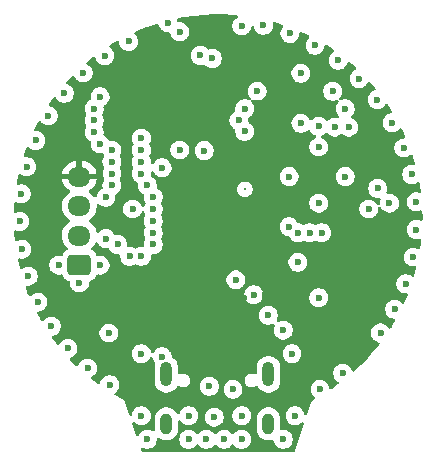
<source format=gbr>
%TF.GenerationSoftware,KiCad,Pcbnew,9.0.0*%
%TF.CreationDate,2025-10-25T14:56:04+02:00*%
%TF.ProjectId,DisplayBoard,44697370-6c61-4794-926f-6172642e6b69,rev?*%
%TF.SameCoordinates,Original*%
%TF.FileFunction,Copper,L3,Inr*%
%TF.FilePolarity,Positive*%
%FSLAX46Y46*%
G04 Gerber Fmt 4.6, Leading zero omitted, Abs format (unit mm)*
G04 Created by KiCad (PCBNEW 9.0.0) date 2025-10-25 14:56:04*
%MOMM*%
%LPD*%
G01*
G04 APERTURE LIST*
G04 Aperture macros list*
%AMRoundRect*
0 Rectangle with rounded corners*
0 $1 Rounding radius*
0 $2 $3 $4 $5 $6 $7 $8 $9 X,Y pos of 4 corners*
0 Add a 4 corners polygon primitive as box body*
4,1,4,$2,$3,$4,$5,$6,$7,$8,$9,$2,$3,0*
0 Add four circle primitives for the rounded corners*
1,1,$1+$1,$2,$3*
1,1,$1+$1,$4,$5*
1,1,$1+$1,$6,$7*
1,1,$1+$1,$8,$9*
0 Add four rect primitives between the rounded corners*
20,1,$1+$1,$2,$3,$4,$5,0*
20,1,$1+$1,$4,$5,$6,$7,0*
20,1,$1+$1,$6,$7,$8,$9,0*
20,1,$1+$1,$8,$9,$2,$3,0*%
G04 Aperture macros list end*
%TA.AperFunction,ComponentPad*%
%ADD10RoundRect,0.250000X0.725000X-0.600000X0.725000X0.600000X-0.725000X0.600000X-0.725000X-0.600000X0*%
%TD*%
%TA.AperFunction,ComponentPad*%
%ADD11O,1.950000X1.700000*%
%TD*%
%TA.AperFunction,ComponentPad*%
%ADD12O,1.000000X2.100000*%
%TD*%
%TA.AperFunction,ComponentPad*%
%ADD13O,1.000000X1.800000*%
%TD*%
%TA.AperFunction,ViaPad*%
%ADD14C,0.600000*%
%TD*%
%TA.AperFunction,ViaPad*%
%ADD15C,0.300000*%
%TD*%
G04 APERTURE END LIST*
D10*
%TO.N,GND*%
%TO.C,J401*%
X88250000Y-121750000D03*
D11*
%TO.N,CANL*%
X88250000Y-119250000D03*
%TO.N,CANH*%
X88250000Y-116750000D03*
%TO.N,+3.3V*%
X88250000Y-114250000D03*
%TD*%
D12*
%TO.N,GND*%
%TO.C,USBC501*%
X104247500Y-131007500D03*
X95607500Y-131007500D03*
D13*
X104247500Y-135187500D03*
X95607500Y-135187500D03*
%TD*%
D14*
%TO.N,+3.3V*%
X88250000Y-112500000D03*
X87250000Y-112500000D03*
X86500000Y-112500000D03*
X86500000Y-113250000D03*
X86500000Y-114000000D03*
X86500000Y-114725000D03*
X90000000Y-114750000D03*
X90000000Y-114000000D03*
X90000000Y-113250000D03*
X89250000Y-112500000D03*
X90000000Y-112500000D03*
%TO.N,GND*%
X90803964Y-131880857D03*
X88935174Y-130464079D03*
X87281749Y-128801005D03*
X85875870Y-126924003D03*
X84744901Y-124869607D03*
X83910855Y-122677804D03*
X83389966Y-120391254D03*
X83192373Y-118054464D03*
X83321921Y-115712915D03*
X83776088Y-113412184D03*
X84546036Y-111197051D03*
X85616778Y-109110631D03*
X86967472Y-107193535D03*
X88571830Y-105483077D03*
X90398624Y-104012548D03*
X92412299Y-102810570D03*
X103828931Y-101442490D03*
X106069585Y-102134662D03*
X108192102Y-103131936D03*
X110155169Y-104414902D03*
X111920577Y-105958588D03*
X113453964Y-107732949D03*
X114725485Y-109703448D03*
X115710392Y-111831732D03*
X116389514Y-114076376D03*
X116749632Y-116393691D03*
X116783738Y-118738573D03*
X116491167Y-121065381D03*
X115877615Y-123328826D03*
X114955023Y-125484854D03*
X113741348Y-127491500D03*
X110540449Y-130904084D03*
X108615525Y-132243600D03*
X102000000Y-134500000D03*
X99657737Y-134615920D03*
X105500000Y-136500000D03*
X106500000Y-134500000D03*
X94000000Y-136500000D03*
X93500000Y-134500000D03*
X97500000Y-136500000D03*
X99000000Y-136500000D03*
X100500000Y-136500000D03*
X102000000Y-136500000D03*
X97500000Y-134500000D03*
X92500000Y-121000000D03*
X93500000Y-121000000D03*
X90000000Y-107500000D03*
X89500000Y-108500000D03*
X89500000Y-109500000D03*
X89500000Y-110500000D03*
X90000000Y-111500000D03*
X94500000Y-117000000D03*
X94500000Y-118000000D03*
X94500000Y-119000000D03*
X94500000Y-120000000D03*
X91500000Y-120000000D03*
X90500000Y-119500000D03*
X94500000Y-116000000D03*
X94000000Y-115000000D03*
X90500000Y-116000000D03*
X91000000Y-115000000D03*
X91000000Y-114000000D03*
X91000000Y-113000000D03*
X91000000Y-112000000D03*
X93500000Y-111000000D03*
X93500000Y-112000000D03*
X93500000Y-113000000D03*
X93500000Y-114000000D03*
X110750000Y-114250000D03*
X106750000Y-121500000D03*
X106250000Y-129250000D03*
X101500000Y-123000000D03*
X109696655Y-107022482D03*
X96750000Y-102000000D03*
X99500000Y-104250000D03*
X92750000Y-117000000D03*
X105500000Y-127250000D03*
X95250000Y-129500000D03*
X106000000Y-114250000D03*
X102239600Y-110416280D03*
X108500000Y-124500000D03*
X90750000Y-127500000D03*
X110750000Y-108500000D03*
X95250000Y-113500000D03*
X103295787Y-107011484D03*
X96750000Y-112000000D03*
X98814188Y-112049265D03*
X90000000Y-121750000D03*
X93500000Y-129250000D03*
X108500000Y-111750000D03*
X102250000Y-108500000D03*
X104250000Y-126000000D03*
X102000000Y-101500000D03*
D15*
X102254264Y-115321412D03*
D14*
X88250000Y-123250000D03*
X86500000Y-121750000D03*
X108500000Y-116500000D03*
%TO.N,+3.3V*%
X95671571Y-118360318D03*
X103550573Y-120011899D03*
X97000000Y-122750000D03*
X98500000Y-122750000D03*
X105000000Y-111000000D03*
X100000000Y-122750000D03*
X104500000Y-111500000D03*
X104000000Y-124250000D03*
X98500000Y-121500000D03*
X97000000Y-120250000D03*
X108839353Y-105397575D03*
X107813953Y-107004264D03*
X95685652Y-117428643D03*
X98922544Y-105736823D03*
X104500000Y-115500000D03*
X97500000Y-101250000D03*
X106000000Y-110000000D03*
X100000000Y-121500000D03*
X98500000Y-120250000D03*
X101358487Y-117428643D03*
X97000000Y-121500000D03*
X102200000Y-124500000D03*
X103563387Y-122972594D03*
X112500000Y-113500000D03*
X106500000Y-108500000D03*
X100796223Y-116665572D03*
X100000000Y-120250000D03*
X96127431Y-116665572D03*
X112500000Y-128750000D03*
X105196416Y-106982268D03*
X101354445Y-118360318D03*
%TO.N,Net-(U201-CHIP_PU)*%
X101750000Y-109500000D03*
X107000000Y-109750000D03*
%TO.N,/CAN/CAN_TX*%
X111044901Y-110065951D03*
X95750000Y-101250000D03*
%TO.N,/CAN/CAN_RX*%
X98500000Y-104000000D03*
X109852516Y-110065951D03*
%TO.N,LEDK*%
X103000000Y-124250000D03*
%TO.N,/MCU/USB_D+*%
X114500000Y-116500000D03*
X99250000Y-132000000D03*
%TO.N,/MCU/USB_D-*%
X113500000Y-115250000D03*
X101250000Y-132250000D03*
%TO.N,/GC9A01/RST*%
X106000000Y-118500000D03*
%TO.N,/GC9A01/DC*%
X112750000Y-117000000D03*
%TO.N,/GC9A01/CS*%
X108750000Y-119000000D03*
%TO.N,/GC9A01/DIN*%
X106750000Y-119000000D03*
%TO.N,/GC9A01/CLK*%
X107750000Y-119000000D03*
%TO.N,Net-(SPST201-B)*%
X107000000Y-105500000D03*
X108500000Y-110000000D03*
%TD*%
%TA.AperFunction,Conductor*%
%TO.N,+3.3V*%
G36*
X100413707Y-100505515D02*
G01*
X100419594Y-100505657D01*
X101240454Y-100545075D01*
X101246302Y-100545496D01*
X101548176Y-100574506D01*
X101613024Y-100600513D01*
X101653518Y-100657452D01*
X101656800Y-100727244D01*
X101621828Y-100787732D01*
X101605205Y-100801039D01*
X101489707Y-100878213D01*
X101378213Y-100989707D01*
X101378210Y-100989711D01*
X101290609Y-101120814D01*
X101290602Y-101120827D01*
X101230264Y-101266498D01*
X101230261Y-101266510D01*
X101199500Y-101421153D01*
X101199500Y-101578846D01*
X101230261Y-101733489D01*
X101230264Y-101733501D01*
X101290602Y-101879172D01*
X101290609Y-101879185D01*
X101378210Y-102010288D01*
X101378213Y-102010292D01*
X101489707Y-102121786D01*
X101489711Y-102121789D01*
X101620814Y-102209390D01*
X101620827Y-102209397D01*
X101766498Y-102269735D01*
X101766503Y-102269737D01*
X101896504Y-102295596D01*
X101921153Y-102300499D01*
X101921156Y-102300500D01*
X101921158Y-102300500D01*
X102078844Y-102300500D01*
X102078845Y-102300499D01*
X102233497Y-102269737D01*
X102372337Y-102212228D01*
X102379172Y-102209397D01*
X102379172Y-102209396D01*
X102379179Y-102209394D01*
X102510289Y-102121789D01*
X102621789Y-102010289D01*
X102709394Y-101879179D01*
X102769737Y-101733497D01*
X102798568Y-101588556D01*
X102830953Y-101526645D01*
X102891668Y-101492071D01*
X102961438Y-101495810D01*
X103018110Y-101536677D01*
X103041802Y-101588555D01*
X103059192Y-101675981D01*
X103059195Y-101675991D01*
X103119533Y-101821662D01*
X103119540Y-101821675D01*
X103207141Y-101952778D01*
X103207144Y-101952782D01*
X103318638Y-102064276D01*
X103318642Y-102064279D01*
X103449745Y-102151880D01*
X103449758Y-102151887D01*
X103560804Y-102197883D01*
X103595434Y-102212227D01*
X103750084Y-102242989D01*
X103750087Y-102242990D01*
X103750089Y-102242990D01*
X103907775Y-102242990D01*
X103907776Y-102242989D01*
X104062428Y-102212227D01*
X104208110Y-102151884D01*
X104339220Y-102064279D01*
X104450720Y-101952779D01*
X104538325Y-101821669D01*
X104598668Y-101675987D01*
X104629431Y-101521332D01*
X104629431Y-101363648D01*
X104629431Y-101363645D01*
X104629430Y-101363643D01*
X104620883Y-101320671D01*
X104627110Y-101251080D01*
X104669973Y-101195902D01*
X104735863Y-101172658D01*
X104777607Y-101177554D01*
X105294101Y-101330048D01*
X105299711Y-101331851D01*
X105439838Y-101380618D01*
X105496679Y-101421242D01*
X105522536Y-101486151D01*
X105509196Y-101554735D01*
X105486760Y-101585407D01*
X105447799Y-101624368D01*
X105447795Y-101624373D01*
X105360194Y-101755476D01*
X105360187Y-101755489D01*
X105299849Y-101901160D01*
X105299846Y-101901172D01*
X105269085Y-102055815D01*
X105269085Y-102213508D01*
X105299846Y-102368151D01*
X105299849Y-102368163D01*
X105360187Y-102513834D01*
X105360194Y-102513847D01*
X105447795Y-102644950D01*
X105447798Y-102644954D01*
X105559292Y-102756448D01*
X105559296Y-102756451D01*
X105690399Y-102844052D01*
X105690412Y-102844059D01*
X105821687Y-102898434D01*
X105836088Y-102904399D01*
X105990738Y-102935161D01*
X105990741Y-102935162D01*
X105990743Y-102935162D01*
X106148429Y-102935162D01*
X106148430Y-102935161D01*
X106303082Y-102904399D01*
X106448764Y-102844056D01*
X106579874Y-102756451D01*
X106691374Y-102644951D01*
X106778979Y-102513841D01*
X106839322Y-102368159D01*
X106870085Y-102213504D01*
X106870085Y-102116310D01*
X106889770Y-102049271D01*
X106942574Y-102003516D01*
X107011732Y-101993572D01*
X107045838Y-102003626D01*
X107410369Y-102171053D01*
X107595886Y-102256260D01*
X107601213Y-102258863D01*
X107672051Y-102295596D01*
X107722503Y-102343932D01*
X107738814Y-102411871D01*
X107715805Y-102477843D01*
X107686484Y-102506238D01*
X107686521Y-102506283D01*
X107685983Y-102506723D01*
X107683869Y-102508772D01*
X107681817Y-102510143D01*
X107681809Y-102510149D01*
X107570315Y-102621643D01*
X107570312Y-102621647D01*
X107482711Y-102752750D01*
X107482704Y-102752763D01*
X107422366Y-102898434D01*
X107422363Y-102898446D01*
X107391602Y-103053089D01*
X107391602Y-103210782D01*
X107422363Y-103365425D01*
X107422366Y-103365437D01*
X107482704Y-103511108D01*
X107482711Y-103511121D01*
X107570312Y-103642224D01*
X107570315Y-103642228D01*
X107681809Y-103753722D01*
X107681813Y-103753725D01*
X107812916Y-103841326D01*
X107812929Y-103841333D01*
X107958600Y-103901671D01*
X107958605Y-103901673D01*
X108113255Y-103932435D01*
X108113258Y-103932436D01*
X108113260Y-103932436D01*
X108270946Y-103932436D01*
X108270947Y-103932435D01*
X108425599Y-103901673D01*
X108571281Y-103841330D01*
X108702391Y-103753725D01*
X108813891Y-103642225D01*
X108901496Y-103511115D01*
X108961839Y-103365433D01*
X108984537Y-103251323D01*
X108991008Y-103218793D01*
X109023393Y-103156882D01*
X109084108Y-103122308D01*
X109153878Y-103126047D01*
X109179957Y-103138857D01*
X109687138Y-103466829D01*
X109741617Y-103502058D01*
X109746519Y-103505398D01*
X109759623Y-103514790D01*
X109802645Y-103569843D01*
X109809074Y-103639416D01*
X109776867Y-103701421D01*
X109756278Y-103718678D01*
X109644880Y-103793112D01*
X109644876Y-103793115D01*
X109533382Y-103904609D01*
X109533379Y-103904613D01*
X109445778Y-104035716D01*
X109445771Y-104035729D01*
X109385433Y-104181400D01*
X109385430Y-104181412D01*
X109354669Y-104336055D01*
X109354669Y-104493748D01*
X109385430Y-104648391D01*
X109385433Y-104648403D01*
X109445771Y-104794074D01*
X109445778Y-104794087D01*
X109533379Y-104925190D01*
X109533382Y-104925194D01*
X109644876Y-105036688D01*
X109644880Y-105036691D01*
X109775983Y-105124292D01*
X109775996Y-105124299D01*
X109870828Y-105163579D01*
X109921672Y-105184639D01*
X110076322Y-105215401D01*
X110076325Y-105215402D01*
X110076327Y-105215402D01*
X110234013Y-105215402D01*
X110234014Y-105215401D01*
X110388666Y-105184639D01*
X110534348Y-105124296D01*
X110665458Y-105036691D01*
X110776958Y-104925191D01*
X110864563Y-104794081D01*
X110869083Y-104783170D01*
X110894445Y-104721938D01*
X110924906Y-104648399D01*
X110929184Y-104626892D01*
X110961567Y-104564982D01*
X111022282Y-104530407D01*
X111092052Y-104534146D01*
X111132330Y-104557654D01*
X111308606Y-104711477D01*
X111627447Y-104989707D01*
X111650736Y-105010029D01*
X111688305Y-105068938D01*
X111688062Y-105138807D01*
X111650083Y-105197453D01*
X111616660Y-105218019D01*
X111541401Y-105249192D01*
X111541391Y-105249197D01*
X111410288Y-105336798D01*
X111410284Y-105336801D01*
X111298790Y-105448295D01*
X111298787Y-105448299D01*
X111211186Y-105579402D01*
X111211179Y-105579415D01*
X111150841Y-105725086D01*
X111150838Y-105725098D01*
X111120077Y-105879741D01*
X111120077Y-106037434D01*
X111150838Y-106192077D01*
X111150841Y-106192089D01*
X111211179Y-106337760D01*
X111211186Y-106337773D01*
X111298787Y-106468876D01*
X111298790Y-106468880D01*
X111410284Y-106580374D01*
X111410288Y-106580377D01*
X111541391Y-106667978D01*
X111541404Y-106667985D01*
X111687075Y-106728323D01*
X111687080Y-106728325D01*
X111836034Y-106757954D01*
X111841730Y-106759087D01*
X111841733Y-106759088D01*
X111841735Y-106759088D01*
X111999421Y-106759088D01*
X111999422Y-106759087D01*
X112154074Y-106728325D01*
X112299756Y-106667982D01*
X112430866Y-106580377D01*
X112542366Y-106468877D01*
X112629971Y-106337767D01*
X112659381Y-106266763D01*
X112703221Y-106212361D01*
X112769515Y-106190295D01*
X112837214Y-106207574D01*
X112867991Y-106233403D01*
X113316648Y-106755545D01*
X113345409Y-106819221D01*
X113335179Y-106888337D01*
X113289205Y-106940951D01*
X113246792Y-106957975D01*
X113220471Y-106963210D01*
X113220462Y-106963213D01*
X113074791Y-107023551D01*
X113074778Y-107023558D01*
X112943675Y-107111159D01*
X112943671Y-107111162D01*
X112832177Y-107222656D01*
X112832174Y-107222660D01*
X112744573Y-107353763D01*
X112744566Y-107353776D01*
X112684228Y-107499447D01*
X112684225Y-107499459D01*
X112653464Y-107654102D01*
X112653464Y-107811795D01*
X112684225Y-107966438D01*
X112684228Y-107966450D01*
X112744566Y-108112121D01*
X112744573Y-108112134D01*
X112832174Y-108243237D01*
X112832177Y-108243241D01*
X112943671Y-108354735D01*
X112943675Y-108354738D01*
X113074778Y-108442339D01*
X113074791Y-108442346D01*
X113187042Y-108488841D01*
X113220467Y-108502686D01*
X113375117Y-108533448D01*
X113375120Y-108533449D01*
X113375122Y-108533449D01*
X113532808Y-108533449D01*
X113532809Y-108533448D01*
X113687461Y-108502686D01*
X113833143Y-108442343D01*
X113964253Y-108354738D01*
X114075753Y-108243238D01*
X114109977Y-108192016D01*
X114146853Y-108136830D01*
X114170874Y-108116754D01*
X114193641Y-108095245D01*
X114197472Y-108094524D01*
X114200465Y-108092024D01*
X114231534Y-108088121D01*
X114262308Y-108082337D01*
X114265921Y-108083802D01*
X114269790Y-108083317D01*
X114298035Y-108096830D01*
X114327053Y-108108602D01*
X114330693Y-108112454D01*
X114332817Y-108113471D01*
X114351291Y-108134257D01*
X114378636Y-108173033D01*
X114381937Y-108177960D01*
X114465982Y-108310131D01*
X114650517Y-108600338D01*
X114723723Y-108715463D01*
X114743085Y-108782596D01*
X114723077Y-108849540D01*
X114670054Y-108895040D01*
X114643278Y-108903616D01*
X114491993Y-108933709D01*
X114491983Y-108933712D01*
X114346312Y-108994050D01*
X114346299Y-108994057D01*
X114215196Y-109081658D01*
X114215192Y-109081661D01*
X114103698Y-109193155D01*
X114103695Y-109193159D01*
X114016094Y-109324262D01*
X114016087Y-109324275D01*
X113955749Y-109469946D01*
X113955746Y-109469958D01*
X113924985Y-109624601D01*
X113924985Y-109782294D01*
X113955746Y-109936937D01*
X113955749Y-109936949D01*
X114016087Y-110082620D01*
X114016094Y-110082633D01*
X114103695Y-110213736D01*
X114103698Y-110213740D01*
X114215192Y-110325234D01*
X114215196Y-110325237D01*
X114346299Y-110412838D01*
X114346312Y-110412845D01*
X114464369Y-110461745D01*
X114491988Y-110473185D01*
X114646638Y-110503947D01*
X114646641Y-110503948D01*
X114646643Y-110503948D01*
X114804329Y-110503948D01*
X114804330Y-110503947D01*
X114958982Y-110473185D01*
X115084587Y-110421158D01*
X115104657Y-110412845D01*
X115104657Y-110412844D01*
X115104664Y-110412842D01*
X115235774Y-110325237D01*
X115347274Y-110213737D01*
X115347276Y-110213733D01*
X115350917Y-110209297D01*
X115351181Y-110208650D01*
X115375705Y-110191379D01*
X115398708Y-110172139D01*
X115403969Y-110171475D01*
X115408307Y-110168421D01*
X115438274Y-110167151D01*
X115468029Y-110163401D01*
X115472815Y-110165688D01*
X115478114Y-110165464D01*
X115504009Y-110180596D01*
X115531070Y-110193529D01*
X115535085Y-110198756D01*
X115538439Y-110200716D01*
X115558760Y-110229573D01*
X115608746Y-110327797D01*
X115611308Y-110333145D01*
X115826706Y-110811727D01*
X115846786Y-110856340D01*
X115856350Y-110925552D01*
X115826977Y-110988947D01*
X115767993Y-111026399D01*
X115733711Y-111031232D01*
X115631547Y-111031232D01*
X115476902Y-111061993D01*
X115476890Y-111061996D01*
X115331219Y-111122334D01*
X115331206Y-111122341D01*
X115200103Y-111209942D01*
X115200099Y-111209945D01*
X115088605Y-111321439D01*
X115088602Y-111321443D01*
X115001001Y-111452546D01*
X115000994Y-111452559D01*
X114940656Y-111598230D01*
X114940653Y-111598242D01*
X114909892Y-111752885D01*
X114909892Y-111910578D01*
X114940653Y-112065221D01*
X114940656Y-112065233D01*
X115000994Y-112210904D01*
X115001001Y-112210917D01*
X115088602Y-112342020D01*
X115088605Y-112342024D01*
X115200099Y-112453518D01*
X115200103Y-112453521D01*
X115331206Y-112541122D01*
X115331219Y-112541129D01*
X115476890Y-112601467D01*
X115476895Y-112601469D01*
X115631545Y-112632231D01*
X115631548Y-112632232D01*
X115631550Y-112632232D01*
X115789236Y-112632232D01*
X115789237Y-112632231D01*
X115943889Y-112601469D01*
X116089571Y-112541126D01*
X116220681Y-112453521D01*
X116255432Y-112418769D01*
X116257109Y-112417854D01*
X116258076Y-112416202D01*
X116287636Y-112401183D01*
X116316752Y-112385284D01*
X116318662Y-112385420D01*
X116320368Y-112384554D01*
X116353358Y-112387901D01*
X116386444Y-112390267D01*
X116387976Y-112391413D01*
X116389880Y-112391607D01*
X116415824Y-112412260D01*
X116442378Y-112432137D01*
X116443522Y-112434308D01*
X116444545Y-112435123D01*
X116460531Y-112466589D01*
X116518136Y-112636274D01*
X116519908Y-112641932D01*
X116659859Y-113129627D01*
X116659429Y-113199495D01*
X116621294Y-113258040D01*
X116557562Y-113286674D01*
X116516479Y-113285448D01*
X116468356Y-113275876D01*
X116310672Y-113275876D01*
X116310669Y-113275876D01*
X116156024Y-113306637D01*
X116156012Y-113306640D01*
X116010341Y-113366978D01*
X116010328Y-113366985D01*
X115879225Y-113454586D01*
X115879221Y-113454589D01*
X115767727Y-113566083D01*
X115767724Y-113566087D01*
X115680123Y-113697190D01*
X115680116Y-113697203D01*
X115619778Y-113842874D01*
X115619775Y-113842886D01*
X115589014Y-113997529D01*
X115589014Y-114155222D01*
X115619775Y-114309865D01*
X115619778Y-114309877D01*
X115680116Y-114455548D01*
X115680123Y-114455561D01*
X115767724Y-114586664D01*
X115767727Y-114586668D01*
X115879221Y-114698162D01*
X115879225Y-114698165D01*
X116010328Y-114785766D01*
X116010341Y-114785773D01*
X116156012Y-114846111D01*
X116156017Y-114846113D01*
X116280232Y-114870821D01*
X116310667Y-114876875D01*
X116310670Y-114876876D01*
X116310672Y-114876876D01*
X116468358Y-114876876D01*
X116468359Y-114876875D01*
X116623011Y-114846113D01*
X116768693Y-114785770D01*
X116852555Y-114729734D01*
X116884572Y-114719709D01*
X116916362Y-114708941D01*
X116917809Y-114709302D01*
X116919232Y-114708857D01*
X116951594Y-114717734D01*
X116984152Y-114725861D01*
X116985173Y-114726946D01*
X116986612Y-114727341D01*
X117009035Y-114752303D01*
X117032034Y-114776744D01*
X117032666Y-114778611D01*
X117033303Y-114779320D01*
X117043357Y-114810173D01*
X117088144Y-115051082D01*
X117089088Y-115056935D01*
X117148414Y-115490501D01*
X117138000Y-115559591D01*
X117091886Y-115612082D01*
X117024714Y-115631309D01*
X116989423Y-115624179D01*
X116988956Y-115625722D01*
X116983132Y-115623955D01*
X116983129Y-115623954D01*
X116983124Y-115623953D01*
X116983121Y-115623952D01*
X116828477Y-115593191D01*
X116828474Y-115593191D01*
X116670790Y-115593191D01*
X116670787Y-115593191D01*
X116516142Y-115623952D01*
X116516130Y-115623955D01*
X116370459Y-115684293D01*
X116370446Y-115684300D01*
X116239343Y-115771901D01*
X116239339Y-115771904D01*
X116127845Y-115883398D01*
X116127842Y-115883402D01*
X116040241Y-116014505D01*
X116040234Y-116014518D01*
X115979896Y-116160189D01*
X115979893Y-116160201D01*
X115949132Y-116314844D01*
X115949132Y-116472537D01*
X115979893Y-116627180D01*
X115979896Y-116627192D01*
X116040234Y-116772863D01*
X116040241Y-116772876D01*
X116127842Y-116903979D01*
X116127845Y-116903983D01*
X116239339Y-117015477D01*
X116239343Y-117015480D01*
X116370446Y-117103081D01*
X116370459Y-117103088D01*
X116433464Y-117129185D01*
X116516135Y-117163428D01*
X116646071Y-117189274D01*
X116670785Y-117194190D01*
X116670788Y-117194191D01*
X116670790Y-117194191D01*
X116828476Y-117194191D01*
X116828477Y-117194190D01*
X116983129Y-117163428D01*
X117123273Y-117105378D01*
X117192739Y-117097910D01*
X117255219Y-117129185D01*
X117290871Y-117189274D01*
X117294622Y-117214938D01*
X117307040Y-117522557D01*
X117307138Y-117528486D01*
X117304338Y-117903106D01*
X117284152Y-117969996D01*
X117231008Y-118015355D01*
X117161777Y-118024782D01*
X117132889Y-118016740D01*
X117017239Y-117968837D01*
X117017227Y-117968834D01*
X116862583Y-117938073D01*
X116862580Y-117938073D01*
X116704896Y-117938073D01*
X116704893Y-117938073D01*
X116550248Y-117968834D01*
X116550236Y-117968837D01*
X116404565Y-118029175D01*
X116404552Y-118029182D01*
X116273449Y-118116783D01*
X116273445Y-118116786D01*
X116161951Y-118228280D01*
X116161948Y-118228284D01*
X116074347Y-118359387D01*
X116074340Y-118359400D01*
X116014002Y-118505071D01*
X116013999Y-118505083D01*
X115983238Y-118659726D01*
X115983238Y-118817419D01*
X116013999Y-118972062D01*
X116014002Y-118972074D01*
X116074340Y-119117745D01*
X116074347Y-119117758D01*
X116161948Y-119248861D01*
X116161951Y-119248865D01*
X116273445Y-119360359D01*
X116273449Y-119360362D01*
X116404552Y-119447963D01*
X116404565Y-119447970D01*
X116535526Y-119502215D01*
X116550241Y-119508310D01*
X116704891Y-119539072D01*
X116704894Y-119539073D01*
X116704896Y-119539073D01*
X116862582Y-119539073D01*
X116862583Y-119539072D01*
X117017235Y-119508310D01*
X117038137Y-119499651D01*
X117107606Y-119492182D01*
X117170085Y-119523456D01*
X117205739Y-119583544D01*
X117208932Y-119626976D01*
X117170334Y-119999955D01*
X117169583Y-120005837D01*
X117122959Y-120312377D01*
X117093418Y-120375694D01*
X117034334Y-120412989D01*
X116964467Y-120412420D01*
X116931479Y-120396834D01*
X116870350Y-120355989D01*
X116870339Y-120355983D01*
X116724668Y-120295645D01*
X116724656Y-120295642D01*
X116570012Y-120264881D01*
X116570009Y-120264881D01*
X116412325Y-120264881D01*
X116412322Y-120264881D01*
X116257677Y-120295642D01*
X116257665Y-120295645D01*
X116111994Y-120355983D01*
X116111981Y-120355990D01*
X115980878Y-120443591D01*
X115980874Y-120443594D01*
X115869380Y-120555088D01*
X115869377Y-120555092D01*
X115781776Y-120686195D01*
X115781769Y-120686208D01*
X115721431Y-120831879D01*
X115721428Y-120831891D01*
X115690667Y-120986534D01*
X115690667Y-121144227D01*
X115721428Y-121298870D01*
X115721431Y-121298882D01*
X115781769Y-121444553D01*
X115781776Y-121444566D01*
X115869377Y-121575669D01*
X115869380Y-121575673D01*
X115980874Y-121687167D01*
X115980878Y-121687170D01*
X116111981Y-121774771D01*
X116111994Y-121774778D01*
X116242518Y-121828842D01*
X116257670Y-121835118D01*
X116369166Y-121857296D01*
X116412320Y-121865880D01*
X116412323Y-121865881D01*
X116412325Y-121865881D01*
X116570011Y-121865881D01*
X116644473Y-121851069D01*
X116714064Y-121857296D01*
X116769242Y-121900158D01*
X116792487Y-121966048D01*
X116788914Y-122002953D01*
X116680834Y-122432346D01*
X116679250Y-122438061D01*
X116608919Y-122670006D01*
X116570628Y-122728449D01*
X116506819Y-122756913D01*
X116437751Y-122746360D01*
X116402573Y-122721705D01*
X116387907Y-122707039D01*
X116387903Y-122707036D01*
X116256800Y-122619435D01*
X116256787Y-122619428D01*
X116111116Y-122559090D01*
X116111104Y-122559087D01*
X115956460Y-122528326D01*
X115956457Y-122528326D01*
X115798773Y-122528326D01*
X115798770Y-122528326D01*
X115644125Y-122559087D01*
X115644113Y-122559090D01*
X115498442Y-122619428D01*
X115498429Y-122619435D01*
X115367326Y-122707036D01*
X115367322Y-122707039D01*
X115255828Y-122818533D01*
X115255825Y-122818537D01*
X115168224Y-122949640D01*
X115168217Y-122949653D01*
X115107879Y-123095324D01*
X115107876Y-123095336D01*
X115077115Y-123249979D01*
X115077115Y-123407672D01*
X115107876Y-123562315D01*
X115107879Y-123562327D01*
X115168217Y-123707998D01*
X115168224Y-123708011D01*
X115255825Y-123839114D01*
X115255828Y-123839118D01*
X115367322Y-123950612D01*
X115367326Y-123950615D01*
X115498429Y-124038216D01*
X115498442Y-124038223D01*
X115573004Y-124069107D01*
X115644118Y-124098563D01*
X115755981Y-124120814D01*
X115798768Y-124129325D01*
X115798771Y-124129326D01*
X115926839Y-124129326D01*
X115993878Y-124149011D01*
X116039633Y-124201815D01*
X116049577Y-124270973D01*
X116041525Y-124300475D01*
X115848588Y-124769779D01*
X115846204Y-124775207D01*
X115771691Y-124934359D01*
X115725440Y-124986727D01*
X115658217Y-125005775D01*
X115591367Y-124985457D01*
X115571710Y-124969462D01*
X115465315Y-124863067D01*
X115465311Y-124863064D01*
X115334208Y-124775463D01*
X115334195Y-124775456D01*
X115188524Y-124715118D01*
X115188512Y-124715115D01*
X115033868Y-124684354D01*
X115033865Y-124684354D01*
X114876181Y-124684354D01*
X114876178Y-124684354D01*
X114721533Y-124715115D01*
X114721521Y-124715118D01*
X114575850Y-124775456D01*
X114575837Y-124775463D01*
X114444734Y-124863064D01*
X114444730Y-124863067D01*
X114333236Y-124974561D01*
X114333233Y-124974565D01*
X114245632Y-125105668D01*
X114245625Y-125105681D01*
X114185287Y-125251352D01*
X114185284Y-125251364D01*
X114154523Y-125406007D01*
X114154523Y-125563700D01*
X114185284Y-125718343D01*
X114185287Y-125718355D01*
X114245625Y-125864026D01*
X114245632Y-125864039D01*
X114333233Y-125995142D01*
X114333236Y-125995146D01*
X114444730Y-126106640D01*
X114444734Y-126106643D01*
X114575837Y-126194244D01*
X114575850Y-126194251D01*
X114702120Y-126246553D01*
X114721526Y-126254591D01*
X114876181Y-126285354D01*
X114876186Y-126285354D01*
X114882241Y-126285951D01*
X114882078Y-126287605D01*
X114941451Y-126305039D01*
X114987206Y-126357843D01*
X114997150Y-126427001D01*
X114981179Y-126472413D01*
X114741498Y-126878211D01*
X114690716Y-126964188D01*
X114687579Y-126969220D01*
X114625508Y-127063684D01*
X114572243Y-127108901D01*
X114502987Y-127118143D01*
X114439729Y-127088475D01*
X114418777Y-127064483D01*
X114363137Y-126981211D01*
X114363135Y-126981208D01*
X114251640Y-126869713D01*
X114251636Y-126869710D01*
X114120533Y-126782109D01*
X114120520Y-126782102D01*
X113974849Y-126721764D01*
X113974837Y-126721761D01*
X113820193Y-126691000D01*
X113820190Y-126691000D01*
X113662506Y-126691000D01*
X113662503Y-126691000D01*
X113507858Y-126721761D01*
X113507846Y-126721764D01*
X113362175Y-126782102D01*
X113362162Y-126782109D01*
X113231059Y-126869710D01*
X113231055Y-126869713D01*
X113119561Y-126981207D01*
X113119558Y-126981211D01*
X113031957Y-127112314D01*
X113031950Y-127112327D01*
X112971612Y-127257998D01*
X112971609Y-127258010D01*
X112940848Y-127412653D01*
X112940848Y-127570346D01*
X112971609Y-127724989D01*
X112971612Y-127725001D01*
X113031950Y-127870672D01*
X113031957Y-127870685D01*
X113119558Y-128001788D01*
X113119561Y-128001792D01*
X113231055Y-128113286D01*
X113231059Y-128113289D01*
X113362162Y-128200890D01*
X113362175Y-128200897D01*
X113507846Y-128261235D01*
X113507851Y-128261237D01*
X113560048Y-128271619D01*
X113621956Y-128304003D01*
X113656531Y-128364718D01*
X113652792Y-128434488D01*
X113632509Y-128470915D01*
X113230979Y-128970533D01*
X113227158Y-128975061D01*
X112682344Y-129590257D01*
X112678319Y-129594589D01*
X112104709Y-130183047D01*
X112100470Y-130187192D01*
X111515459Y-130732575D01*
X111453001Y-130763891D01*
X111383527Y-130756468D01*
X111329094Y-130712663D01*
X111313494Y-130675951D01*
X111311955Y-130676419D01*
X111310184Y-130670582D01*
X111249846Y-130524911D01*
X111249839Y-130524898D01*
X111162238Y-130393795D01*
X111162235Y-130393791D01*
X111050741Y-130282297D01*
X111050737Y-130282294D01*
X110919634Y-130194693D01*
X110919621Y-130194686D01*
X110773950Y-130134348D01*
X110773938Y-130134345D01*
X110619294Y-130103584D01*
X110619291Y-130103584D01*
X110461607Y-130103584D01*
X110461604Y-130103584D01*
X110306959Y-130134345D01*
X110306947Y-130134348D01*
X110161276Y-130194686D01*
X110161263Y-130194693D01*
X110030160Y-130282294D01*
X110030156Y-130282297D01*
X109918662Y-130393791D01*
X109918659Y-130393795D01*
X109831058Y-130524898D01*
X109831051Y-130524911D01*
X109770713Y-130670582D01*
X109770710Y-130670594D01*
X109739949Y-130825237D01*
X109739949Y-130982930D01*
X109770710Y-131137573D01*
X109770713Y-131137585D01*
X109831051Y-131283256D01*
X109831058Y-131283269D01*
X109918659Y-131414372D01*
X109918662Y-131414376D01*
X110030159Y-131525873D01*
X110162599Y-131614366D01*
X110207404Y-131667978D01*
X110216111Y-131737303D01*
X110185957Y-131800330D01*
X110164427Y-131819325D01*
X109601891Y-132209894D01*
X109535597Y-132231958D01*
X109467898Y-132214678D01*
X109420288Y-132163541D01*
X109409555Y-132132228D01*
X109389501Y-132031413D01*
X109385262Y-132010103D01*
X109367828Y-131968014D01*
X109324922Y-131864427D01*
X109324915Y-131864414D01*
X109237314Y-131733311D01*
X109237311Y-131733307D01*
X109125817Y-131621813D01*
X109125813Y-131621810D01*
X108994710Y-131534209D01*
X108994697Y-131534202D01*
X108849026Y-131473864D01*
X108849014Y-131473861D01*
X108694370Y-131443100D01*
X108694367Y-131443100D01*
X108536683Y-131443100D01*
X108536680Y-131443100D01*
X108382035Y-131473861D01*
X108382023Y-131473864D01*
X108236352Y-131534202D01*
X108236339Y-131534209D01*
X108105236Y-131621810D01*
X108105232Y-131621813D01*
X107993738Y-131733307D01*
X107993735Y-131733311D01*
X107906134Y-131864414D01*
X107906127Y-131864427D01*
X107845789Y-132010098D01*
X107845786Y-132010110D01*
X107815025Y-132164753D01*
X107815025Y-132322446D01*
X107845786Y-132477089D01*
X107845789Y-132477101D01*
X107906127Y-132622772D01*
X107906134Y-132622785D01*
X107993735Y-132753888D01*
X107993738Y-132753892D01*
X108105233Y-132865387D01*
X108105236Y-132865389D01*
X108131722Y-132883086D01*
X108133456Y-132885161D01*
X108136000Y-132886077D01*
X108155732Y-132911816D01*
X108176527Y-132936698D01*
X108176863Y-132939379D01*
X108178510Y-132941527D01*
X108181194Y-132973858D01*
X108185235Y-133006023D01*
X108184068Y-133008461D01*
X108184292Y-133011157D01*
X108169075Y-133039798D01*
X108155081Y-133069051D01*
X108152391Y-133071203D01*
X108151512Y-133072860D01*
X108123502Y-133094333D01*
X108110397Y-133101685D01*
X108105358Y-133104362D01*
X108056535Y-133128870D01*
X108051930Y-133131993D01*
X108051918Y-133132003D01*
X108047365Y-133135241D01*
X108004196Y-133175387D01*
X108002169Y-133177231D01*
X107958075Y-133216455D01*
X107954431Y-133220668D01*
X107954420Y-133220684D01*
X107950863Y-133224987D01*
X107919557Y-133274935D01*
X107918077Y-133277239D01*
X107885635Y-133326543D01*
X107883206Y-133331555D01*
X107883201Y-133331569D01*
X107880880Y-133336644D01*
X107863557Y-133393029D01*
X107862722Y-133395641D01*
X107531533Y-134394363D01*
X107491748Y-134451799D01*
X107427226Y-134478608D01*
X107358453Y-134466278D01*
X107307264Y-134418724D01*
X107292219Y-134379524D01*
X107278871Y-134312424D01*
X107269737Y-134266503D01*
X107257409Y-134236741D01*
X107209397Y-134120827D01*
X107209390Y-134120814D01*
X107121789Y-133989711D01*
X107121786Y-133989707D01*
X107010292Y-133878213D01*
X107010288Y-133878210D01*
X106879185Y-133790609D01*
X106879172Y-133790602D01*
X106733501Y-133730264D01*
X106733489Y-133730261D01*
X106578845Y-133699500D01*
X106578842Y-133699500D01*
X106421158Y-133699500D01*
X106421155Y-133699500D01*
X106266510Y-133730261D01*
X106266498Y-133730264D01*
X106120827Y-133790602D01*
X106120814Y-133790609D01*
X105989711Y-133878210D01*
X105989707Y-133878213D01*
X105878213Y-133989707D01*
X105878210Y-133989711D01*
X105790609Y-134120814D01*
X105790602Y-134120827D01*
X105730264Y-134266498D01*
X105730261Y-134266510D01*
X105699500Y-134421153D01*
X105699500Y-134578846D01*
X105730261Y-134733489D01*
X105730264Y-134733501D01*
X105790602Y-134879172D01*
X105790609Y-134879185D01*
X105878210Y-135010288D01*
X105878213Y-135010292D01*
X105989707Y-135121786D01*
X105989711Y-135121789D01*
X106120814Y-135209390D01*
X106120827Y-135209397D01*
X106266498Y-135269735D01*
X106266503Y-135269737D01*
X106421153Y-135300499D01*
X106421156Y-135300500D01*
X106421158Y-135300500D01*
X106578844Y-135300500D01*
X106578845Y-135300499D01*
X106733497Y-135269737D01*
X106879179Y-135209394D01*
X107010289Y-135121789D01*
X107059097Y-135072981D01*
X107120420Y-135039495D01*
X107190111Y-135044479D01*
X107246045Y-135086350D01*
X107270463Y-135151814D01*
X107264476Y-135199691D01*
X106496847Y-137514530D01*
X106457062Y-137571966D01*
X106392540Y-137598775D01*
X106379150Y-137599500D01*
X93620455Y-137599500D01*
X93553416Y-137579815D01*
X93507661Y-137527011D01*
X93502790Y-137514627D01*
X93451868Y-137361493D01*
X93449393Y-137291668D01*
X93485062Y-137231588D01*
X93547549Y-137200330D01*
X93616986Y-137207805D01*
X93620819Y-137209392D01*
X93620821Y-137209394D01*
X93766503Y-137269737D01*
X93876757Y-137291668D01*
X93921153Y-137300499D01*
X93921156Y-137300500D01*
X93921158Y-137300500D01*
X94078844Y-137300500D01*
X94078845Y-137300499D01*
X94233497Y-137269737D01*
X94379179Y-137209394D01*
X94510289Y-137121789D01*
X94621789Y-137010289D01*
X94709394Y-136879179D01*
X94769737Y-136733497D01*
X94800500Y-136578842D01*
X94800500Y-136483559D01*
X94820185Y-136416520D01*
X94872989Y-136370765D01*
X94942147Y-136360821D01*
X94993391Y-136380457D01*
X95133579Y-136474128D01*
X95133592Y-136474135D01*
X95312234Y-136548130D01*
X95315665Y-136549551D01*
X95315669Y-136549551D01*
X95315670Y-136549552D01*
X95508956Y-136588000D01*
X95508959Y-136588000D01*
X95706043Y-136588000D01*
X95836082Y-136562132D01*
X95899335Y-136549551D01*
X96081414Y-136474132D01*
X96160703Y-136421153D01*
X96699500Y-136421153D01*
X96699500Y-136578846D01*
X96730261Y-136733489D01*
X96730264Y-136733501D01*
X96790602Y-136879172D01*
X96790609Y-136879185D01*
X96878210Y-137010288D01*
X96878213Y-137010292D01*
X96989707Y-137121786D01*
X96989711Y-137121789D01*
X97120814Y-137209390D01*
X97120827Y-137209397D01*
X97174402Y-137231588D01*
X97266503Y-137269737D01*
X97376757Y-137291668D01*
X97421153Y-137300499D01*
X97421156Y-137300500D01*
X97421158Y-137300500D01*
X97578844Y-137300500D01*
X97578845Y-137300499D01*
X97733497Y-137269737D01*
X97879179Y-137209394D01*
X98010289Y-137121789D01*
X98121789Y-137010289D01*
X98129145Y-136999279D01*
X98146898Y-136972712D01*
X98200510Y-136927906D01*
X98269835Y-136919199D01*
X98332862Y-136949353D01*
X98353102Y-136972712D01*
X98378207Y-137010284D01*
X98378213Y-137010292D01*
X98489707Y-137121786D01*
X98489711Y-137121789D01*
X98620814Y-137209390D01*
X98620827Y-137209397D01*
X98674402Y-137231588D01*
X98766503Y-137269737D01*
X98876757Y-137291668D01*
X98921153Y-137300499D01*
X98921156Y-137300500D01*
X98921158Y-137300500D01*
X99078844Y-137300500D01*
X99078845Y-137300499D01*
X99233497Y-137269737D01*
X99379179Y-137209394D01*
X99510289Y-137121789D01*
X99621789Y-137010289D01*
X99629145Y-136999279D01*
X99646898Y-136972712D01*
X99700510Y-136927906D01*
X99769835Y-136919199D01*
X99832862Y-136949353D01*
X99853102Y-136972712D01*
X99878207Y-137010284D01*
X99878213Y-137010292D01*
X99989707Y-137121786D01*
X99989711Y-137121789D01*
X100120814Y-137209390D01*
X100120827Y-137209397D01*
X100174402Y-137231588D01*
X100266503Y-137269737D01*
X100376757Y-137291668D01*
X100421153Y-137300499D01*
X100421156Y-137300500D01*
X100421158Y-137300500D01*
X100578844Y-137300500D01*
X100578845Y-137300499D01*
X100733497Y-137269737D01*
X100879179Y-137209394D01*
X101010289Y-137121789D01*
X101121789Y-137010289D01*
X101129145Y-136999279D01*
X101146898Y-136972712D01*
X101200510Y-136927906D01*
X101269835Y-136919199D01*
X101332862Y-136949353D01*
X101353102Y-136972712D01*
X101378207Y-137010284D01*
X101378213Y-137010292D01*
X101489707Y-137121786D01*
X101489711Y-137121789D01*
X101620814Y-137209390D01*
X101620827Y-137209397D01*
X101674402Y-137231588D01*
X101766503Y-137269737D01*
X101876757Y-137291668D01*
X101921153Y-137300499D01*
X101921156Y-137300500D01*
X101921158Y-137300500D01*
X102078844Y-137300500D01*
X102078845Y-137300499D01*
X102233497Y-137269737D01*
X102379179Y-137209394D01*
X102510289Y-137121789D01*
X102621789Y-137010289D01*
X102709394Y-136879179D01*
X102769737Y-136733497D01*
X102800500Y-136578842D01*
X102800500Y-136421158D01*
X102800500Y-136421155D01*
X102800499Y-136421153D01*
X102790476Y-136370765D01*
X102769737Y-136266503D01*
X102752663Y-136225282D01*
X102709397Y-136120827D01*
X102709390Y-136120814D01*
X102621789Y-135989711D01*
X102621786Y-135989707D01*
X102510292Y-135878213D01*
X102510288Y-135878210D01*
X102379185Y-135790609D01*
X102379172Y-135790602D01*
X102233501Y-135730264D01*
X102233489Y-135730261D01*
X102078845Y-135699500D01*
X102078842Y-135699500D01*
X101921158Y-135699500D01*
X101921155Y-135699500D01*
X101766510Y-135730261D01*
X101766498Y-135730264D01*
X101620827Y-135790602D01*
X101620814Y-135790609D01*
X101489711Y-135878210D01*
X101489707Y-135878213D01*
X101378213Y-135989707D01*
X101353102Y-136027289D01*
X101299489Y-136072093D01*
X101230164Y-136080800D01*
X101167137Y-136050645D01*
X101146898Y-136027289D01*
X101121786Y-135989707D01*
X101010292Y-135878213D01*
X101010288Y-135878210D01*
X100879185Y-135790609D01*
X100879172Y-135790602D01*
X100733501Y-135730264D01*
X100733489Y-135730261D01*
X100578845Y-135699500D01*
X100578842Y-135699500D01*
X100421158Y-135699500D01*
X100421155Y-135699500D01*
X100266510Y-135730261D01*
X100266498Y-135730264D01*
X100120827Y-135790602D01*
X100120814Y-135790609D01*
X99989711Y-135878210D01*
X99989707Y-135878213D01*
X99878213Y-135989707D01*
X99853102Y-136027289D01*
X99799489Y-136072093D01*
X99730164Y-136080800D01*
X99667137Y-136050645D01*
X99646898Y-136027289D01*
X99621786Y-135989707D01*
X99510292Y-135878213D01*
X99510288Y-135878210D01*
X99379185Y-135790609D01*
X99379172Y-135790602D01*
X99233501Y-135730264D01*
X99233489Y-135730261D01*
X99078845Y-135699500D01*
X99078842Y-135699500D01*
X98921158Y-135699500D01*
X98921155Y-135699500D01*
X98766510Y-135730261D01*
X98766498Y-135730264D01*
X98620827Y-135790602D01*
X98620814Y-135790609D01*
X98489711Y-135878210D01*
X98489707Y-135878213D01*
X98378213Y-135989707D01*
X98353102Y-136027289D01*
X98299489Y-136072093D01*
X98230164Y-136080800D01*
X98167137Y-136050645D01*
X98146898Y-136027289D01*
X98121786Y-135989707D01*
X98010292Y-135878213D01*
X98010288Y-135878210D01*
X97879185Y-135790609D01*
X97879172Y-135790602D01*
X97733501Y-135730264D01*
X97733489Y-135730261D01*
X97578845Y-135699500D01*
X97578842Y-135699500D01*
X97421158Y-135699500D01*
X97421155Y-135699500D01*
X97266510Y-135730261D01*
X97266498Y-135730264D01*
X97120827Y-135790602D01*
X97120814Y-135790609D01*
X96989711Y-135878210D01*
X96989707Y-135878213D01*
X96878213Y-135989707D01*
X96878210Y-135989711D01*
X96790609Y-136120814D01*
X96790602Y-136120827D01*
X96730264Y-136266498D01*
X96730261Y-136266510D01*
X96699500Y-136421153D01*
X96160703Y-136421153D01*
X96245282Y-136364639D01*
X96249100Y-136360821D01*
X96282537Y-136327385D01*
X96384636Y-136225285D01*
X96384639Y-136225282D01*
X96494132Y-136061414D01*
X96569551Y-135879335D01*
X96587200Y-135790609D01*
X96608000Y-135686043D01*
X103246999Y-135686043D01*
X103285447Y-135879329D01*
X103285450Y-135879339D01*
X103360864Y-136061407D01*
X103360871Y-136061420D01*
X103470360Y-136225281D01*
X103470363Y-136225285D01*
X103609714Y-136364636D01*
X103609718Y-136364639D01*
X103773579Y-136474128D01*
X103773592Y-136474135D01*
X103952234Y-136548130D01*
X103955665Y-136549551D01*
X103955669Y-136549551D01*
X103955670Y-136549552D01*
X104148956Y-136588000D01*
X104148959Y-136588000D01*
X104346043Y-136588000D01*
X104476082Y-136562132D01*
X104539335Y-136549551D01*
X104542324Y-136548312D01*
X104544015Y-136548130D01*
X104545162Y-136547783D01*
X104545227Y-136548000D01*
X104611791Y-136540838D01*
X104674272Y-136572108D01*
X104709930Y-136632194D01*
X104711401Y-136638678D01*
X104730261Y-136733491D01*
X104730264Y-136733501D01*
X104790602Y-136879172D01*
X104790609Y-136879185D01*
X104878210Y-137010288D01*
X104878213Y-137010292D01*
X104989707Y-137121786D01*
X104989711Y-137121789D01*
X105120814Y-137209390D01*
X105120827Y-137209397D01*
X105174402Y-137231588D01*
X105266503Y-137269737D01*
X105376757Y-137291668D01*
X105421153Y-137300499D01*
X105421156Y-137300500D01*
X105421158Y-137300500D01*
X105578844Y-137300500D01*
X105578845Y-137300499D01*
X105733497Y-137269737D01*
X105879179Y-137209394D01*
X106010289Y-137121789D01*
X106121789Y-137010289D01*
X106209394Y-136879179D01*
X106269737Y-136733497D01*
X106300500Y-136578842D01*
X106300500Y-136421158D01*
X106300500Y-136421155D01*
X106300499Y-136421153D01*
X106290476Y-136370765D01*
X106269737Y-136266503D01*
X106252663Y-136225282D01*
X106209397Y-136120827D01*
X106209390Y-136120814D01*
X106121789Y-135989711D01*
X106121786Y-135989707D01*
X106010292Y-135878213D01*
X106010288Y-135878210D01*
X105879185Y-135790609D01*
X105879172Y-135790602D01*
X105733501Y-135730264D01*
X105733489Y-135730261D01*
X105578845Y-135699500D01*
X105578842Y-135699500D01*
X105421158Y-135699500D01*
X105421157Y-135699500D01*
X105396189Y-135704466D01*
X105326598Y-135698237D01*
X105271421Y-135655373D01*
X105248178Y-135589483D01*
X105248000Y-135582848D01*
X105248000Y-134688956D01*
X105209552Y-134495670D01*
X105209551Y-134495669D01*
X105209551Y-134495665D01*
X105186186Y-134439257D01*
X105134135Y-134313592D01*
X105134128Y-134313579D01*
X105024639Y-134149718D01*
X105024636Y-134149714D01*
X104885285Y-134010363D01*
X104885281Y-134010360D01*
X104721420Y-133900871D01*
X104721407Y-133900864D01*
X104539339Y-133825450D01*
X104539329Y-133825447D01*
X104346043Y-133787000D01*
X104346041Y-133787000D01*
X104148959Y-133787000D01*
X104148957Y-133787000D01*
X103955670Y-133825447D01*
X103955660Y-133825450D01*
X103773592Y-133900864D01*
X103773579Y-133900871D01*
X103609718Y-134010360D01*
X103609714Y-134010363D01*
X103470363Y-134149714D01*
X103470360Y-134149718D01*
X103360871Y-134313579D01*
X103360864Y-134313592D01*
X103285450Y-134495660D01*
X103285447Y-134495670D01*
X103247000Y-134688956D01*
X103247000Y-134688959D01*
X103247000Y-135686041D01*
X103247000Y-135686043D01*
X103246999Y-135686043D01*
X96608000Y-135686043D01*
X96608000Y-135014663D01*
X96627685Y-134947624D01*
X96680489Y-134901869D01*
X96749647Y-134891925D01*
X96813203Y-134920950D01*
X96835102Y-134945773D01*
X96878207Y-135010284D01*
X96878213Y-135010292D01*
X96989707Y-135121786D01*
X96989711Y-135121789D01*
X97120814Y-135209390D01*
X97120827Y-135209397D01*
X97266498Y-135269735D01*
X97266503Y-135269737D01*
X97421153Y-135300499D01*
X97421156Y-135300500D01*
X97421158Y-135300500D01*
X97578844Y-135300500D01*
X97578845Y-135300499D01*
X97733497Y-135269737D01*
X97879179Y-135209394D01*
X98010289Y-135121789D01*
X98121789Y-135010289D01*
X98209394Y-134879179D01*
X98269737Y-134733497D01*
X98300500Y-134578842D01*
X98300500Y-134537073D01*
X98857237Y-134537073D01*
X98857237Y-134694766D01*
X98887998Y-134849409D01*
X98888001Y-134849421D01*
X98948339Y-134995092D01*
X98948346Y-134995105D01*
X99035947Y-135126208D01*
X99035950Y-135126212D01*
X99147444Y-135237706D01*
X99147448Y-135237709D01*
X99278551Y-135325310D01*
X99278564Y-135325317D01*
X99424235Y-135385655D01*
X99424240Y-135385657D01*
X99578890Y-135416419D01*
X99578893Y-135416420D01*
X99578895Y-135416420D01*
X99736581Y-135416420D01*
X99736582Y-135416419D01*
X99891234Y-135385657D01*
X100036916Y-135325314D01*
X100168026Y-135237709D01*
X100279526Y-135126209D01*
X100367131Y-134995099D01*
X100427474Y-134849417D01*
X100458237Y-134694762D01*
X100458237Y-134537078D01*
X100458237Y-134537075D01*
X100458236Y-134537073D01*
X100438780Y-134439257D01*
X100435179Y-134421153D01*
X101199500Y-134421153D01*
X101199500Y-134578846D01*
X101230261Y-134733489D01*
X101230264Y-134733501D01*
X101290602Y-134879172D01*
X101290609Y-134879185D01*
X101378210Y-135010288D01*
X101378213Y-135010292D01*
X101489707Y-135121786D01*
X101489711Y-135121789D01*
X101620814Y-135209390D01*
X101620827Y-135209397D01*
X101766498Y-135269735D01*
X101766503Y-135269737D01*
X101921153Y-135300499D01*
X101921156Y-135300500D01*
X101921158Y-135300500D01*
X102078844Y-135300500D01*
X102078845Y-135300499D01*
X102233497Y-135269737D01*
X102379179Y-135209394D01*
X102510289Y-135121789D01*
X102621789Y-135010289D01*
X102709394Y-134879179D01*
X102769737Y-134733497D01*
X102777442Y-134694762D01*
X102784621Y-134658675D01*
X102784621Y-134658674D01*
X102800499Y-134578846D01*
X102800500Y-134578844D01*
X102800500Y-134421155D01*
X102800499Y-134421153D01*
X102779807Y-134317128D01*
X102769737Y-134266503D01*
X102757409Y-134236741D01*
X102709397Y-134120827D01*
X102709390Y-134120814D01*
X102621789Y-133989711D01*
X102621786Y-133989707D01*
X102510292Y-133878213D01*
X102510288Y-133878210D01*
X102379185Y-133790609D01*
X102379172Y-133790602D01*
X102233501Y-133730264D01*
X102233489Y-133730261D01*
X102078845Y-133699500D01*
X102078842Y-133699500D01*
X101921158Y-133699500D01*
X101921155Y-133699500D01*
X101766510Y-133730261D01*
X101766498Y-133730264D01*
X101620827Y-133790602D01*
X101620814Y-133790609D01*
X101489711Y-133878210D01*
X101489707Y-133878213D01*
X101378213Y-133989707D01*
X101378210Y-133989711D01*
X101290609Y-134120814D01*
X101290602Y-134120827D01*
X101230264Y-134266498D01*
X101230261Y-134266510D01*
X101199500Y-134421153D01*
X100435179Y-134421153D01*
X100427475Y-134382428D01*
X100427474Y-134382427D01*
X100427474Y-134382423D01*
X100400428Y-134317128D01*
X100367134Y-134236747D01*
X100367127Y-134236734D01*
X100279526Y-134105631D01*
X100279523Y-134105627D01*
X100168029Y-133994133D01*
X100168025Y-133994130D01*
X100036922Y-133906529D01*
X100036909Y-133906522D01*
X99891238Y-133846184D01*
X99891226Y-133846181D01*
X99736582Y-133815420D01*
X99736579Y-133815420D01*
X99578895Y-133815420D01*
X99578892Y-133815420D01*
X99424247Y-133846181D01*
X99424235Y-133846184D01*
X99278564Y-133906522D01*
X99278551Y-133906529D01*
X99147448Y-133994130D01*
X99147444Y-133994133D01*
X99035950Y-134105627D01*
X99035947Y-134105631D01*
X98948346Y-134236734D01*
X98948339Y-134236747D01*
X98888001Y-134382418D01*
X98887998Y-134382430D01*
X98857237Y-134537073D01*
X98300500Y-134537073D01*
X98300500Y-134421158D01*
X98300500Y-134421155D01*
X98300499Y-134421153D01*
X98279807Y-134317128D01*
X98269737Y-134266503D01*
X98257409Y-134236741D01*
X98209397Y-134120827D01*
X98209390Y-134120814D01*
X98121789Y-133989711D01*
X98121786Y-133989707D01*
X98010292Y-133878213D01*
X98010288Y-133878210D01*
X97879185Y-133790609D01*
X97879172Y-133790602D01*
X97733501Y-133730264D01*
X97733489Y-133730261D01*
X97578845Y-133699500D01*
X97578842Y-133699500D01*
X97421158Y-133699500D01*
X97421155Y-133699500D01*
X97266510Y-133730261D01*
X97266498Y-133730264D01*
X97120827Y-133790602D01*
X97120814Y-133790609D01*
X96989711Y-133878210D01*
X96989707Y-133878213D01*
X96878213Y-133989707D01*
X96878210Y-133989711D01*
X96790609Y-134120814D01*
X96790602Y-134120827D01*
X96730264Y-134266498D01*
X96730260Y-134266512D01*
X96727004Y-134282880D01*
X96694617Y-134344790D01*
X96633900Y-134379362D01*
X96564131Y-134375619D01*
X96507460Y-134334751D01*
X96496025Y-134317128D01*
X96494130Y-134313582D01*
X96384639Y-134149718D01*
X96384636Y-134149714D01*
X96245285Y-134010363D01*
X96245281Y-134010360D01*
X96081420Y-133900871D01*
X96081407Y-133900864D01*
X95899339Y-133825450D01*
X95899329Y-133825447D01*
X95706043Y-133787000D01*
X95706041Y-133787000D01*
X95508959Y-133787000D01*
X95508957Y-133787000D01*
X95315670Y-133825447D01*
X95315660Y-133825450D01*
X95133592Y-133900864D01*
X95133579Y-133900871D01*
X94969718Y-134010360D01*
X94969714Y-134010363D01*
X94830363Y-134149714D01*
X94830360Y-134149718D01*
X94720871Y-134313579D01*
X94720864Y-134313592D01*
X94645450Y-134495660D01*
X94645447Y-134495670D01*
X94607000Y-134688956D01*
X94607000Y-134688959D01*
X94607000Y-135686041D01*
X94607000Y-135686043D01*
X94606999Y-135686043D01*
X94607506Y-135688588D01*
X94607384Y-135689946D01*
X94607597Y-135692106D01*
X94607187Y-135692146D01*
X94601274Y-135758179D01*
X94558408Y-135813354D01*
X94492516Y-135836595D01*
X94424520Y-135820522D01*
X94416996Y-135815874D01*
X94379185Y-135790609D01*
X94379172Y-135790602D01*
X94233501Y-135730264D01*
X94233489Y-135730261D01*
X94078845Y-135699500D01*
X94078842Y-135699500D01*
X93921158Y-135699500D01*
X93921155Y-135699500D01*
X93766510Y-135730261D01*
X93766498Y-135730264D01*
X93620827Y-135790602D01*
X93620814Y-135790609D01*
X93489711Y-135878210D01*
X93489707Y-135878213D01*
X93378213Y-135989707D01*
X93378210Y-135989711D01*
X93290609Y-136120814D01*
X93290601Y-136120829D01*
X93278486Y-136150078D01*
X93234645Y-136204481D01*
X93168350Y-136226545D01*
X93100651Y-136209265D01*
X93053041Y-136158127D01*
X93046263Y-136141758D01*
X92731765Y-135195997D01*
X92729291Y-135126174D01*
X92764959Y-135066094D01*
X92827447Y-135034836D01*
X92896914Y-135042324D01*
X92937112Y-135069191D01*
X92989707Y-135121786D01*
X92989711Y-135121789D01*
X93120814Y-135209390D01*
X93120827Y-135209397D01*
X93266498Y-135269735D01*
X93266503Y-135269737D01*
X93421153Y-135300499D01*
X93421156Y-135300500D01*
X93421158Y-135300500D01*
X93578844Y-135300500D01*
X93578845Y-135300499D01*
X93733497Y-135269737D01*
X93879179Y-135209394D01*
X94010289Y-135121789D01*
X94121789Y-135010289D01*
X94209394Y-134879179D01*
X94269737Y-134733497D01*
X94300500Y-134578842D01*
X94300500Y-134421158D01*
X94300500Y-134421155D01*
X94300499Y-134421153D01*
X94279807Y-134317128D01*
X94269737Y-134266503D01*
X94257409Y-134236741D01*
X94209397Y-134120827D01*
X94209390Y-134120814D01*
X94121789Y-133989711D01*
X94121786Y-133989707D01*
X94010292Y-133878213D01*
X94010288Y-133878210D01*
X93879185Y-133790609D01*
X93879172Y-133790602D01*
X93733501Y-133730264D01*
X93733489Y-133730261D01*
X93578845Y-133699500D01*
X93578842Y-133699500D01*
X93421158Y-133699500D01*
X93421155Y-133699500D01*
X93266510Y-133730261D01*
X93266498Y-133730264D01*
X93120827Y-133790602D01*
X93120814Y-133790609D01*
X92989711Y-133878210D01*
X92989707Y-133878213D01*
X92878213Y-133989707D01*
X92878210Y-133989711D01*
X92790609Y-134120814D01*
X92790602Y-134120827D01*
X92730264Y-134266498D01*
X92730261Y-134266508D01*
X92706556Y-134385680D01*
X92674171Y-134447591D01*
X92613455Y-134482165D01*
X92543685Y-134478424D01*
X92487014Y-134437558D01*
X92467274Y-134400616D01*
X92465195Y-134394363D01*
X92131683Y-133391422D01*
X92114092Y-133334097D01*
X92110954Y-133329086D01*
X92109083Y-133323460D01*
X92086941Y-133289873D01*
X92076777Y-133274453D01*
X92075975Y-133273236D01*
X92044142Y-133222410D01*
X92039812Y-133218380D01*
X92036550Y-133213432D01*
X92036547Y-133213429D01*
X91992696Y-133174488D01*
X91992694Y-133174487D01*
X91991601Y-133173516D01*
X91947669Y-133132633D01*
X91942441Y-133129860D01*
X91938016Y-133125930D01*
X91938009Y-133125925D01*
X91900251Y-133107012D01*
X91889562Y-133101658D01*
X91884397Y-133098917D01*
X91835033Y-133071203D01*
X91265878Y-132751665D01*
X91217059Y-132701682D01*
X91203012Y-132633239D01*
X91228198Y-132568067D01*
X91257692Y-132540439D01*
X91314253Y-132502646D01*
X91425750Y-132391149D01*
X91425753Y-132391146D01*
X91513358Y-132260036D01*
X91573701Y-132114354D01*
X91604464Y-131959699D01*
X91604464Y-131802015D01*
X91604464Y-131802012D01*
X91604463Y-131802010D01*
X91600733Y-131783260D01*
X91573701Y-131647360D01*
X91562708Y-131620821D01*
X91513361Y-131501684D01*
X91513354Y-131501671D01*
X91425753Y-131370568D01*
X91425750Y-131370564D01*
X91314256Y-131259070D01*
X91314252Y-131259067D01*
X91183149Y-131171466D01*
X91183136Y-131171459D01*
X91037465Y-131111121D01*
X91037453Y-131111118D01*
X90882809Y-131080357D01*
X90882806Y-131080357D01*
X90725122Y-131080357D01*
X90725119Y-131080357D01*
X90570474Y-131111118D01*
X90570462Y-131111121D01*
X90424791Y-131171459D01*
X90424778Y-131171466D01*
X90293675Y-131259067D01*
X90293671Y-131259070D01*
X90182177Y-131370564D01*
X90182174Y-131370568D01*
X90094573Y-131501671D01*
X90094566Y-131501684D01*
X90034228Y-131647355D01*
X90034225Y-131647364D01*
X90017003Y-131733944D01*
X90001293Y-131763974D01*
X89986115Y-131794274D01*
X89985141Y-131794851D01*
X89984617Y-131795854D01*
X89955166Y-131812623D01*
X89926015Y-131829909D01*
X89924883Y-131829868D01*
X89923901Y-131830428D01*
X89890058Y-131828613D01*
X89856191Y-131827393D01*
X89854859Y-131826726D01*
X89854132Y-131826687D01*
X89824635Y-131811586D01*
X89808434Y-131800330D01*
X89788891Y-131786752D01*
X89784114Y-131783260D01*
X89719086Y-131733307D01*
X89468228Y-131540602D01*
X89274042Y-131391432D01*
X89232869Y-131334982D01*
X89228752Y-131265234D01*
X89262997Y-131204332D01*
X89302130Y-131178535D01*
X89314353Y-131173473D01*
X89445463Y-131085868D01*
X89556963Y-130974368D01*
X89644568Y-130843258D01*
X89652033Y-130825237D01*
X89658241Y-130810245D01*
X89704911Y-130697576D01*
X89735674Y-130542921D01*
X89735674Y-130385237D01*
X89735674Y-130385234D01*
X89735673Y-130385232D01*
X89716482Y-130288752D01*
X89704911Y-130230582D01*
X89697588Y-130212903D01*
X89644571Y-130084906D01*
X89644564Y-130084893D01*
X89556963Y-129953790D01*
X89556960Y-129953786D01*
X89445466Y-129842292D01*
X89445462Y-129842289D01*
X89314359Y-129754688D01*
X89314346Y-129754681D01*
X89168675Y-129694343D01*
X89168663Y-129694340D01*
X89014019Y-129663579D01*
X89014016Y-129663579D01*
X88856332Y-129663579D01*
X88856329Y-129663579D01*
X88701684Y-129694340D01*
X88701672Y-129694343D01*
X88556001Y-129754681D01*
X88555988Y-129754688D01*
X88424885Y-129842289D01*
X88424881Y-129842292D01*
X88313387Y-129953786D01*
X88313384Y-129953790D01*
X88225783Y-130084893D01*
X88225778Y-130084903D01*
X88172759Y-130212903D01*
X88153469Y-130236839D01*
X88135910Y-130262078D01*
X88131744Y-130263798D01*
X88128918Y-130267306D01*
X88099747Y-130277015D01*
X88071332Y-130288752D01*
X88066899Y-130287947D01*
X88062624Y-130289371D01*
X88032834Y-130281767D01*
X88002585Y-130276280D01*
X87997516Y-130272753D01*
X87994924Y-130272092D01*
X87973613Y-130256122D01*
X87907760Y-130194690D01*
X87895503Y-130183256D01*
X87891268Y-130179111D01*
X87878165Y-130165660D01*
X87488583Y-129765734D01*
X87455905Y-129703978D01*
X87461802Y-129634358D01*
X87504402Y-129578978D01*
X87529945Y-129564653D01*
X87660928Y-129510399D01*
X87792038Y-129422794D01*
X87903538Y-129311294D01*
X87991143Y-129180184D01*
X87994884Y-129171153D01*
X92699500Y-129171153D01*
X92699500Y-129328846D01*
X92730261Y-129483489D01*
X92730264Y-129483501D01*
X92790602Y-129629172D01*
X92790609Y-129629185D01*
X92878210Y-129760288D01*
X92878213Y-129760292D01*
X92989707Y-129871786D01*
X92989711Y-129871789D01*
X93120814Y-129959390D01*
X93120827Y-129959397D01*
X93243691Y-130010288D01*
X93266503Y-130019737D01*
X93421153Y-130050499D01*
X93421156Y-130050500D01*
X93421158Y-130050500D01*
X93578844Y-130050500D01*
X93578845Y-130050499D01*
X93733497Y-130019737D01*
X93879179Y-129959394D01*
X94010289Y-129871789D01*
X94121789Y-129760289D01*
X94209394Y-129629179D01*
X94221937Y-129598896D01*
X94265776Y-129544494D01*
X94332070Y-129522428D01*
X94399769Y-129539706D01*
X94447381Y-129590842D01*
X94458115Y-129622157D01*
X94480261Y-129733491D01*
X94480264Y-129733501D01*
X94540602Y-129879172D01*
X94540609Y-129879185D01*
X94628210Y-130010288D01*
X94632076Y-130014999D01*
X94630903Y-130015961D01*
X94660806Y-130070723D01*
X94655822Y-130140415D01*
X94654203Y-130144529D01*
X94645449Y-130165664D01*
X94645447Y-130165671D01*
X94607000Y-130358956D01*
X94607000Y-130358959D01*
X94607000Y-131656041D01*
X94607000Y-131656043D01*
X94606999Y-131656043D01*
X94645447Y-131849329D01*
X94645450Y-131849339D01*
X94720864Y-132031407D01*
X94720871Y-132031420D01*
X94830360Y-132195281D01*
X94830363Y-132195285D01*
X94969714Y-132334636D01*
X94969718Y-132334639D01*
X95133579Y-132444128D01*
X95133592Y-132444135D01*
X95315660Y-132519549D01*
X95315665Y-132519551D01*
X95315669Y-132519551D01*
X95315670Y-132519552D01*
X95508956Y-132558000D01*
X95508959Y-132558000D01*
X95706043Y-132558000D01*
X95836082Y-132532132D01*
X95899335Y-132519551D01*
X96081414Y-132444132D01*
X96245282Y-132334639D01*
X96384639Y-132195282D01*
X96494132Y-132031414D01*
X96498040Y-132021978D01*
X96541876Y-131967574D01*
X96608169Y-131945504D01*
X96675869Y-131962779D01*
X96680528Y-131965932D01*
X96684133Y-131968013D01*
X96684135Y-131968015D01*
X96815365Y-132043781D01*
X96961734Y-132083000D01*
X96961736Y-132083000D01*
X97113264Y-132083000D01*
X97113266Y-132083000D01*
X97259635Y-132043781D01*
X97390865Y-131968015D01*
X97437727Y-131921153D01*
X98449500Y-131921153D01*
X98449500Y-132078846D01*
X98480261Y-132233489D01*
X98480264Y-132233501D01*
X98540602Y-132379172D01*
X98540609Y-132379185D01*
X98628210Y-132510288D01*
X98628213Y-132510292D01*
X98739707Y-132621786D01*
X98739711Y-132621789D01*
X98870814Y-132709390D01*
X98870827Y-132709397D01*
X99016498Y-132769735D01*
X99016503Y-132769737D01*
X99171153Y-132800499D01*
X99171156Y-132800500D01*
X99171158Y-132800500D01*
X99328844Y-132800500D01*
X99328845Y-132800499D01*
X99483497Y-132769737D01*
X99629179Y-132709394D01*
X99760289Y-132621789D01*
X99871789Y-132510289D01*
X99959394Y-132379179D01*
X100019737Y-132233497D01*
X100032138Y-132171153D01*
X100449500Y-132171153D01*
X100449500Y-132328846D01*
X100480261Y-132483489D01*
X100480264Y-132483501D01*
X100540602Y-132629172D01*
X100540609Y-132629185D01*
X100628210Y-132760288D01*
X100628213Y-132760292D01*
X100739707Y-132871786D01*
X100739711Y-132871789D01*
X100870814Y-132959390D01*
X100870827Y-132959397D01*
X100983394Y-133006023D01*
X101016503Y-133019737D01*
X101117356Y-133039798D01*
X101171153Y-133050499D01*
X101171156Y-133050500D01*
X101171158Y-133050500D01*
X101328844Y-133050500D01*
X101328845Y-133050499D01*
X101483497Y-133019737D01*
X101629179Y-132959394D01*
X101760289Y-132871789D01*
X101871789Y-132760289D01*
X101959394Y-132629179D01*
X101962043Y-132622785D01*
X101996151Y-132540439D01*
X102019737Y-132483497D01*
X102050500Y-132328842D01*
X102050500Y-132171158D01*
X102050500Y-132171155D01*
X102050499Y-132171153D01*
X102025163Y-132043781D01*
X102019737Y-132016503D01*
X101999653Y-131968015D01*
X101959397Y-131870827D01*
X101959390Y-131870814D01*
X101871789Y-131739711D01*
X101871786Y-131739707D01*
X101760292Y-131628213D01*
X101760288Y-131628210D01*
X101629185Y-131540609D01*
X101629178Y-131540605D01*
X101624869Y-131538820D01*
X101623294Y-131538168D01*
X101623293Y-131538167D01*
X101483501Y-131480264D01*
X101483489Y-131480261D01*
X101328845Y-131449500D01*
X101328842Y-131449500D01*
X101171158Y-131449500D01*
X101171155Y-131449500D01*
X101016510Y-131480261D01*
X101016498Y-131480264D01*
X100870827Y-131540602D01*
X100870814Y-131540609D01*
X100739711Y-131628210D01*
X100739707Y-131628213D01*
X100628213Y-131739707D01*
X100628210Y-131739711D01*
X100540609Y-131870814D01*
X100540602Y-131870827D01*
X100480264Y-132016498D01*
X100480261Y-132016510D01*
X100449500Y-132171153D01*
X100032138Y-132171153D01*
X100039881Y-132132228D01*
X100050500Y-132078844D01*
X100050500Y-131921155D01*
X100050499Y-131921153D01*
X100036014Y-131848333D01*
X100019737Y-131766503D01*
X100019735Y-131766498D01*
X99959397Y-131620827D01*
X99959390Y-131620814D01*
X99871789Y-131489711D01*
X99871786Y-131489707D01*
X99813813Y-131431734D01*
X102242000Y-131431734D01*
X102242000Y-131583265D01*
X102281219Y-131729636D01*
X102318872Y-131794851D01*
X102356985Y-131860865D01*
X102464135Y-131968015D01*
X102595365Y-132043781D01*
X102741734Y-132083000D01*
X102741736Y-132083000D01*
X102893264Y-132083000D01*
X102893266Y-132083000D01*
X103039635Y-132043781D01*
X103170865Y-131968015D01*
X103170866Y-131968013D01*
X103177903Y-131963951D01*
X103179249Y-131966283D01*
X103232053Y-131945857D01*
X103300501Y-131959881D01*
X103350501Y-132008685D01*
X103356958Y-132021974D01*
X103360867Y-132031413D01*
X103360871Y-132031420D01*
X103470360Y-132195281D01*
X103470363Y-132195285D01*
X103609714Y-132334636D01*
X103609718Y-132334639D01*
X103773579Y-132444128D01*
X103773592Y-132444135D01*
X103955660Y-132519549D01*
X103955665Y-132519551D01*
X103955669Y-132519551D01*
X103955670Y-132519552D01*
X104148956Y-132558000D01*
X104148959Y-132558000D01*
X104346043Y-132558000D01*
X104476082Y-132532132D01*
X104539335Y-132519551D01*
X104721414Y-132444132D01*
X104885282Y-132334639D01*
X105024639Y-132195282D01*
X105134132Y-132031414D01*
X105209551Y-131849335D01*
X105226026Y-131766510D01*
X105248000Y-131656043D01*
X105248000Y-130358956D01*
X105209552Y-130165670D01*
X105209551Y-130165669D01*
X105209551Y-130165665D01*
X105190028Y-130118531D01*
X105134135Y-129983592D01*
X105134128Y-129983579D01*
X105024639Y-129819718D01*
X105024636Y-129819714D01*
X104885285Y-129680363D01*
X104885281Y-129680360D01*
X104721420Y-129570871D01*
X104721407Y-129570864D01*
X104539339Y-129495450D01*
X104539329Y-129495447D01*
X104346043Y-129457000D01*
X104346041Y-129457000D01*
X104148959Y-129457000D01*
X104148957Y-129457000D01*
X103955670Y-129495447D01*
X103955660Y-129495450D01*
X103773592Y-129570864D01*
X103773579Y-129570871D01*
X103609718Y-129680360D01*
X103609714Y-129680363D01*
X103470363Y-129819714D01*
X103470360Y-129819718D01*
X103360871Y-129983579D01*
X103360864Y-129983592D01*
X103285450Y-130165660D01*
X103285447Y-130165670D01*
X103247000Y-130358956D01*
X103247000Y-130876166D01*
X103227315Y-130943205D01*
X103174511Y-130988960D01*
X103105353Y-130998904D01*
X103061001Y-130983554D01*
X103039637Y-130971219D01*
X102935084Y-130943205D01*
X102893266Y-130932000D01*
X102741734Y-130932000D01*
X102595363Y-130971219D01*
X102464135Y-131046985D01*
X102464132Y-131046987D01*
X102356987Y-131154132D01*
X102356985Y-131154135D01*
X102281219Y-131285363D01*
X102242000Y-131431734D01*
X99813813Y-131431734D01*
X99760292Y-131378213D01*
X99760288Y-131378210D01*
X99629185Y-131290609D01*
X99629172Y-131290602D01*
X99483501Y-131230264D01*
X99483489Y-131230261D01*
X99328845Y-131199500D01*
X99328842Y-131199500D01*
X99171158Y-131199500D01*
X99171155Y-131199500D01*
X99016510Y-131230261D01*
X99016498Y-131230264D01*
X98870827Y-131290602D01*
X98870814Y-131290609D01*
X98739711Y-131378210D01*
X98739707Y-131378213D01*
X98628213Y-131489707D01*
X98628210Y-131489711D01*
X98540609Y-131620814D01*
X98540602Y-131620827D01*
X98480264Y-131766498D01*
X98480261Y-131766510D01*
X98449500Y-131921153D01*
X97437727Y-131921153D01*
X97498015Y-131860865D01*
X97573781Y-131729635D01*
X97613000Y-131583266D01*
X97613000Y-131431734D01*
X97573781Y-131285365D01*
X97572567Y-131283263D01*
X97562158Y-131265234D01*
X97498015Y-131154135D01*
X97390865Y-131046985D01*
X97307587Y-130998904D01*
X97259636Y-130971219D01*
X97155084Y-130943205D01*
X97113266Y-130932000D01*
X96961734Y-130932000D01*
X96815362Y-130971219D01*
X96793999Y-130983554D01*
X96726098Y-131000025D01*
X96660072Y-130977173D01*
X96616882Y-130922251D01*
X96608000Y-130876166D01*
X96608000Y-130358956D01*
X96569552Y-130165670D01*
X96569551Y-130165669D01*
X96569551Y-130165665D01*
X96550028Y-130118531D01*
X96494135Y-129983592D01*
X96494128Y-129983579D01*
X96384639Y-129819718D01*
X96384636Y-129819714D01*
X96245285Y-129680363D01*
X96245281Y-129680360D01*
X96105609Y-129587033D01*
X96060804Y-129533420D01*
X96050500Y-129483931D01*
X96050500Y-129421155D01*
X96050499Y-129421153D01*
X96028647Y-129311297D01*
X96019737Y-129266503D01*
X95980242Y-129171153D01*
X105449500Y-129171153D01*
X105449500Y-129328846D01*
X105480261Y-129483489D01*
X105480264Y-129483501D01*
X105540602Y-129629172D01*
X105540609Y-129629185D01*
X105628210Y-129760288D01*
X105628213Y-129760292D01*
X105739707Y-129871786D01*
X105739711Y-129871789D01*
X105870814Y-129959390D01*
X105870827Y-129959397D01*
X105993691Y-130010288D01*
X106016503Y-130019737D01*
X106171153Y-130050499D01*
X106171156Y-130050500D01*
X106171158Y-130050500D01*
X106328844Y-130050500D01*
X106328845Y-130050499D01*
X106483497Y-130019737D01*
X106629179Y-129959394D01*
X106760289Y-129871789D01*
X106871789Y-129760289D01*
X106959394Y-129629179D01*
X107019737Y-129483497D01*
X107050500Y-129328842D01*
X107050500Y-129171158D01*
X107050500Y-129171155D01*
X107050499Y-129171153D01*
X107023317Y-129034502D01*
X107019737Y-129016503D01*
X107019735Y-129016498D01*
X106959397Y-128870827D01*
X106959390Y-128870814D01*
X106871789Y-128739711D01*
X106871786Y-128739707D01*
X106760292Y-128628213D01*
X106760288Y-128628210D01*
X106629185Y-128540609D01*
X106629172Y-128540602D01*
X106483501Y-128480264D01*
X106483489Y-128480261D01*
X106328845Y-128449500D01*
X106328842Y-128449500D01*
X106171158Y-128449500D01*
X106171155Y-128449500D01*
X106016510Y-128480261D01*
X106016498Y-128480264D01*
X105870827Y-128540602D01*
X105870814Y-128540609D01*
X105739711Y-128628210D01*
X105739707Y-128628213D01*
X105628213Y-128739707D01*
X105628210Y-128739711D01*
X105540609Y-128870814D01*
X105540602Y-128870827D01*
X105480264Y-129016498D01*
X105480261Y-129016510D01*
X105449500Y-129171153D01*
X95980242Y-129171153D01*
X95962302Y-129127841D01*
X95959397Y-129120827D01*
X95959390Y-129120814D01*
X95871789Y-128989711D01*
X95871786Y-128989707D01*
X95760292Y-128878213D01*
X95760288Y-128878210D01*
X95629185Y-128790609D01*
X95629172Y-128790602D01*
X95483501Y-128730264D01*
X95483489Y-128730261D01*
X95328845Y-128699500D01*
X95328842Y-128699500D01*
X95171158Y-128699500D01*
X95171155Y-128699500D01*
X95016510Y-128730261D01*
X95016498Y-128730264D01*
X94870827Y-128790602D01*
X94870814Y-128790609D01*
X94739711Y-128878210D01*
X94739707Y-128878213D01*
X94628213Y-128989707D01*
X94628210Y-128989711D01*
X94540609Y-129120814D01*
X94540601Y-129120829D01*
X94528061Y-129151104D01*
X94484220Y-129205507D01*
X94417925Y-129227571D01*
X94350226Y-129210291D01*
X94302616Y-129159153D01*
X94291884Y-129127841D01*
X94273317Y-129034502D01*
X94269737Y-129016503D01*
X94269735Y-129016498D01*
X94209397Y-128870827D01*
X94209390Y-128870814D01*
X94121789Y-128739711D01*
X94121786Y-128739707D01*
X94010292Y-128628213D01*
X94010288Y-128628210D01*
X93879185Y-128540609D01*
X93879172Y-128540602D01*
X93733501Y-128480264D01*
X93733489Y-128480261D01*
X93578845Y-128449500D01*
X93578842Y-128449500D01*
X93421158Y-128449500D01*
X93421155Y-128449500D01*
X93266510Y-128480261D01*
X93266498Y-128480264D01*
X93120827Y-128540602D01*
X93120814Y-128540609D01*
X92989711Y-128628210D01*
X92989707Y-128628213D01*
X92878213Y-128739707D01*
X92878210Y-128739711D01*
X92790609Y-128870814D01*
X92790602Y-128870827D01*
X92730264Y-129016498D01*
X92730261Y-129016510D01*
X92699500Y-129171153D01*
X87994884Y-129171153D01*
X88012824Y-129127841D01*
X88017061Y-129117613D01*
X88017061Y-129117611D01*
X88051484Y-129034506D01*
X88051486Y-129034502D01*
X88082249Y-128879847D01*
X88082249Y-128722163D01*
X88082249Y-128722160D01*
X88082248Y-128722158D01*
X88063561Y-128628213D01*
X88051486Y-128567508D01*
X88040341Y-128540602D01*
X87991146Y-128421832D01*
X87991139Y-128421819D01*
X87903538Y-128290716D01*
X87903535Y-128290712D01*
X87792041Y-128179218D01*
X87792037Y-128179215D01*
X87660934Y-128091614D01*
X87660921Y-128091607D01*
X87515250Y-128031269D01*
X87515238Y-128031266D01*
X87360594Y-128000505D01*
X87360591Y-128000505D01*
X87202907Y-128000505D01*
X87202904Y-128000505D01*
X87048259Y-128031266D01*
X87048247Y-128031269D01*
X86902576Y-128091607D01*
X86902563Y-128091614D01*
X86771460Y-128179215D01*
X86771456Y-128179218D01*
X86659962Y-128290712D01*
X86659959Y-128290716D01*
X86572358Y-128421819D01*
X86572350Y-128421834D01*
X86569392Y-128428977D01*
X86566462Y-128432612D01*
X86565625Y-128437210D01*
X86544740Y-128459567D01*
X86525551Y-128483380D01*
X86521119Y-128484855D01*
X86517930Y-128488269D01*
X86488272Y-128495786D01*
X86459256Y-128505444D01*
X86454731Y-128504289D01*
X86450203Y-128505437D01*
X86421193Y-128495728D01*
X86391557Y-128488164D01*
X86387143Y-128484333D01*
X86383945Y-128483263D01*
X86358155Y-128459173D01*
X86250813Y-128325520D01*
X86247233Y-128320838D01*
X86234988Y-128304003D01*
X85945351Y-127905782D01*
X85921839Y-127839989D01*
X85937629Y-127771927D01*
X85987710Y-127723206D01*
X86021434Y-127711230D01*
X86109367Y-127693740D01*
X86255049Y-127633397D01*
X86386159Y-127545792D01*
X86497659Y-127434292D01*
X86506438Y-127421153D01*
X89949500Y-127421153D01*
X89949500Y-127578846D01*
X89980261Y-127733489D01*
X89980264Y-127733501D01*
X90040602Y-127879172D01*
X90040609Y-127879185D01*
X90128210Y-128010288D01*
X90128213Y-128010292D01*
X90239707Y-128121786D01*
X90239711Y-128121789D01*
X90370814Y-128209390D01*
X90370827Y-128209397D01*
X90495982Y-128261237D01*
X90516503Y-128269737D01*
X90621951Y-128290712D01*
X90671153Y-128300499D01*
X90671156Y-128300500D01*
X90671158Y-128300500D01*
X90828844Y-128300500D01*
X90828845Y-128300499D01*
X90983497Y-128269737D01*
X91129179Y-128209394D01*
X91260289Y-128121789D01*
X91371789Y-128010289D01*
X91459394Y-127879179D01*
X91519737Y-127733497D01*
X91550500Y-127578842D01*
X91550500Y-127421158D01*
X91550500Y-127421155D01*
X91550499Y-127421153D01*
X91532137Y-127328842D01*
X91519737Y-127266503D01*
X91480242Y-127171153D01*
X91459397Y-127120827D01*
X91459390Y-127120814D01*
X91371789Y-126989711D01*
X91371786Y-126989707D01*
X91260292Y-126878213D01*
X91260288Y-126878210D01*
X91129185Y-126790609D01*
X91129172Y-126790602D01*
X90983501Y-126730264D01*
X90983489Y-126730261D01*
X90828845Y-126699500D01*
X90828842Y-126699500D01*
X90671158Y-126699500D01*
X90671155Y-126699500D01*
X90516510Y-126730261D01*
X90516498Y-126730264D01*
X90370827Y-126790602D01*
X90370814Y-126790609D01*
X90239711Y-126878210D01*
X90239707Y-126878213D01*
X90128213Y-126989707D01*
X90128210Y-126989711D01*
X90040609Y-127120814D01*
X90040602Y-127120827D01*
X89980264Y-127266498D01*
X89980261Y-127266510D01*
X89949500Y-127421153D01*
X86506438Y-127421153D01*
X86520736Y-127399753D01*
X86556538Y-127346175D01*
X86585261Y-127303186D01*
X86585264Y-127303182D01*
X86645607Y-127157500D01*
X86676370Y-127002845D01*
X86676370Y-126845161D01*
X86676370Y-126845158D01*
X86676369Y-126845156D01*
X86661367Y-126769735D01*
X86645607Y-126690506D01*
X86619804Y-126628211D01*
X86585267Y-126544830D01*
X86585260Y-126544817D01*
X86497659Y-126413714D01*
X86497656Y-126413710D01*
X86386162Y-126302216D01*
X86386158Y-126302213D01*
X86255055Y-126214612D01*
X86255042Y-126214605D01*
X86109371Y-126154267D01*
X86109359Y-126154264D01*
X85954715Y-126123503D01*
X85954712Y-126123503D01*
X85797028Y-126123503D01*
X85797025Y-126123503D01*
X85642380Y-126154264D01*
X85642368Y-126154267D01*
X85496697Y-126214605D01*
X85496684Y-126214612D01*
X85365581Y-126302213D01*
X85365577Y-126302216D01*
X85254083Y-126413710D01*
X85220407Y-126464110D01*
X85219410Y-126464942D01*
X85218998Y-126466173D01*
X85192687Y-126487274D01*
X85166794Y-126508914D01*
X85165505Y-126509075D01*
X85164493Y-126509888D01*
X85130931Y-126513418D01*
X85097469Y-126517621D01*
X85096298Y-126517061D01*
X85095007Y-126517197D01*
X85064858Y-126502018D01*
X85034442Y-126487466D01*
X85033382Y-126486171D01*
X85032600Y-126485778D01*
X85010518Y-126458245D01*
X84888630Y-126251730D01*
X84885766Y-126246603D01*
X84727429Y-125946411D01*
X84714107Y-125921153D01*
X103449500Y-125921153D01*
X103449500Y-126078846D01*
X103480261Y-126233489D01*
X103480264Y-126233501D01*
X103540602Y-126379172D01*
X103540609Y-126379185D01*
X103628210Y-126510288D01*
X103628213Y-126510292D01*
X103739707Y-126621786D01*
X103739711Y-126621789D01*
X103870814Y-126709390D01*
X103870827Y-126709397D01*
X103944013Y-126739711D01*
X104016503Y-126769737D01*
X104171153Y-126800499D01*
X104171156Y-126800500D01*
X104171158Y-126800500D01*
X104328844Y-126800500D01*
X104328845Y-126800499D01*
X104483497Y-126769737D01*
X104628177Y-126709808D01*
X104697646Y-126702340D01*
X104760125Y-126733615D01*
X104795777Y-126793704D01*
X104793283Y-126863529D01*
X104790190Y-126871822D01*
X104730264Y-127016498D01*
X104730261Y-127016510D01*
X104699500Y-127171153D01*
X104699500Y-127328846D01*
X104730261Y-127483489D01*
X104730264Y-127483501D01*
X104790602Y-127629172D01*
X104790609Y-127629185D01*
X104878210Y-127760288D01*
X104878213Y-127760292D01*
X104989707Y-127871786D01*
X104989711Y-127871789D01*
X105120814Y-127959390D01*
X105120827Y-127959397D01*
X105266498Y-128019735D01*
X105266503Y-128019737D01*
X105421153Y-128050499D01*
X105421156Y-128050500D01*
X105421158Y-128050500D01*
X105578844Y-128050500D01*
X105578845Y-128050499D01*
X105733497Y-128019737D01*
X105879179Y-127959394D01*
X106010289Y-127871789D01*
X106121789Y-127760289D01*
X106209394Y-127629179D01*
X106269737Y-127483497D01*
X106300500Y-127328842D01*
X106300500Y-127171158D01*
X106300500Y-127171155D01*
X106300499Y-127171153D01*
X106290486Y-127120814D01*
X106269737Y-127016503D01*
X106264080Y-127002845D01*
X106209397Y-126870827D01*
X106209390Y-126870814D01*
X106121789Y-126739711D01*
X106121786Y-126739707D01*
X106010292Y-126628213D01*
X106010288Y-126628210D01*
X105879185Y-126540609D01*
X105879172Y-126540602D01*
X105733501Y-126480264D01*
X105733489Y-126480261D01*
X105578845Y-126449500D01*
X105578842Y-126449500D01*
X105421158Y-126449500D01*
X105421155Y-126449500D01*
X105266510Y-126480261D01*
X105266498Y-126480264D01*
X105121822Y-126540190D01*
X105052352Y-126547659D01*
X104989873Y-126516383D01*
X104954221Y-126456294D01*
X104956716Y-126386469D01*
X104959809Y-126378176D01*
X105019737Y-126233497D01*
X105050500Y-126078842D01*
X105050500Y-125921158D01*
X105050500Y-125921155D01*
X105050499Y-125921153D01*
X105019738Y-125766510D01*
X105019737Y-125766503D01*
X104999789Y-125718343D01*
X104959397Y-125620827D01*
X104959390Y-125620814D01*
X104871789Y-125489711D01*
X104871786Y-125489707D01*
X104760292Y-125378213D01*
X104760288Y-125378210D01*
X104629185Y-125290609D01*
X104629172Y-125290602D01*
X104483501Y-125230264D01*
X104483489Y-125230261D01*
X104328845Y-125199500D01*
X104328842Y-125199500D01*
X104171158Y-125199500D01*
X104171155Y-125199500D01*
X104016510Y-125230261D01*
X104016498Y-125230264D01*
X103870827Y-125290602D01*
X103870814Y-125290609D01*
X103739711Y-125378210D01*
X103739707Y-125378213D01*
X103628213Y-125489707D01*
X103628210Y-125489711D01*
X103540609Y-125620814D01*
X103540602Y-125620827D01*
X103480264Y-125766498D01*
X103480261Y-125766510D01*
X103449500Y-125921153D01*
X84714107Y-125921153D01*
X84677609Y-125851957D01*
X84663743Y-125783477D01*
X84689103Y-125718372D01*
X84745635Y-125677312D01*
X84787287Y-125670107D01*
X84823745Y-125670107D01*
X84823746Y-125670106D01*
X84978398Y-125639344D01*
X85124080Y-125579001D01*
X85255190Y-125491396D01*
X85366690Y-125379896D01*
X85454295Y-125248786D01*
X85514638Y-125103104D01*
X85545401Y-124948449D01*
X85545401Y-124790765D01*
X85545401Y-124790762D01*
X85545400Y-124790760D01*
X85541227Y-124769779D01*
X85514638Y-124636110D01*
X85490917Y-124578842D01*
X85454298Y-124490434D01*
X85454291Y-124490421D01*
X85366690Y-124359318D01*
X85366687Y-124359314D01*
X85255193Y-124247820D01*
X85255189Y-124247817D01*
X85140454Y-124171153D01*
X102199500Y-124171153D01*
X102199500Y-124328846D01*
X102230261Y-124483489D01*
X102230264Y-124483501D01*
X102290602Y-124629172D01*
X102290609Y-124629185D01*
X102378210Y-124760288D01*
X102378213Y-124760292D01*
X102489707Y-124871786D01*
X102489711Y-124871789D01*
X102620814Y-124959390D01*
X102620827Y-124959397D01*
X102766498Y-125019735D01*
X102766503Y-125019737D01*
X102921153Y-125050499D01*
X102921156Y-125050500D01*
X102921158Y-125050500D01*
X103078844Y-125050500D01*
X103078845Y-125050499D01*
X103233497Y-125019737D01*
X103379179Y-124959394D01*
X103510289Y-124871789D01*
X103621789Y-124760289D01*
X103709394Y-124629179D01*
X103769737Y-124483497D01*
X103782138Y-124421153D01*
X107699500Y-124421153D01*
X107699500Y-124578846D01*
X107730261Y-124733489D01*
X107730264Y-124733501D01*
X107790602Y-124879172D01*
X107790609Y-124879185D01*
X107878210Y-125010288D01*
X107878213Y-125010292D01*
X107989707Y-125121786D01*
X107989711Y-125121789D01*
X108120814Y-125209390D01*
X108120827Y-125209397D01*
X108222117Y-125251352D01*
X108266503Y-125269737D01*
X108421153Y-125300499D01*
X108421156Y-125300500D01*
X108421158Y-125300500D01*
X108578844Y-125300500D01*
X108578845Y-125300499D01*
X108733497Y-125269737D01*
X108879179Y-125209394D01*
X109010289Y-125121789D01*
X109121789Y-125010289D01*
X109209394Y-124879179D01*
X109269737Y-124733497D01*
X109300500Y-124578842D01*
X109300500Y-124421158D01*
X109300500Y-124421155D01*
X109300499Y-124421153D01*
X109269737Y-124266503D01*
X109261998Y-124247820D01*
X109209397Y-124120827D01*
X109209390Y-124120814D01*
X109121789Y-123989711D01*
X109121786Y-123989707D01*
X109010292Y-123878213D01*
X109010288Y-123878210D01*
X108879185Y-123790609D01*
X108879172Y-123790602D01*
X108733501Y-123730264D01*
X108733489Y-123730261D01*
X108578845Y-123699500D01*
X108578842Y-123699500D01*
X108421158Y-123699500D01*
X108421155Y-123699500D01*
X108266510Y-123730261D01*
X108266498Y-123730264D01*
X108120827Y-123790602D01*
X108120814Y-123790609D01*
X107989711Y-123878210D01*
X107989707Y-123878213D01*
X107878213Y-123989707D01*
X107878210Y-123989711D01*
X107790609Y-124120814D01*
X107790602Y-124120827D01*
X107730264Y-124266498D01*
X107730261Y-124266510D01*
X107699500Y-124421153D01*
X103782138Y-124421153D01*
X103795154Y-124355718D01*
X103800500Y-124328844D01*
X103800500Y-124171155D01*
X103800499Y-124171153D01*
X103784727Y-124091862D01*
X103769737Y-124016503D01*
X103763631Y-124001761D01*
X103709397Y-123870827D01*
X103709390Y-123870814D01*
X103621789Y-123739711D01*
X103621786Y-123739707D01*
X103510292Y-123628213D01*
X103510288Y-123628210D01*
X103379185Y-123540609D01*
X103379172Y-123540602D01*
X103233501Y-123480264D01*
X103233489Y-123480261D01*
X103078845Y-123449500D01*
X103078842Y-123449500D01*
X102921158Y-123449500D01*
X102921155Y-123449500D01*
X102766510Y-123480261D01*
X102766498Y-123480264D01*
X102620827Y-123540602D01*
X102620814Y-123540609D01*
X102489711Y-123628210D01*
X102489707Y-123628213D01*
X102378213Y-123739707D01*
X102378210Y-123739711D01*
X102290609Y-123870814D01*
X102290602Y-123870827D01*
X102230264Y-124016498D01*
X102230261Y-124016510D01*
X102199500Y-124171153D01*
X85140454Y-124171153D01*
X85124086Y-124160216D01*
X85124073Y-124160209D01*
X84978402Y-124099871D01*
X84978390Y-124099868D01*
X84823746Y-124069107D01*
X84823743Y-124069107D01*
X84666059Y-124069107D01*
X84666056Y-124069107D01*
X84511411Y-124099868D01*
X84511399Y-124099871D01*
X84365728Y-124160209D01*
X84365715Y-124160216D01*
X84234612Y-124247817D01*
X84155211Y-124327218D01*
X84093887Y-124360702D01*
X84024196Y-124355718D01*
X83968262Y-124313846D01*
X83952828Y-124286648D01*
X83936880Y-124247820D01*
X83836933Y-124004480D01*
X83834830Y-123998991D01*
X83708428Y-123643810D01*
X83704497Y-123574054D01*
X83738904Y-123513243D01*
X83800726Y-123480688D01*
X83825921Y-123479417D01*
X83825921Y-123478304D01*
X83989699Y-123478304D01*
X83989700Y-123478303D01*
X84144352Y-123447541D01*
X84290034Y-123387198D01*
X84421144Y-123299593D01*
X84532644Y-123188093D01*
X84620249Y-123056983D01*
X84680592Y-122911301D01*
X84711355Y-122756646D01*
X84711355Y-122598962D01*
X84711355Y-122598959D01*
X84711354Y-122598957D01*
X84697727Y-122530449D01*
X84680592Y-122444307D01*
X84653215Y-122378213D01*
X84620252Y-122298631D01*
X84620245Y-122298618D01*
X84532644Y-122167515D01*
X84532641Y-122167511D01*
X84421147Y-122056017D01*
X84421143Y-122056014D01*
X84290040Y-121968413D01*
X84290027Y-121968406D01*
X84144356Y-121908068D01*
X84144344Y-121908065D01*
X83989700Y-121877304D01*
X83989697Y-121877304D01*
X83832013Y-121877304D01*
X83832010Y-121877304D01*
X83677365Y-121908065D01*
X83677353Y-121908068D01*
X83531682Y-121968406D01*
X83531669Y-121968413D01*
X83396027Y-122059047D01*
X83329349Y-122079925D01*
X83261969Y-122061440D01*
X83215279Y-122009461D01*
X83206878Y-121986179D01*
X83127693Y-121671153D01*
X85699500Y-121671153D01*
X85699500Y-121828846D01*
X85730261Y-121983489D01*
X85730264Y-121983501D01*
X85790602Y-122129172D01*
X85790609Y-122129185D01*
X85878210Y-122260288D01*
X85878213Y-122260292D01*
X85989707Y-122371786D01*
X85989711Y-122371789D01*
X86120814Y-122459390D01*
X86120827Y-122459397D01*
X86266498Y-122519735D01*
X86266503Y-122519737D01*
X86351661Y-122536676D01*
X86421153Y-122550499D01*
X86421156Y-122550500D01*
X86421158Y-122550500D01*
X86578843Y-122550500D01*
X86597159Y-122546856D01*
X86679643Y-122530449D01*
X86749232Y-122536676D01*
X86804410Y-122579538D01*
X86821538Y-122613060D01*
X86840186Y-122669334D01*
X86932288Y-122818656D01*
X87056344Y-122942712D01*
X87205666Y-123034814D01*
X87272586Y-123056989D01*
X87364504Y-123087448D01*
X87421949Y-123127221D01*
X87448772Y-123191737D01*
X87449500Y-123205154D01*
X87449500Y-123328846D01*
X87480261Y-123483489D01*
X87480264Y-123483501D01*
X87540602Y-123629172D01*
X87540609Y-123629185D01*
X87628210Y-123760288D01*
X87628213Y-123760292D01*
X87739707Y-123871786D01*
X87739711Y-123871789D01*
X87870814Y-123959390D01*
X87870827Y-123959397D01*
X87979727Y-124004504D01*
X88016503Y-124019737D01*
X88171153Y-124050499D01*
X88171156Y-124050500D01*
X88171158Y-124050500D01*
X88328844Y-124050500D01*
X88328845Y-124050499D01*
X88339179Y-124048443D01*
X88364287Y-124043450D01*
X88364292Y-124043449D01*
X88449800Y-124026439D01*
X88483497Y-124019737D01*
X88629179Y-123959394D01*
X88760289Y-123871789D01*
X88871789Y-123760289D01*
X88959394Y-123629179D01*
X89019737Y-123483497D01*
X89050500Y-123328842D01*
X89050500Y-123205154D01*
X89070185Y-123138115D01*
X89122989Y-123092360D01*
X89135496Y-123087448D01*
X89162179Y-123078605D01*
X89294334Y-123034814D01*
X89443656Y-122942712D01*
X89465215Y-122921153D01*
X100699500Y-122921153D01*
X100699500Y-123078846D01*
X100730261Y-123233489D01*
X100730264Y-123233501D01*
X100790602Y-123379172D01*
X100790609Y-123379185D01*
X100878210Y-123510288D01*
X100878213Y-123510292D01*
X100989707Y-123621786D01*
X100989711Y-123621789D01*
X101120814Y-123709390D01*
X101120827Y-123709397D01*
X101266498Y-123769735D01*
X101266503Y-123769737D01*
X101421153Y-123800499D01*
X101421156Y-123800500D01*
X101421158Y-123800500D01*
X101578844Y-123800500D01*
X101578845Y-123800499D01*
X101733497Y-123769737D01*
X101879179Y-123709394D01*
X102010289Y-123621789D01*
X102121789Y-123510289D01*
X102209394Y-123379179D01*
X102269737Y-123233497D01*
X102300500Y-123078842D01*
X102300500Y-122921158D01*
X102300500Y-122921155D01*
X102300499Y-122921153D01*
X102298538Y-122911293D01*
X102269737Y-122766503D01*
X102251181Y-122721705D01*
X102209397Y-122620827D01*
X102209390Y-122620814D01*
X102121789Y-122489711D01*
X102121786Y-122489707D01*
X102010292Y-122378213D01*
X102010288Y-122378210D01*
X101879185Y-122290609D01*
X101879172Y-122290602D01*
X101733501Y-122230264D01*
X101733489Y-122230261D01*
X101578845Y-122199500D01*
X101578842Y-122199500D01*
X101421158Y-122199500D01*
X101421155Y-122199500D01*
X101266510Y-122230261D01*
X101266498Y-122230264D01*
X101120827Y-122290602D01*
X101120814Y-122290609D01*
X100989711Y-122378210D01*
X100989707Y-122378213D01*
X100878213Y-122489707D01*
X100878210Y-122489711D01*
X100790609Y-122620814D01*
X100790602Y-122620827D01*
X100730264Y-122766498D01*
X100730261Y-122766510D01*
X100699500Y-122921153D01*
X89465215Y-122921153D01*
X89567712Y-122818656D01*
X89659814Y-122669334D01*
X89678461Y-122613059D01*
X89718232Y-122555617D01*
X89782748Y-122528794D01*
X89820354Y-122530448D01*
X89876388Y-122541594D01*
X89921156Y-122550500D01*
X89921158Y-122550500D01*
X90078844Y-122550500D01*
X90078845Y-122550499D01*
X90233497Y-122519737D01*
X90379179Y-122459394D01*
X90510289Y-122371789D01*
X90621789Y-122260289D01*
X90709394Y-122129179D01*
X90769737Y-121983497D01*
X90800500Y-121828842D01*
X90800500Y-121671158D01*
X90800500Y-121671155D01*
X90800499Y-121671153D01*
X90782137Y-121578842D01*
X90769737Y-121516503D01*
X90739940Y-121444566D01*
X90709397Y-121370827D01*
X90709390Y-121370814D01*
X90621789Y-121239711D01*
X90621786Y-121239707D01*
X90510292Y-121128213D01*
X90510288Y-121128210D01*
X90379185Y-121040609D01*
X90379172Y-121040602D01*
X90233501Y-120980264D01*
X90233489Y-120980261D01*
X90078845Y-120949500D01*
X90078842Y-120949500D01*
X89921158Y-120949500D01*
X89921155Y-120949500D01*
X89820357Y-120969550D01*
X89750766Y-120963323D01*
X89695588Y-120920460D01*
X89678460Y-120886937D01*
X89659814Y-120830666D01*
X89567712Y-120681344D01*
X89443656Y-120557288D01*
X89294334Y-120465186D01*
X89294333Y-120465185D01*
X89288878Y-120461821D01*
X89242154Y-120409873D01*
X89230931Y-120340910D01*
X89258775Y-120276828D01*
X89266272Y-120268623D01*
X89405104Y-120129792D01*
X89410919Y-120121789D01*
X89495162Y-120005837D01*
X89530051Y-119957816D01*
X89569869Y-119879667D01*
X89617843Y-119828872D01*
X89685664Y-119812076D01*
X89751799Y-119834613D01*
X89786901Y-119874327D01*
X89787221Y-119874114D01*
X89788795Y-119876470D01*
X89789709Y-119877504D01*
X89790600Y-119879172D01*
X89878210Y-120010288D01*
X89878213Y-120010292D01*
X89989707Y-120121786D01*
X89989711Y-120121789D01*
X90120814Y-120209390D01*
X90120827Y-120209397D01*
X90254779Y-120264881D01*
X90266503Y-120269737D01*
X90421153Y-120300499D01*
X90421156Y-120300500D01*
X90421158Y-120300500D01*
X90578843Y-120300500D01*
X90595304Y-120297225D01*
X90644568Y-120287426D01*
X90714158Y-120293653D01*
X90769336Y-120336515D01*
X90783320Y-120361589D01*
X90790606Y-120379179D01*
X90790609Y-120379185D01*
X90878210Y-120510288D01*
X90878213Y-120510292D01*
X90989707Y-120621786D01*
X90989711Y-120621789D01*
X91120814Y-120709390D01*
X91120827Y-120709397D01*
X91266498Y-120769735D01*
X91266503Y-120769737D01*
X91421153Y-120800499D01*
X91421156Y-120800500D01*
X91575500Y-120800500D01*
X91642539Y-120820185D01*
X91688294Y-120872989D01*
X91699500Y-120924500D01*
X91699500Y-121078846D01*
X91730261Y-121233489D01*
X91730264Y-121233501D01*
X91790602Y-121379172D01*
X91790609Y-121379185D01*
X91878210Y-121510288D01*
X91878213Y-121510292D01*
X91989707Y-121621786D01*
X91989711Y-121621789D01*
X92120814Y-121709390D01*
X92120827Y-121709397D01*
X92266498Y-121769735D01*
X92266503Y-121769737D01*
X92347614Y-121785871D01*
X92421153Y-121800499D01*
X92421156Y-121800500D01*
X92421158Y-121800500D01*
X92578844Y-121800500D01*
X92578845Y-121800499D01*
X92733497Y-121769737D01*
X92879179Y-121709394D01*
X92931110Y-121674694D01*
X92997785Y-121653816D01*
X93065165Y-121672300D01*
X93068863Y-121674676D01*
X93120821Y-121709394D01*
X93120823Y-121709395D01*
X93120825Y-121709396D01*
X93266498Y-121769735D01*
X93266503Y-121769737D01*
X93347614Y-121785871D01*
X93421153Y-121800499D01*
X93421156Y-121800500D01*
X93421158Y-121800500D01*
X93578844Y-121800500D01*
X93578845Y-121800499D01*
X93733497Y-121769737D01*
X93879179Y-121709394D01*
X94010289Y-121621789D01*
X94121789Y-121510289D01*
X94181348Y-121421153D01*
X105949500Y-121421153D01*
X105949500Y-121578846D01*
X105980261Y-121733489D01*
X105980264Y-121733501D01*
X106040602Y-121879172D01*
X106040609Y-121879185D01*
X106128210Y-122010288D01*
X106128213Y-122010292D01*
X106239707Y-122121786D01*
X106239711Y-122121789D01*
X106370814Y-122209390D01*
X106370827Y-122209397D01*
X106516498Y-122269735D01*
X106516503Y-122269737D01*
X106661697Y-122298618D01*
X106671153Y-122300499D01*
X106671156Y-122300500D01*
X106671158Y-122300500D01*
X106828844Y-122300500D01*
X106828845Y-122300499D01*
X106983497Y-122269737D01*
X107129179Y-122209394D01*
X107260289Y-122121789D01*
X107371789Y-122010289D01*
X107459394Y-121879179D01*
X107519737Y-121733497D01*
X107550500Y-121578842D01*
X107550500Y-121421158D01*
X107550500Y-121421155D01*
X107550499Y-121421153D01*
X107539849Y-121367611D01*
X107519737Y-121266503D01*
X107511269Y-121246059D01*
X107459397Y-121120827D01*
X107459390Y-121120814D01*
X107371789Y-120989711D01*
X107371786Y-120989707D01*
X107260292Y-120878213D01*
X107260288Y-120878210D01*
X107129185Y-120790609D01*
X107129172Y-120790602D01*
X106983501Y-120730264D01*
X106983489Y-120730261D01*
X106828845Y-120699500D01*
X106828842Y-120699500D01*
X106671158Y-120699500D01*
X106671155Y-120699500D01*
X106516510Y-120730261D01*
X106516498Y-120730264D01*
X106370827Y-120790602D01*
X106370814Y-120790609D01*
X106239711Y-120878210D01*
X106239707Y-120878213D01*
X106128213Y-120989707D01*
X106128210Y-120989711D01*
X106040609Y-121120814D01*
X106040602Y-121120827D01*
X105980264Y-121266498D01*
X105980261Y-121266510D01*
X105949500Y-121421153D01*
X94181348Y-121421153D01*
X94209394Y-121379179D01*
X94269737Y-121233497D01*
X94300500Y-121078842D01*
X94300500Y-120924500D01*
X94320185Y-120857461D01*
X94372989Y-120811706D01*
X94424500Y-120800500D01*
X94578844Y-120800500D01*
X94578845Y-120800499D01*
X94733497Y-120769737D01*
X94879179Y-120709394D01*
X95010289Y-120621789D01*
X95121789Y-120510289D01*
X95209394Y-120379179D01*
X95269737Y-120233497D01*
X95300500Y-120078842D01*
X95300500Y-119921158D01*
X95300500Y-119921155D01*
X95300499Y-119921153D01*
X95291142Y-119874114D01*
X95269737Y-119766503D01*
X95234677Y-119681860D01*
X95209396Y-119620825D01*
X95209394Y-119620822D01*
X95209394Y-119620821D01*
X95174694Y-119568889D01*
X95153816Y-119502215D01*
X95172300Y-119434835D01*
X95174676Y-119431136D01*
X95209394Y-119379179D01*
X95269737Y-119233497D01*
X95300500Y-119078842D01*
X95300500Y-118921158D01*
X95300500Y-118921155D01*
X95300499Y-118921153D01*
X95281214Y-118824201D01*
X95269737Y-118766503D01*
X95255274Y-118731585D01*
X95209396Y-118620825D01*
X95209394Y-118620822D01*
X95209394Y-118620821D01*
X95174694Y-118568889D01*
X95169603Y-118552632D01*
X95159954Y-118538590D01*
X95159379Y-118519981D01*
X95153816Y-118502215D01*
X95158311Y-118485400D01*
X95157797Y-118468754D01*
X95170072Y-118441406D01*
X95171461Y-118436212D01*
X95173003Y-118433640D01*
X95181347Y-118421153D01*
X105199500Y-118421153D01*
X105199500Y-118578846D01*
X105230261Y-118733489D01*
X105230264Y-118733501D01*
X105290602Y-118879172D01*
X105290609Y-118879185D01*
X105378210Y-119010288D01*
X105378213Y-119010292D01*
X105489707Y-119121786D01*
X105489711Y-119121789D01*
X105620814Y-119209390D01*
X105620827Y-119209397D01*
X105716113Y-119248865D01*
X105766503Y-119269737D01*
X105921153Y-119300499D01*
X105921156Y-119300500D01*
X105921158Y-119300500D01*
X105925162Y-119300500D01*
X105927183Y-119301093D01*
X105927218Y-119301097D01*
X105927217Y-119301103D01*
X105992201Y-119320185D01*
X106037956Y-119372989D01*
X106039715Y-119377029D01*
X106040606Y-119379179D01*
X106040607Y-119379180D01*
X106040609Y-119379185D01*
X106128210Y-119510288D01*
X106128213Y-119510292D01*
X106239707Y-119621786D01*
X106239711Y-119621789D01*
X106370814Y-119709390D01*
X106370827Y-119709397D01*
X106508683Y-119766498D01*
X106516503Y-119769737D01*
X106671153Y-119800499D01*
X106671156Y-119800500D01*
X106671158Y-119800500D01*
X106828844Y-119800500D01*
X106828845Y-119800499D01*
X106983497Y-119769737D01*
X107129179Y-119709394D01*
X107181110Y-119674694D01*
X107247785Y-119653816D01*
X107315165Y-119672300D01*
X107318863Y-119674676D01*
X107370821Y-119709394D01*
X107370823Y-119709395D01*
X107370825Y-119709396D01*
X107401771Y-119722214D01*
X107516503Y-119769737D01*
X107671153Y-119800499D01*
X107671156Y-119800500D01*
X107671158Y-119800500D01*
X107828844Y-119800500D01*
X107828845Y-119800499D01*
X107983497Y-119769737D01*
X108129179Y-119709394D01*
X108181110Y-119674694D01*
X108247785Y-119653816D01*
X108315165Y-119672300D01*
X108318863Y-119674676D01*
X108370821Y-119709394D01*
X108370823Y-119709395D01*
X108370825Y-119709396D01*
X108401771Y-119722214D01*
X108516503Y-119769737D01*
X108671153Y-119800499D01*
X108671156Y-119800500D01*
X108671158Y-119800500D01*
X108828844Y-119800500D01*
X108828845Y-119800499D01*
X108983497Y-119769737D01*
X109129179Y-119709394D01*
X109260289Y-119621789D01*
X109371789Y-119510289D01*
X109459394Y-119379179D01*
X109460276Y-119377051D01*
X109491984Y-119300499D01*
X109519737Y-119233497D01*
X109550500Y-119078842D01*
X109550500Y-118921158D01*
X109550500Y-118921155D01*
X109550499Y-118921153D01*
X109531214Y-118824201D01*
X109519737Y-118766503D01*
X109505274Y-118731585D01*
X109459397Y-118620827D01*
X109459390Y-118620814D01*
X109371789Y-118489711D01*
X109371786Y-118489707D01*
X109260292Y-118378213D01*
X109260288Y-118378210D01*
X109129185Y-118290609D01*
X109129172Y-118290602D01*
X108983501Y-118230264D01*
X108983489Y-118230261D01*
X108828845Y-118199500D01*
X108828842Y-118199500D01*
X108671158Y-118199500D01*
X108671155Y-118199500D01*
X108516510Y-118230261D01*
X108516498Y-118230264D01*
X108370827Y-118290602D01*
X108370814Y-118290609D01*
X108318891Y-118325304D01*
X108252214Y-118346182D01*
X108184833Y-118327698D01*
X108181109Y-118325304D01*
X108129185Y-118290609D01*
X108129172Y-118290602D01*
X107983501Y-118230264D01*
X107983489Y-118230261D01*
X107828845Y-118199500D01*
X107828842Y-118199500D01*
X107671158Y-118199500D01*
X107671155Y-118199500D01*
X107516510Y-118230261D01*
X107516498Y-118230264D01*
X107370827Y-118290602D01*
X107370814Y-118290609D01*
X107318891Y-118325304D01*
X107252214Y-118346182D01*
X107184833Y-118327698D01*
X107181109Y-118325304D01*
X107129185Y-118290609D01*
X107129172Y-118290602D01*
X106983501Y-118230264D01*
X106983489Y-118230261D01*
X106828845Y-118199500D01*
X106828842Y-118199500D01*
X106824838Y-118199500D01*
X106822816Y-118198906D01*
X106822782Y-118198903D01*
X106822782Y-118198896D01*
X106757799Y-118179815D01*
X106712044Y-118127011D01*
X106710275Y-118122949D01*
X106709394Y-118120821D01*
X106709391Y-118120816D01*
X106709390Y-118120814D01*
X106621789Y-117989711D01*
X106621786Y-117989707D01*
X106510292Y-117878213D01*
X106510288Y-117878210D01*
X106379185Y-117790609D01*
X106379172Y-117790602D01*
X106233501Y-117730264D01*
X106233489Y-117730261D01*
X106078845Y-117699500D01*
X106078842Y-117699500D01*
X105921158Y-117699500D01*
X105921155Y-117699500D01*
X105766510Y-117730261D01*
X105766498Y-117730264D01*
X105620827Y-117790602D01*
X105620814Y-117790609D01*
X105489711Y-117878210D01*
X105489707Y-117878213D01*
X105378213Y-117989707D01*
X105378210Y-117989711D01*
X105290609Y-118120814D01*
X105290602Y-118120827D01*
X105230264Y-118266498D01*
X105230261Y-118266510D01*
X105199500Y-118421153D01*
X95181347Y-118421153D01*
X95209394Y-118379179D01*
X95269737Y-118233497D01*
X95300500Y-118078842D01*
X95300500Y-117921158D01*
X95300500Y-117921155D01*
X95300499Y-117921153D01*
X95280572Y-117820974D01*
X95269737Y-117766503D01*
X95269735Y-117766498D01*
X95209396Y-117620825D01*
X95209394Y-117620822D01*
X95209394Y-117620821D01*
X95174694Y-117568889D01*
X95153816Y-117502215D01*
X95172300Y-117434835D01*
X95174676Y-117431136D01*
X95209394Y-117379179D01*
X95269737Y-117233497D01*
X95300500Y-117078842D01*
X95300500Y-116921158D01*
X95300500Y-116921155D01*
X95300499Y-116921153D01*
X95292150Y-116879179D01*
X95269737Y-116766503D01*
X95260699Y-116744683D01*
X95209396Y-116620825D01*
X95209394Y-116620822D01*
X95209394Y-116620821D01*
X95174694Y-116568889D01*
X95169603Y-116552632D01*
X95159954Y-116538590D01*
X95159379Y-116519981D01*
X95153816Y-116502215D01*
X95158311Y-116485400D01*
X95157797Y-116468754D01*
X95170072Y-116441406D01*
X95171461Y-116436212D01*
X95173003Y-116433640D01*
X95181347Y-116421153D01*
X107699500Y-116421153D01*
X107699500Y-116578846D01*
X107730261Y-116733489D01*
X107730264Y-116733501D01*
X107790602Y-116879172D01*
X107790609Y-116879185D01*
X107878210Y-117010288D01*
X107878213Y-117010292D01*
X107989707Y-117121786D01*
X107989711Y-117121789D01*
X108120814Y-117209390D01*
X108120827Y-117209397D01*
X108263304Y-117268412D01*
X108266503Y-117269737D01*
X108421153Y-117300499D01*
X108421156Y-117300500D01*
X108421158Y-117300500D01*
X108578844Y-117300500D01*
X108578845Y-117300499D01*
X108733497Y-117269737D01*
X108865186Y-117215190D01*
X108879172Y-117209397D01*
X108879172Y-117209396D01*
X108879179Y-117209394D01*
X109010289Y-117121789D01*
X109121789Y-117010289D01*
X109181348Y-116921153D01*
X111949500Y-116921153D01*
X111949500Y-117078846D01*
X111980261Y-117233489D01*
X111980264Y-117233501D01*
X112040602Y-117379172D01*
X112040609Y-117379185D01*
X112128210Y-117510288D01*
X112128213Y-117510292D01*
X112239707Y-117621786D01*
X112239711Y-117621789D01*
X112370814Y-117709390D01*
X112370827Y-117709397D01*
X112508683Y-117766498D01*
X112516503Y-117769737D01*
X112671153Y-117800499D01*
X112671156Y-117800500D01*
X112671158Y-117800500D01*
X112828844Y-117800500D01*
X112828845Y-117800499D01*
X112983497Y-117769737D01*
X113129179Y-117709394D01*
X113260289Y-117621789D01*
X113371789Y-117510289D01*
X113459394Y-117379179D01*
X113519737Y-117233497D01*
X113550500Y-117078842D01*
X113550500Y-116922902D01*
X113570185Y-116855863D01*
X113622989Y-116810108D01*
X113692147Y-116800164D01*
X113755703Y-116829189D01*
X113789062Y-116875451D01*
X113790605Y-116879178D01*
X113790609Y-116879185D01*
X113878210Y-117010288D01*
X113878213Y-117010292D01*
X113989707Y-117121786D01*
X113989711Y-117121789D01*
X114120814Y-117209390D01*
X114120827Y-117209397D01*
X114263304Y-117268412D01*
X114266503Y-117269737D01*
X114421153Y-117300499D01*
X114421156Y-117300500D01*
X114421158Y-117300500D01*
X114578844Y-117300500D01*
X114578845Y-117300499D01*
X114733497Y-117269737D01*
X114865186Y-117215190D01*
X114879172Y-117209397D01*
X114879172Y-117209396D01*
X114879179Y-117209394D01*
X115010289Y-117121789D01*
X115121789Y-117010289D01*
X115209394Y-116879179D01*
X115269737Y-116733497D01*
X115300500Y-116578842D01*
X115300500Y-116421158D01*
X115300500Y-116421155D01*
X115300499Y-116421153D01*
X115283303Y-116334704D01*
X115269737Y-116266503D01*
X115255274Y-116231585D01*
X115209397Y-116120827D01*
X115209390Y-116120814D01*
X115121789Y-115989711D01*
X115121786Y-115989707D01*
X115010292Y-115878213D01*
X115010288Y-115878210D01*
X114879185Y-115790609D01*
X114879172Y-115790602D01*
X114733501Y-115730264D01*
X114733489Y-115730261D01*
X114578845Y-115699500D01*
X114578842Y-115699500D01*
X114421158Y-115699500D01*
X114421157Y-115699500D01*
X114386164Y-115706460D01*
X114316573Y-115700231D01*
X114261396Y-115657367D01*
X114238153Y-115591477D01*
X114247414Y-115537389D01*
X114269737Y-115483497D01*
X114300500Y-115328842D01*
X114300500Y-115171158D01*
X114300500Y-115171155D01*
X114300499Y-115171153D01*
X114284581Y-115091128D01*
X114269737Y-115016503D01*
X114245321Y-114957557D01*
X114209397Y-114870827D01*
X114209390Y-114870814D01*
X114121789Y-114739711D01*
X114121786Y-114739707D01*
X114010292Y-114628213D01*
X114010288Y-114628210D01*
X113879185Y-114540609D01*
X113879172Y-114540602D01*
X113733501Y-114480264D01*
X113733489Y-114480261D01*
X113578845Y-114449500D01*
X113578842Y-114449500D01*
X113421158Y-114449500D01*
X113421155Y-114449500D01*
X113266510Y-114480261D01*
X113266498Y-114480264D01*
X113120827Y-114540602D01*
X113120814Y-114540609D01*
X112989711Y-114628210D01*
X112989707Y-114628213D01*
X112878213Y-114739707D01*
X112878210Y-114739711D01*
X112790609Y-114870814D01*
X112790602Y-114870827D01*
X112730264Y-115016498D01*
X112730261Y-115016510D01*
X112699500Y-115171153D01*
X112699500Y-115328846D01*
X112730261Y-115483489D01*
X112730264Y-115483501D01*
X112790602Y-115629172D01*
X112790609Y-115629185D01*
X112878210Y-115760288D01*
X112878213Y-115760292D01*
X112989707Y-115871786D01*
X112989711Y-115871789D01*
X113120814Y-115959390D01*
X113120827Y-115959397D01*
X113266498Y-116019735D01*
X113266503Y-116019737D01*
X113379326Y-116042179D01*
X113421153Y-116050499D01*
X113421156Y-116050500D01*
X113421158Y-116050500D01*
X113578843Y-116050500D01*
X113595939Y-116047099D01*
X113613831Y-116043540D01*
X113683423Y-116049767D01*
X113738601Y-116092629D01*
X113761846Y-116158518D01*
X113752586Y-116212607D01*
X113730264Y-116266499D01*
X113730261Y-116266510D01*
X113699500Y-116421153D01*
X113699500Y-116577097D01*
X113679815Y-116644136D01*
X113627011Y-116689891D01*
X113557853Y-116699835D01*
X113494297Y-116670810D01*
X113460940Y-116624552D01*
X113459396Y-116620826D01*
X113459390Y-116620814D01*
X113371789Y-116489711D01*
X113371786Y-116489707D01*
X113260292Y-116378213D01*
X113260288Y-116378210D01*
X113129185Y-116290609D01*
X113129172Y-116290602D01*
X112983501Y-116230264D01*
X112983489Y-116230261D01*
X112828845Y-116199500D01*
X112828842Y-116199500D01*
X112671158Y-116199500D01*
X112671155Y-116199500D01*
X112516510Y-116230261D01*
X112516498Y-116230264D01*
X112370827Y-116290602D01*
X112370814Y-116290609D01*
X112239711Y-116378210D01*
X112239707Y-116378213D01*
X112128213Y-116489707D01*
X112128210Y-116489711D01*
X112040609Y-116620814D01*
X112040602Y-116620827D01*
X111980264Y-116766498D01*
X111980261Y-116766510D01*
X111949500Y-116921153D01*
X109181348Y-116921153D01*
X109209394Y-116879179D01*
X109269737Y-116733497D01*
X109300500Y-116578842D01*
X109300500Y-116421158D01*
X109300500Y-116421155D01*
X109300499Y-116421153D01*
X109283303Y-116334704D01*
X109269737Y-116266503D01*
X109255274Y-116231585D01*
X109209397Y-116120827D01*
X109209390Y-116120814D01*
X109121789Y-115989711D01*
X109121786Y-115989707D01*
X109010292Y-115878213D01*
X109010288Y-115878210D01*
X108879185Y-115790609D01*
X108879172Y-115790602D01*
X108733501Y-115730264D01*
X108733489Y-115730261D01*
X108578845Y-115699500D01*
X108578842Y-115699500D01*
X108421158Y-115699500D01*
X108421155Y-115699500D01*
X108266510Y-115730261D01*
X108266498Y-115730264D01*
X108120827Y-115790602D01*
X108120814Y-115790609D01*
X107989711Y-115878210D01*
X107989707Y-115878213D01*
X107878213Y-115989707D01*
X107878210Y-115989711D01*
X107790609Y-116120814D01*
X107790602Y-116120827D01*
X107730264Y-116266498D01*
X107730261Y-116266510D01*
X107699500Y-116421153D01*
X95181347Y-116421153D01*
X95209394Y-116379179D01*
X95269737Y-116233497D01*
X95300500Y-116078842D01*
X95300500Y-115921158D01*
X95300500Y-115921155D01*
X95300499Y-115921153D01*
X95286287Y-115849705D01*
X95269737Y-115766503D01*
X95257136Y-115736081D01*
X95209397Y-115620827D01*
X95209390Y-115620814D01*
X95121789Y-115489711D01*
X95121786Y-115489707D01*
X95017562Y-115385483D01*
X101603763Y-115385483D01*
X101628761Y-115511150D01*
X101628763Y-115511156D01*
X101677797Y-115629536D01*
X101677802Y-115629545D01*
X101748987Y-115736080D01*
X101748990Y-115736084D01*
X101839591Y-115826685D01*
X101839595Y-115826688D01*
X101946130Y-115897873D01*
X101946136Y-115897876D01*
X101946137Y-115897877D01*
X102064520Y-115946913D01*
X102064524Y-115946913D01*
X102064525Y-115946914D01*
X102190192Y-115971912D01*
X102190195Y-115971912D01*
X102318335Y-115971912D01*
X102402879Y-115955094D01*
X102444008Y-115946913D01*
X102562391Y-115897877D01*
X102668933Y-115826688D01*
X102759540Y-115736081D01*
X102830729Y-115629539D01*
X102879765Y-115511156D01*
X102895361Y-115432754D01*
X102904764Y-115385483D01*
X102904764Y-115257340D01*
X102879766Y-115131673D01*
X102879765Y-115131672D01*
X102879765Y-115131668D01*
X102830729Y-115013285D01*
X102830728Y-115013284D01*
X102830725Y-115013278D01*
X102759540Y-114906743D01*
X102759537Y-114906739D01*
X102668936Y-114816138D01*
X102668932Y-114816135D01*
X102562397Y-114744950D01*
X102562388Y-114744945D01*
X102444008Y-114695911D01*
X102444002Y-114695909D01*
X102318335Y-114670912D01*
X102318333Y-114670912D01*
X102190195Y-114670912D01*
X102190193Y-114670912D01*
X102064525Y-114695909D01*
X102064519Y-114695911D01*
X101946139Y-114744945D01*
X101946130Y-114744950D01*
X101839595Y-114816135D01*
X101839591Y-114816138D01*
X101748990Y-114906739D01*
X101748987Y-114906743D01*
X101677802Y-115013278D01*
X101677797Y-115013287D01*
X101628763Y-115131667D01*
X101628761Y-115131673D01*
X101603764Y-115257340D01*
X101603764Y-115257343D01*
X101603764Y-115385481D01*
X101603764Y-115385483D01*
X101603763Y-115385483D01*
X95017562Y-115385483D01*
X95010292Y-115378213D01*
X95010288Y-115378210D01*
X94976577Y-115355685D01*
X94976570Y-115355681D01*
X94879179Y-115290606D01*
X94852541Y-115279572D01*
X94844189Y-115274447D01*
X94827069Y-115255501D01*
X94807186Y-115239478D01*
X94804035Y-115230010D01*
X94797345Y-115222607D01*
X94793185Y-115197411D01*
X94785122Y-115173184D01*
X94786454Y-115156638D01*
X94785964Y-115153670D01*
X94786860Y-115151594D01*
X94787426Y-115144568D01*
X94800500Y-115078842D01*
X94800500Y-114921158D01*
X94800500Y-114921155D01*
X94800499Y-114921153D01*
X94791692Y-114876876D01*
X94769737Y-114766503D01*
X94760808Y-114744947D01*
X94709397Y-114620827D01*
X94709390Y-114620814D01*
X94621789Y-114489711D01*
X94621786Y-114489707D01*
X94510292Y-114378213D01*
X94510288Y-114378210D01*
X94379185Y-114290609D01*
X94379179Y-114290606D01*
X94361589Y-114283320D01*
X94343079Y-114268403D01*
X94322120Y-114257192D01*
X94316375Y-114246883D01*
X94307186Y-114239478D01*
X94299679Y-114216924D01*
X94288108Y-114196160D01*
X94287915Y-114181576D01*
X94285122Y-114173184D01*
X94285287Y-114160978D01*
X94285806Y-114152708D01*
X94300500Y-114078842D01*
X94300500Y-113921158D01*
X94300397Y-113920640D01*
X94300744Y-113915121D01*
X94311397Y-113885790D01*
X94320185Y-113855863D01*
X94323223Y-113853229D01*
X94324597Y-113849449D01*
X94349417Y-113830532D01*
X94372989Y-113810108D01*
X94376968Y-113809535D01*
X94380167Y-113807098D01*
X94411267Y-113804604D01*
X94442147Y-113800164D01*
X94445804Y-113801834D01*
X94449814Y-113801513D01*
X94477324Y-113816229D01*
X94505703Y-113829189D01*
X94508309Y-113832803D01*
X94511423Y-113834469D01*
X94517929Y-113846145D01*
X94539062Y-113875451D01*
X94540605Y-113879178D01*
X94540609Y-113879185D01*
X94628210Y-114010288D01*
X94628213Y-114010292D01*
X94739707Y-114121786D01*
X94739711Y-114121789D01*
X94870814Y-114209390D01*
X94870827Y-114209397D01*
X94961328Y-114246883D01*
X95016503Y-114269737D01*
X95171153Y-114300499D01*
X95171156Y-114300500D01*
X95171158Y-114300500D01*
X95328844Y-114300500D01*
X95328845Y-114300499D01*
X95483497Y-114269737D01*
X95629179Y-114209394D01*
X95686411Y-114171153D01*
X105199500Y-114171153D01*
X105199500Y-114328846D01*
X105230261Y-114483489D01*
X105230264Y-114483501D01*
X105290602Y-114629172D01*
X105290609Y-114629185D01*
X105378210Y-114760288D01*
X105378213Y-114760292D01*
X105489707Y-114871786D01*
X105489711Y-114871789D01*
X105620814Y-114959390D01*
X105620827Y-114959397D01*
X105727361Y-115003524D01*
X105766503Y-115019737D01*
X105921153Y-115050499D01*
X105921156Y-115050500D01*
X105921158Y-115050500D01*
X106078844Y-115050500D01*
X106078845Y-115050499D01*
X106233497Y-115019737D01*
X106379179Y-114959394D01*
X106510289Y-114871789D01*
X106621789Y-114760289D01*
X106709394Y-114629179D01*
X106712854Y-114620827D01*
X106727004Y-114586664D01*
X106769737Y-114483497D01*
X106800500Y-114328842D01*
X106800500Y-114171158D01*
X106800500Y-114171155D01*
X106800499Y-114171153D01*
X109949500Y-114171153D01*
X109949500Y-114328846D01*
X109980261Y-114483489D01*
X109980264Y-114483501D01*
X110040602Y-114629172D01*
X110040609Y-114629185D01*
X110128210Y-114760288D01*
X110128213Y-114760292D01*
X110239707Y-114871786D01*
X110239711Y-114871789D01*
X110370814Y-114959390D01*
X110370827Y-114959397D01*
X110477361Y-115003524D01*
X110516503Y-115019737D01*
X110671153Y-115050499D01*
X110671156Y-115050500D01*
X110671158Y-115050500D01*
X110828844Y-115050500D01*
X110828845Y-115050499D01*
X110983497Y-115019737D01*
X111129179Y-114959394D01*
X111260289Y-114871789D01*
X111371789Y-114760289D01*
X111459394Y-114629179D01*
X111462854Y-114620827D01*
X111477004Y-114586664D01*
X111519737Y-114483497D01*
X111550500Y-114328842D01*
X111550500Y-114171158D01*
X111550500Y-114171155D01*
X111550499Y-114171153D01*
X111527962Y-114057853D01*
X111519737Y-114016503D01*
X111480789Y-113922473D01*
X111459397Y-113870827D01*
X111459390Y-113870814D01*
X111371789Y-113739711D01*
X111371786Y-113739707D01*
X111260292Y-113628213D01*
X111260288Y-113628210D01*
X111129185Y-113540609D01*
X111129172Y-113540602D01*
X110983501Y-113480264D01*
X110983489Y-113480261D01*
X110828845Y-113449500D01*
X110828842Y-113449500D01*
X110671158Y-113449500D01*
X110671155Y-113449500D01*
X110516510Y-113480261D01*
X110516498Y-113480264D01*
X110370827Y-113540602D01*
X110370814Y-113540609D01*
X110239711Y-113628210D01*
X110239707Y-113628213D01*
X110128213Y-113739707D01*
X110128210Y-113739711D01*
X110040609Y-113870814D01*
X110040602Y-113870827D01*
X109980264Y-114016498D01*
X109980261Y-114016510D01*
X109949500Y-114171153D01*
X106800499Y-114171153D01*
X106777962Y-114057853D01*
X106769737Y-114016503D01*
X106730789Y-113922473D01*
X106709397Y-113870827D01*
X106709390Y-113870814D01*
X106621789Y-113739711D01*
X106621786Y-113739707D01*
X106510292Y-113628213D01*
X106510288Y-113628210D01*
X106379185Y-113540609D01*
X106379172Y-113540602D01*
X106233501Y-113480264D01*
X106233489Y-113480261D01*
X106078845Y-113449500D01*
X106078842Y-113449500D01*
X105921158Y-113449500D01*
X105921155Y-113449500D01*
X105766510Y-113480261D01*
X105766498Y-113480264D01*
X105620827Y-113540602D01*
X105620814Y-113540609D01*
X105489711Y-113628210D01*
X105489707Y-113628213D01*
X105378213Y-113739707D01*
X105378210Y-113739711D01*
X105290609Y-113870814D01*
X105290602Y-113870827D01*
X105230264Y-114016498D01*
X105230261Y-114016510D01*
X105199500Y-114171153D01*
X95686411Y-114171153D01*
X95760289Y-114121789D01*
X95763506Y-114118572D01*
X95804694Y-114077385D01*
X95871786Y-114010292D01*
X95871789Y-114010289D01*
X95959394Y-113879179D01*
X95962854Y-113870827D01*
X95980100Y-113829189D01*
X96019737Y-113733497D01*
X96050500Y-113578842D01*
X96050500Y-113421158D01*
X96050500Y-113421155D01*
X96050499Y-113421153D01*
X96033032Y-113333342D01*
X96019737Y-113266503D01*
X96006062Y-113233489D01*
X95959397Y-113120827D01*
X95959390Y-113120814D01*
X95871789Y-112989711D01*
X95871786Y-112989707D01*
X95760292Y-112878213D01*
X95760288Y-112878210D01*
X95629185Y-112790609D01*
X95629172Y-112790602D01*
X95483501Y-112730264D01*
X95483489Y-112730261D01*
X95328845Y-112699500D01*
X95328842Y-112699500D01*
X95171158Y-112699500D01*
X95171155Y-112699500D01*
X95016510Y-112730261D01*
X95016498Y-112730264D01*
X94870827Y-112790602D01*
X94870814Y-112790609D01*
X94739711Y-112878210D01*
X94739707Y-112878213D01*
X94628213Y-112989707D01*
X94628210Y-112989711D01*
X94540609Y-113120814D01*
X94540603Y-113120826D01*
X94539060Y-113124552D01*
X94495218Y-113178954D01*
X94428924Y-113201018D01*
X94361225Y-113183738D01*
X94313615Y-113132599D01*
X94300500Y-113077097D01*
X94300500Y-112921155D01*
X94300499Y-112921153D01*
X94296668Y-112901895D01*
X94269737Y-112766503D01*
X94266486Y-112758655D01*
X94209396Y-112620825D01*
X94209394Y-112620822D01*
X94209394Y-112620821D01*
X94174694Y-112568889D01*
X94153816Y-112502215D01*
X94172300Y-112434835D01*
X94174676Y-112431136D01*
X94209394Y-112379179D01*
X94269737Y-112233497D01*
X94300500Y-112078842D01*
X94300500Y-111921158D01*
X94300500Y-111921155D01*
X94300499Y-111921153D01*
X95949500Y-111921153D01*
X95949500Y-112078846D01*
X95980261Y-112233489D01*
X95980264Y-112233501D01*
X96040602Y-112379172D01*
X96040609Y-112379185D01*
X96128210Y-112510288D01*
X96128213Y-112510292D01*
X96239707Y-112621786D01*
X96239711Y-112621789D01*
X96370814Y-112709390D01*
X96370827Y-112709397D01*
X96489748Y-112758655D01*
X96516503Y-112769737D01*
X96671153Y-112800499D01*
X96671156Y-112800500D01*
X96671158Y-112800500D01*
X96828844Y-112800500D01*
X96828845Y-112800499D01*
X96983497Y-112769737D01*
X97129179Y-112709394D01*
X97260289Y-112621789D01*
X97371789Y-112510289D01*
X97459394Y-112379179D01*
X97519737Y-112233497D01*
X97550500Y-112078842D01*
X97550500Y-111970418D01*
X98013688Y-111970418D01*
X98013688Y-112128111D01*
X98044449Y-112282754D01*
X98044452Y-112282766D01*
X98104790Y-112428437D01*
X98104797Y-112428450D01*
X98192398Y-112559553D01*
X98192401Y-112559557D01*
X98303895Y-112671051D01*
X98303899Y-112671054D01*
X98435002Y-112758655D01*
X98435015Y-112758662D01*
X98580686Y-112819000D01*
X98580691Y-112819002D01*
X98735341Y-112849764D01*
X98735344Y-112849765D01*
X98735346Y-112849765D01*
X98893032Y-112849765D01*
X98893033Y-112849764D01*
X99047685Y-112819002D01*
X99193367Y-112758659D01*
X99324477Y-112671054D01*
X99435977Y-112559554D01*
X99523582Y-112428444D01*
X99527969Y-112417854D01*
X99547050Y-112371786D01*
X99583925Y-112282762D01*
X99614688Y-112128107D01*
X99614688Y-111970423D01*
X99614688Y-111970420D01*
X99614687Y-111970418D01*
X99613965Y-111966786D01*
X99583925Y-111815768D01*
X99559015Y-111755629D01*
X99523585Y-111670092D01*
X99523578Y-111670079D01*
X99435977Y-111538976D01*
X99435974Y-111538972D01*
X99324480Y-111427478D01*
X99324476Y-111427475D01*
X99193373Y-111339874D01*
X99193360Y-111339867D01*
X99047689Y-111279529D01*
X99047677Y-111279526D01*
X98893033Y-111248765D01*
X98893030Y-111248765D01*
X98735346Y-111248765D01*
X98735343Y-111248765D01*
X98580698Y-111279526D01*
X98580686Y-111279529D01*
X98435015Y-111339867D01*
X98435002Y-111339874D01*
X98303899Y-111427475D01*
X98303895Y-111427478D01*
X98192401Y-111538972D01*
X98192398Y-111538976D01*
X98104797Y-111670079D01*
X98104790Y-111670092D01*
X98044452Y-111815763D01*
X98044449Y-111815775D01*
X98013688Y-111970418D01*
X97550500Y-111970418D01*
X97550500Y-111921158D01*
X97550500Y-111921155D01*
X97550499Y-111921153D01*
X97532137Y-111828842D01*
X97519737Y-111766503D01*
X97514096Y-111752885D01*
X97459397Y-111620827D01*
X97459390Y-111620814D01*
X97371789Y-111489711D01*
X97371786Y-111489707D01*
X97260292Y-111378213D01*
X97260288Y-111378210D01*
X97129185Y-111290609D01*
X97129172Y-111290602D01*
X96983501Y-111230264D01*
X96983489Y-111230261D01*
X96828845Y-111199500D01*
X96828842Y-111199500D01*
X96671158Y-111199500D01*
X96671155Y-111199500D01*
X96516510Y-111230261D01*
X96516498Y-111230264D01*
X96370827Y-111290602D01*
X96370814Y-111290609D01*
X96239711Y-111378210D01*
X96239707Y-111378213D01*
X96128213Y-111489707D01*
X96128210Y-111489711D01*
X96040609Y-111620814D01*
X96040602Y-111620827D01*
X95980264Y-111766498D01*
X95980261Y-111766510D01*
X95949500Y-111921153D01*
X94300499Y-111921153D01*
X94282137Y-111828842D01*
X94269737Y-111766503D01*
X94264096Y-111752885D01*
X94209396Y-111620825D01*
X94209394Y-111620822D01*
X94209394Y-111620821D01*
X94174694Y-111568889D01*
X94153816Y-111502215D01*
X94172300Y-111434835D01*
X94174676Y-111431136D01*
X94209394Y-111379179D01*
X94269737Y-111233497D01*
X94300500Y-111078842D01*
X94300500Y-110921158D01*
X94300500Y-110921155D01*
X94300499Y-110921153D01*
X94279955Y-110817872D01*
X94269737Y-110766503D01*
X94246080Y-110709390D01*
X94209397Y-110620827D01*
X94209390Y-110620814D01*
X94121789Y-110489711D01*
X94121786Y-110489707D01*
X94010292Y-110378213D01*
X94010288Y-110378210D01*
X93879185Y-110290609D01*
X93879172Y-110290602D01*
X93733501Y-110230264D01*
X93733489Y-110230261D01*
X93578845Y-110199500D01*
X93578842Y-110199500D01*
X93421158Y-110199500D01*
X93421155Y-110199500D01*
X93266510Y-110230261D01*
X93266498Y-110230264D01*
X93120827Y-110290602D01*
X93120814Y-110290609D01*
X92989711Y-110378210D01*
X92989707Y-110378213D01*
X92878213Y-110489707D01*
X92878210Y-110489711D01*
X92790609Y-110620814D01*
X92790602Y-110620827D01*
X92730264Y-110766498D01*
X92730261Y-110766510D01*
X92699500Y-110921153D01*
X92699500Y-111078846D01*
X92730261Y-111233489D01*
X92730264Y-111233501D01*
X92790602Y-111379172D01*
X92790609Y-111379185D01*
X92825304Y-111431109D01*
X92846182Y-111497786D01*
X92827698Y-111565167D01*
X92825304Y-111568891D01*
X92790609Y-111620814D01*
X92790602Y-111620827D01*
X92730264Y-111766498D01*
X92730261Y-111766510D01*
X92699500Y-111921153D01*
X92699500Y-112078846D01*
X92730261Y-112233489D01*
X92730264Y-112233501D01*
X92790602Y-112379172D01*
X92790609Y-112379185D01*
X92825304Y-112431109D01*
X92846182Y-112497786D01*
X92827698Y-112565167D01*
X92825304Y-112568891D01*
X92790609Y-112620814D01*
X92790602Y-112620827D01*
X92730264Y-112766498D01*
X92730261Y-112766510D01*
X92699500Y-112921153D01*
X92699500Y-113078846D01*
X92730261Y-113233489D01*
X92730264Y-113233501D01*
X92790602Y-113379172D01*
X92790609Y-113379185D01*
X92825304Y-113431109D01*
X92846182Y-113497786D01*
X92827698Y-113565167D01*
X92825304Y-113568891D01*
X92790609Y-113620814D01*
X92790602Y-113620827D01*
X92730264Y-113766498D01*
X92730261Y-113766510D01*
X92699500Y-113921153D01*
X92699500Y-114078846D01*
X92730261Y-114233489D01*
X92730264Y-114233501D01*
X92790602Y-114379172D01*
X92790609Y-114379185D01*
X92878210Y-114510288D01*
X92878213Y-114510292D01*
X92989707Y-114621786D01*
X92989711Y-114621789D01*
X93120817Y-114709392D01*
X93120819Y-114709393D01*
X93120821Y-114709394D01*
X93138409Y-114716679D01*
X93192812Y-114760520D01*
X93214877Y-114826814D01*
X93212573Y-114855431D01*
X93199500Y-114921153D01*
X93199500Y-115078846D01*
X93230261Y-115233489D01*
X93230264Y-115233501D01*
X93290602Y-115379172D01*
X93290609Y-115379185D01*
X93378210Y-115510288D01*
X93378213Y-115510292D01*
X93489707Y-115621786D01*
X93489711Y-115621789D01*
X93620817Y-115709392D01*
X93620819Y-115709393D01*
X93620821Y-115709394D01*
X93638402Y-115716676D01*
X93638409Y-115716679D01*
X93692812Y-115760520D01*
X93714877Y-115826814D01*
X93712573Y-115855431D01*
X93699500Y-115921153D01*
X93699500Y-116078846D01*
X93730261Y-116233489D01*
X93730264Y-116233501D01*
X93790602Y-116379172D01*
X93790609Y-116379185D01*
X93825304Y-116431109D01*
X93828909Y-116442623D01*
X93836528Y-116451983D01*
X93839156Y-116475349D01*
X93846182Y-116497786D01*
X93843184Y-116511150D01*
X93844339Y-116521414D01*
X93836491Y-116540986D01*
X93833358Y-116554957D01*
X93829781Y-116562190D01*
X93790606Y-116620821D01*
X93737986Y-116747856D01*
X93736156Y-116751559D01*
X93715156Y-116774337D01*
X93695720Y-116798458D01*
X93691682Y-116799801D01*
X93688799Y-116802930D01*
X93658822Y-116810738D01*
X93629426Y-116820523D01*
X93625302Y-116819470D01*
X93621186Y-116820543D01*
X93591746Y-116810905D01*
X93561727Y-116803244D01*
X93558827Y-116800130D01*
X93554783Y-116798806D01*
X93535224Y-116774778D01*
X93514116Y-116752107D01*
X93510726Y-116744683D01*
X93510674Y-116744619D01*
X93510666Y-116744552D01*
X93510439Y-116744054D01*
X93459397Y-116620827D01*
X93459390Y-116620814D01*
X93371789Y-116489711D01*
X93371786Y-116489707D01*
X93260292Y-116378213D01*
X93260288Y-116378210D01*
X93129185Y-116290609D01*
X93129172Y-116290602D01*
X92983501Y-116230264D01*
X92983489Y-116230261D01*
X92828845Y-116199500D01*
X92828842Y-116199500D01*
X92671158Y-116199500D01*
X92671155Y-116199500D01*
X92516510Y-116230261D01*
X92516498Y-116230264D01*
X92370827Y-116290602D01*
X92370814Y-116290609D01*
X92239711Y-116378210D01*
X92239707Y-116378213D01*
X92128213Y-116489707D01*
X92128210Y-116489711D01*
X92040609Y-116620814D01*
X92040602Y-116620827D01*
X91980264Y-116766498D01*
X91980261Y-116766510D01*
X91949500Y-116921153D01*
X91949500Y-117078846D01*
X91980261Y-117233489D01*
X91980264Y-117233501D01*
X92040602Y-117379172D01*
X92040609Y-117379185D01*
X92128210Y-117510288D01*
X92128213Y-117510292D01*
X92239707Y-117621786D01*
X92239711Y-117621789D01*
X92370814Y-117709390D01*
X92370827Y-117709397D01*
X92508683Y-117766498D01*
X92516503Y-117769737D01*
X92671153Y-117800499D01*
X92671156Y-117800500D01*
X92671158Y-117800500D01*
X92828844Y-117800500D01*
X92828845Y-117800499D01*
X92983497Y-117769737D01*
X93129179Y-117709394D01*
X93260289Y-117621789D01*
X93371789Y-117510289D01*
X93459394Y-117379179D01*
X93510439Y-117255945D01*
X93521813Y-117241829D01*
X93528834Y-117225115D01*
X93543280Y-117215190D01*
X93554279Y-117201541D01*
X93571481Y-117195815D01*
X93586422Y-117185551D01*
X93603940Y-117185011D01*
X93620573Y-117179476D01*
X93638139Y-117183959D01*
X93656259Y-117183402D01*
X93671288Y-117192420D01*
X93688273Y-117196755D01*
X93700625Y-117210022D01*
X93716171Y-117219350D01*
X93731194Y-117242855D01*
X93735884Y-117247892D01*
X93736157Y-117248440D01*
X93737979Y-117252125D01*
X93790606Y-117379179D01*
X93829785Y-117437815D01*
X93833359Y-117445043D01*
X93838056Y-117471836D01*
X93846182Y-117497786D01*
X93844000Y-117505738D01*
X93845425Y-117513863D01*
X93834893Y-117538937D01*
X93827698Y-117565167D01*
X93825304Y-117568891D01*
X93790609Y-117620814D01*
X93790602Y-117620827D01*
X93730264Y-117766498D01*
X93730261Y-117766510D01*
X93699500Y-117921153D01*
X93699500Y-118078846D01*
X93730261Y-118233489D01*
X93730264Y-118233501D01*
X93790602Y-118379172D01*
X93790609Y-118379185D01*
X93825304Y-118431109D01*
X93846182Y-118497786D01*
X93827698Y-118565167D01*
X93825304Y-118568891D01*
X93790609Y-118620814D01*
X93790602Y-118620827D01*
X93730264Y-118766498D01*
X93730261Y-118766510D01*
X93699500Y-118921153D01*
X93699500Y-119078846D01*
X93730261Y-119233489D01*
X93730264Y-119233501D01*
X93790602Y-119379172D01*
X93790609Y-119379185D01*
X93825304Y-119431109D01*
X93846182Y-119497786D01*
X93827698Y-119565167D01*
X93825304Y-119568891D01*
X93790609Y-119620814D01*
X93790602Y-119620827D01*
X93730264Y-119766498D01*
X93730261Y-119766510D01*
X93699500Y-119921153D01*
X93699500Y-120075500D01*
X93679815Y-120142539D01*
X93627011Y-120188294D01*
X93575500Y-120199500D01*
X93421155Y-120199500D01*
X93266510Y-120230261D01*
X93266498Y-120230264D01*
X93120827Y-120290602D01*
X93120814Y-120290609D01*
X93068891Y-120325304D01*
X93002214Y-120346182D01*
X92934833Y-120327698D01*
X92931109Y-120325304D01*
X92879185Y-120290609D01*
X92879172Y-120290602D01*
X92733501Y-120230264D01*
X92733489Y-120230261D01*
X92578845Y-120199500D01*
X92578842Y-120199500D01*
X92424500Y-120199500D01*
X92357461Y-120179815D01*
X92311706Y-120127011D01*
X92300500Y-120075500D01*
X92300500Y-119921155D01*
X92300499Y-119921153D01*
X92291142Y-119874114D01*
X92269737Y-119766503D01*
X92234679Y-119681865D01*
X92209397Y-119620827D01*
X92209390Y-119620814D01*
X92121789Y-119489711D01*
X92121786Y-119489707D01*
X92010292Y-119378213D01*
X92010288Y-119378210D01*
X91879185Y-119290609D01*
X91879172Y-119290602D01*
X91733501Y-119230264D01*
X91733489Y-119230261D01*
X91578845Y-119199500D01*
X91578842Y-119199500D01*
X91421158Y-119199500D01*
X91421153Y-119199500D01*
X91355431Y-119212573D01*
X91285839Y-119206346D01*
X91230662Y-119163482D01*
X91216679Y-119138409D01*
X91209795Y-119121789D01*
X91209394Y-119120821D01*
X91209393Y-119120819D01*
X91209392Y-119120817D01*
X91121789Y-118989711D01*
X91121786Y-118989707D01*
X91010292Y-118878213D01*
X91010288Y-118878210D01*
X90879185Y-118790609D01*
X90879172Y-118790602D01*
X90733501Y-118730264D01*
X90733489Y-118730261D01*
X90578845Y-118699500D01*
X90578842Y-118699500D01*
X90421158Y-118699500D01*
X90421155Y-118699500D01*
X90266510Y-118730261D01*
X90266498Y-118730264D01*
X90120827Y-118790602D01*
X90120814Y-118790609D01*
X89989711Y-118878210D01*
X89894655Y-118973266D01*
X89833331Y-119006750D01*
X89763640Y-119001766D01*
X89707707Y-118959894D01*
X89689045Y-118923906D01*
X89626557Y-118731588D01*
X89530051Y-118542184D01*
X89530049Y-118542181D01*
X89530048Y-118542179D01*
X89405109Y-118370213D01*
X89254792Y-118219896D01*
X89226719Y-118199500D01*
X89090204Y-118100316D01*
X89047540Y-118044989D01*
X89041561Y-117975376D01*
X89074166Y-117913580D01*
X89090199Y-117899686D01*
X89254792Y-117780104D01*
X89405104Y-117629792D01*
X89405106Y-117629788D01*
X89405109Y-117629786D01*
X89530048Y-117457820D01*
X89530047Y-117457820D01*
X89530051Y-117457816D01*
X89626557Y-117268412D01*
X89692246Y-117066243D01*
X89725500Y-116856287D01*
X89725500Y-116656941D01*
X89745185Y-116589902D01*
X89797989Y-116544147D01*
X89867147Y-116534203D01*
X89930703Y-116563228D01*
X89937181Y-116569260D01*
X89989707Y-116621786D01*
X89989711Y-116621789D01*
X90120814Y-116709390D01*
X90120827Y-116709397D01*
X90222617Y-116751559D01*
X90266503Y-116769737D01*
X90410892Y-116798458D01*
X90421153Y-116800499D01*
X90421156Y-116800500D01*
X90421158Y-116800500D01*
X90578844Y-116800500D01*
X90578845Y-116800499D01*
X90733497Y-116769737D01*
X90879179Y-116709394D01*
X91010289Y-116621789D01*
X91121789Y-116510289D01*
X91209394Y-116379179D01*
X91269737Y-116233497D01*
X91300500Y-116078842D01*
X91300500Y-115921158D01*
X91300500Y-115921155D01*
X91287426Y-115855431D01*
X91293653Y-115785840D01*
X91336515Y-115730662D01*
X91361589Y-115716679D01*
X91379179Y-115709394D01*
X91510289Y-115621789D01*
X91621789Y-115510289D01*
X91709394Y-115379179D01*
X91769737Y-115233497D01*
X91800500Y-115078842D01*
X91800500Y-114921158D01*
X91800500Y-114921155D01*
X91800499Y-114921153D01*
X91791692Y-114876876D01*
X91769737Y-114766503D01*
X91760808Y-114744947D01*
X91709396Y-114620825D01*
X91709394Y-114620822D01*
X91709394Y-114620821D01*
X91674694Y-114568889D01*
X91653816Y-114502215D01*
X91672300Y-114434835D01*
X91674676Y-114431136D01*
X91709394Y-114379179D01*
X91769737Y-114233497D01*
X91800500Y-114078842D01*
X91800500Y-113921158D01*
X91800500Y-113921155D01*
X91800499Y-113921153D01*
X91792150Y-113879179D01*
X91769737Y-113766503D01*
X91769735Y-113766498D01*
X91709396Y-113620825D01*
X91709394Y-113620822D01*
X91709394Y-113620821D01*
X91674694Y-113568889D01*
X91653816Y-113502215D01*
X91672300Y-113434835D01*
X91674676Y-113431136D01*
X91709394Y-113379179D01*
X91769737Y-113233497D01*
X91800500Y-113078842D01*
X91800500Y-112921158D01*
X91800500Y-112921155D01*
X91800499Y-112921153D01*
X91796668Y-112901895D01*
X91769737Y-112766503D01*
X91766486Y-112758655D01*
X91709396Y-112620825D01*
X91709394Y-112620822D01*
X91709394Y-112620821D01*
X91674694Y-112568889D01*
X91653816Y-112502215D01*
X91672300Y-112434835D01*
X91674676Y-112431136D01*
X91709394Y-112379179D01*
X91769737Y-112233497D01*
X91800500Y-112078842D01*
X91800500Y-111921158D01*
X91800500Y-111921155D01*
X91800499Y-111921153D01*
X91782137Y-111828842D01*
X91769737Y-111766503D01*
X91764096Y-111752885D01*
X91709397Y-111620827D01*
X91709390Y-111620814D01*
X91621789Y-111489711D01*
X91621786Y-111489707D01*
X91510292Y-111378213D01*
X91510288Y-111378210D01*
X91379185Y-111290609D01*
X91379172Y-111290602D01*
X91233501Y-111230264D01*
X91233489Y-111230261D01*
X91078845Y-111199500D01*
X91078842Y-111199500D01*
X90921158Y-111199500D01*
X90921153Y-111199500D01*
X90855431Y-111212573D01*
X90785839Y-111206346D01*
X90730662Y-111163482D01*
X90716679Y-111138409D01*
X90712455Y-111128211D01*
X90709394Y-111120821D01*
X90709393Y-111120819D01*
X90709392Y-111120817D01*
X90621789Y-110989711D01*
X90621786Y-110989707D01*
X90510292Y-110878213D01*
X90510288Y-110878210D01*
X90379185Y-110790609D01*
X90379179Y-110790606D01*
X90361589Y-110783320D01*
X90307186Y-110739478D01*
X90285122Y-110673184D01*
X90287425Y-110644571D01*
X90300500Y-110578842D01*
X90300500Y-110421158D01*
X90300500Y-110421155D01*
X90300499Y-110421153D01*
X90283847Y-110337438D01*
X90269737Y-110266503D01*
X90269735Y-110266498D01*
X90209396Y-110120825D01*
X90209394Y-110120822D01*
X90209394Y-110120821D01*
X90174694Y-110068889D01*
X90153816Y-110002215D01*
X90172300Y-109934835D01*
X90174676Y-109931136D01*
X90209394Y-109879179D01*
X90269737Y-109733497D01*
X90300500Y-109578842D01*
X90300500Y-109421158D01*
X90300500Y-109421155D01*
X90300499Y-109421153D01*
X100949500Y-109421153D01*
X100949500Y-109578846D01*
X100980261Y-109733489D01*
X100980264Y-109733501D01*
X101040602Y-109879172D01*
X101040609Y-109879185D01*
X101128210Y-110010288D01*
X101128213Y-110010292D01*
X101239710Y-110121789D01*
X101370819Y-110209393D01*
X101374593Y-110211410D01*
X101424438Y-110260372D01*
X101439899Y-110328510D01*
X101439545Y-110332915D01*
X101439100Y-110337436D01*
X101439100Y-110495126D01*
X101469861Y-110649769D01*
X101469864Y-110649781D01*
X101530202Y-110795452D01*
X101530209Y-110795465D01*
X101617810Y-110926568D01*
X101617813Y-110926572D01*
X101729307Y-111038066D01*
X101729311Y-111038069D01*
X101860414Y-111125670D01*
X101860427Y-111125677D01*
X102006098Y-111186015D01*
X102006103Y-111186017D01*
X102139608Y-111212573D01*
X102160753Y-111216779D01*
X102160756Y-111216780D01*
X102160758Y-111216780D01*
X102318444Y-111216780D01*
X102318445Y-111216779D01*
X102473097Y-111186017D01*
X102618779Y-111125674D01*
X102749889Y-111038069D01*
X102861389Y-110926569D01*
X102948994Y-110795459D01*
X103009337Y-110649777D01*
X103040100Y-110495122D01*
X103040100Y-110337438D01*
X103040100Y-110337436D01*
X103040100Y-110337435D01*
X103040099Y-110337433D01*
X103038182Y-110327797D01*
X103009337Y-110182783D01*
X102987131Y-110129172D01*
X102948997Y-110037107D01*
X102948990Y-110037094D01*
X102861389Y-109905991D01*
X102861386Y-109905987D01*
X102749892Y-109794493D01*
X102749888Y-109794490D01*
X102710927Y-109768456D01*
X102710806Y-109768376D01*
X102618779Y-109706886D01*
X102614394Y-109705069D01*
X102605397Y-109699162D01*
X102586254Y-109676626D01*
X102580682Y-109671153D01*
X106199500Y-109671153D01*
X106199500Y-109828846D01*
X106230261Y-109983489D01*
X106230264Y-109983501D01*
X106290602Y-110129172D01*
X106290609Y-110129185D01*
X106378210Y-110260288D01*
X106378213Y-110260292D01*
X106489707Y-110371786D01*
X106489711Y-110371789D01*
X106620814Y-110459390D01*
X106620827Y-110459397D01*
X106766498Y-110519735D01*
X106766503Y-110519737D01*
X106883413Y-110542992D01*
X106921153Y-110550499D01*
X106921156Y-110550500D01*
X106921158Y-110550500D01*
X107078844Y-110550500D01*
X107078845Y-110550499D01*
X107233497Y-110519737D01*
X107379179Y-110459394D01*
X107510289Y-110371789D01*
X107575115Y-110306962D01*
X107636436Y-110273479D01*
X107706128Y-110278463D01*
X107762062Y-110320334D01*
X107777356Y-110347191D01*
X107790606Y-110379179D01*
X107790609Y-110379185D01*
X107878210Y-110510288D01*
X107878213Y-110510292D01*
X107989707Y-110621786D01*
X107989711Y-110621789D01*
X108120814Y-110709390D01*
X108120827Y-110709397D01*
X108244054Y-110760439D01*
X108298458Y-110804280D01*
X108320523Y-110870574D01*
X108303244Y-110938273D01*
X108252107Y-110985884D01*
X108244054Y-110989561D01*
X108120827Y-111040602D01*
X108120814Y-111040609D01*
X107989711Y-111128210D01*
X107989707Y-111128213D01*
X107878213Y-111239707D01*
X107878210Y-111239711D01*
X107790609Y-111370814D01*
X107790602Y-111370827D01*
X107730264Y-111516498D01*
X107730261Y-111516510D01*
X107699500Y-111671153D01*
X107699500Y-111828846D01*
X107730261Y-111983489D01*
X107730264Y-111983501D01*
X107790602Y-112129172D01*
X107790609Y-112129185D01*
X107878210Y-112260288D01*
X107878213Y-112260292D01*
X107989707Y-112371786D01*
X107989711Y-112371789D01*
X108120814Y-112459390D01*
X108120827Y-112459397D01*
X108266498Y-112519735D01*
X108266503Y-112519737D01*
X108421153Y-112550499D01*
X108421156Y-112550500D01*
X108421158Y-112550500D01*
X108578844Y-112550500D01*
X108578845Y-112550499D01*
X108733497Y-112519737D01*
X108879179Y-112459394D01*
X109010289Y-112371789D01*
X109121789Y-112260289D01*
X109209394Y-112129179D01*
X109269737Y-111983497D01*
X109300500Y-111828842D01*
X109300500Y-111671158D01*
X109300500Y-111671155D01*
X109300499Y-111671153D01*
X109285996Y-111598242D01*
X109269737Y-111516503D01*
X109261984Y-111497786D01*
X109209397Y-111370827D01*
X109209390Y-111370814D01*
X109121789Y-111239711D01*
X109121786Y-111239707D01*
X109010292Y-111128213D01*
X109010288Y-111128210D01*
X108879185Y-111040609D01*
X108879172Y-111040602D01*
X108755945Y-110989561D01*
X108701541Y-110945721D01*
X108679476Y-110879427D01*
X108696755Y-110811727D01*
X108747892Y-110764116D01*
X108755945Y-110760439D01*
X108879172Y-110709397D01*
X108879172Y-110709396D01*
X108879179Y-110709394D01*
X109010289Y-110621789D01*
X109055600Y-110576478D01*
X109116923Y-110542992D01*
X109186614Y-110547976D01*
X109230963Y-110576477D01*
X109342223Y-110687737D01*
X109342227Y-110687740D01*
X109473330Y-110775341D01*
X109473343Y-110775348D01*
X109619014Y-110835686D01*
X109619019Y-110835688D01*
X109773669Y-110866450D01*
X109773672Y-110866451D01*
X109773674Y-110866451D01*
X109931360Y-110866451D01*
X109931361Y-110866450D01*
X110086013Y-110835688D01*
X110231695Y-110775345D01*
X110244918Y-110766510D01*
X110362802Y-110687742D01*
X110362801Y-110687742D01*
X110362805Y-110687740D01*
X110362807Y-110687737D01*
X110367509Y-110683879D01*
X110368701Y-110685331D01*
X110422326Y-110656037D01*
X110492019Y-110661008D01*
X110529107Y-110684843D01*
X110529902Y-110683875D01*
X110534612Y-110687740D01*
X110665715Y-110775341D01*
X110665728Y-110775348D01*
X110811399Y-110835686D01*
X110811404Y-110835688D01*
X110966054Y-110866450D01*
X110966057Y-110866451D01*
X110966059Y-110866451D01*
X111123745Y-110866451D01*
X111123746Y-110866450D01*
X111278398Y-110835688D01*
X111424080Y-110775345D01*
X111555190Y-110687740D01*
X111666690Y-110576240D01*
X111754295Y-110445130D01*
X111814638Y-110299448D01*
X111845401Y-110144793D01*
X111845401Y-109987109D01*
X111845401Y-109987106D01*
X111845400Y-109987104D01*
X111834262Y-109931109D01*
X111814638Y-109832454D01*
X111798914Y-109794493D01*
X111754298Y-109686778D01*
X111754291Y-109686765D01*
X111666690Y-109555662D01*
X111666687Y-109555658D01*
X111555193Y-109444164D01*
X111555189Y-109444161D01*
X111424086Y-109356560D01*
X111424073Y-109356553D01*
X111313709Y-109310840D01*
X111259305Y-109267000D01*
X111237240Y-109200706D01*
X111254519Y-109133006D01*
X111273476Y-109108601D01*
X111371789Y-109010289D01*
X111459394Y-108879179D01*
X111519737Y-108733497D01*
X111550500Y-108578842D01*
X111550500Y-108421158D01*
X111550500Y-108421155D01*
X111550499Y-108421153D01*
X111537288Y-108354738D01*
X111519737Y-108266503D01*
X111510102Y-108243241D01*
X111459397Y-108120827D01*
X111459390Y-108120814D01*
X111371789Y-107989711D01*
X111371786Y-107989707D01*
X111260292Y-107878213D01*
X111260288Y-107878210D01*
X111129185Y-107790609D01*
X111129172Y-107790602D01*
X110983501Y-107730264D01*
X110983489Y-107730261D01*
X110828845Y-107699500D01*
X110828842Y-107699500D01*
X110671158Y-107699500D01*
X110671155Y-107699500D01*
X110516510Y-107730261D01*
X110516507Y-107730262D01*
X110516506Y-107730262D01*
X110516503Y-107730263D01*
X110448248Y-107758535D01*
X110417193Y-107771398D01*
X110347723Y-107778866D01*
X110285244Y-107747590D01*
X110249592Y-107687501D01*
X110252087Y-107617676D01*
X110282061Y-107569154D01*
X110318441Y-107532774D01*
X110318444Y-107532771D01*
X110406049Y-107401661D01*
X110410605Y-107390663D01*
X110459599Y-107272379D01*
X110466392Y-107255979D01*
X110497155Y-107101324D01*
X110497155Y-106943640D01*
X110497155Y-106943637D01*
X110497154Y-106943635D01*
X110471440Y-106814362D01*
X110466392Y-106788985D01*
X110466390Y-106788980D01*
X110406052Y-106643309D01*
X110406045Y-106643296D01*
X110318444Y-106512193D01*
X110318441Y-106512189D01*
X110206947Y-106400695D01*
X110206943Y-106400692D01*
X110075840Y-106313091D01*
X110075827Y-106313084D01*
X109930156Y-106252746D01*
X109930144Y-106252743D01*
X109775500Y-106221982D01*
X109775497Y-106221982D01*
X109617813Y-106221982D01*
X109617810Y-106221982D01*
X109463165Y-106252743D01*
X109463153Y-106252746D01*
X109317482Y-106313084D01*
X109317469Y-106313091D01*
X109186366Y-106400692D01*
X109186362Y-106400695D01*
X109074868Y-106512189D01*
X109074865Y-106512193D01*
X108987264Y-106643296D01*
X108987257Y-106643309D01*
X108926919Y-106788980D01*
X108926916Y-106788992D01*
X108896155Y-106943635D01*
X108896155Y-107101328D01*
X108926916Y-107255971D01*
X108926919Y-107255983D01*
X108987257Y-107401654D01*
X108987264Y-107401667D01*
X109074865Y-107532770D01*
X109074868Y-107532774D01*
X109186362Y-107644268D01*
X109186366Y-107644271D01*
X109317469Y-107731872D01*
X109317482Y-107731879D01*
X109459264Y-107790606D01*
X109463158Y-107792219D01*
X109561573Y-107811795D01*
X109617808Y-107822981D01*
X109617811Y-107822982D01*
X109617813Y-107822982D01*
X109775499Y-107822982D01*
X109775500Y-107822981D01*
X109930152Y-107792219D01*
X110029461Y-107751083D01*
X110098930Y-107743615D01*
X110161409Y-107774890D01*
X110197061Y-107834979D01*
X110194567Y-107904804D01*
X110164595Y-107953325D01*
X110128214Y-107989706D01*
X110128210Y-107989711D01*
X110040609Y-108120814D01*
X110040602Y-108120827D01*
X109980264Y-108266498D01*
X109980261Y-108266510D01*
X109949500Y-108421153D01*
X109949500Y-108578846D01*
X109980261Y-108733489D01*
X109980264Y-108733501D01*
X110040602Y-108879172D01*
X110040609Y-108879185D01*
X110128210Y-109010288D01*
X110128213Y-109010292D01*
X110206967Y-109089046D01*
X110240452Y-109150369D01*
X110235468Y-109220061D01*
X110193596Y-109275994D01*
X110128132Y-109300411D01*
X110092189Y-109296387D01*
X110091988Y-109297402D01*
X109931361Y-109265451D01*
X109931358Y-109265451D01*
X109773674Y-109265451D01*
X109773671Y-109265451D01*
X109619026Y-109296212D01*
X109619014Y-109296215D01*
X109473343Y-109356553D01*
X109473330Y-109356560D01*
X109342227Y-109444161D01*
X109342222Y-109444165D01*
X109296913Y-109489474D01*
X109235590Y-109522958D01*
X109165898Y-109517973D01*
X109121552Y-109489473D01*
X109010292Y-109378213D01*
X109010288Y-109378210D01*
X108879185Y-109290609D01*
X108879172Y-109290602D01*
X108733501Y-109230264D01*
X108733489Y-109230261D01*
X108578845Y-109199500D01*
X108578842Y-109199500D01*
X108421158Y-109199500D01*
X108421155Y-109199500D01*
X108266510Y-109230261D01*
X108266498Y-109230264D01*
X108120827Y-109290602D01*
X108120814Y-109290609D01*
X107989711Y-109378210D01*
X107924885Y-109443036D01*
X107863561Y-109476520D01*
X107793870Y-109471535D01*
X107737936Y-109429664D01*
X107722643Y-109402806D01*
X107709397Y-109370827D01*
X107709390Y-109370814D01*
X107621789Y-109239711D01*
X107621786Y-109239707D01*
X107510292Y-109128213D01*
X107510288Y-109128210D01*
X107379185Y-109040609D01*
X107379172Y-109040602D01*
X107233501Y-108980264D01*
X107233489Y-108980261D01*
X107078845Y-108949500D01*
X107078842Y-108949500D01*
X106921158Y-108949500D01*
X106921155Y-108949500D01*
X106766510Y-108980261D01*
X106766498Y-108980264D01*
X106620827Y-109040602D01*
X106620814Y-109040609D01*
X106489711Y-109128210D01*
X106489707Y-109128213D01*
X106378213Y-109239707D01*
X106378210Y-109239711D01*
X106290609Y-109370814D01*
X106290602Y-109370827D01*
X106230264Y-109516498D01*
X106230261Y-109516510D01*
X106199500Y-109671153D01*
X102580682Y-109671153D01*
X102565161Y-109655907D01*
X102563887Y-109650295D01*
X102560163Y-109645911D01*
X102556242Y-109616602D01*
X102549700Y-109587770D01*
X102550055Y-109583352D01*
X102550499Y-109578846D01*
X102550500Y-109578842D01*
X102550500Y-109421158D01*
X102550500Y-109421155D01*
X102537426Y-109355431D01*
X102543653Y-109285840D01*
X102586515Y-109230662D01*
X102611589Y-109216679D01*
X102629179Y-109209394D01*
X102760289Y-109121789D01*
X102871789Y-109010289D01*
X102959394Y-108879179D01*
X103019737Y-108733497D01*
X103050500Y-108578842D01*
X103050500Y-108421158D01*
X103050500Y-108421155D01*
X103050499Y-108421153D01*
X103037288Y-108354738D01*
X103019737Y-108266503D01*
X103010102Y-108243241D01*
X102959397Y-108120827D01*
X102959390Y-108120814D01*
X102871789Y-107989711D01*
X102871786Y-107989707D01*
X102821975Y-107939896D01*
X102788490Y-107878573D01*
X102793474Y-107808881D01*
X102835346Y-107752948D01*
X102900810Y-107728531D01*
X102957108Y-107737654D01*
X103033599Y-107769337D01*
X103062290Y-107781221D01*
X103201345Y-107808881D01*
X103216940Y-107811983D01*
X103216943Y-107811984D01*
X103216945Y-107811984D01*
X103374631Y-107811984D01*
X103374632Y-107811983D01*
X103529284Y-107781221D01*
X103652306Y-107730264D01*
X103674959Y-107720881D01*
X103674959Y-107720880D01*
X103674966Y-107720878D01*
X103806076Y-107633273D01*
X103917576Y-107521773D01*
X104005181Y-107390663D01*
X104065524Y-107244981D01*
X104096287Y-107090326D01*
X104096287Y-106932642D01*
X104096287Y-106932639D01*
X104096286Y-106932637D01*
X104072757Y-106814349D01*
X104065524Y-106777987D01*
X104057696Y-106759088D01*
X104005184Y-106632311D01*
X104005177Y-106632298D01*
X103917576Y-106501195D01*
X103917573Y-106501191D01*
X103806079Y-106389697D01*
X103806075Y-106389694D01*
X103674972Y-106302093D01*
X103674959Y-106302086D01*
X103529288Y-106241748D01*
X103529276Y-106241745D01*
X103374632Y-106210984D01*
X103374629Y-106210984D01*
X103216945Y-106210984D01*
X103216942Y-106210984D01*
X103062297Y-106241745D01*
X103062285Y-106241748D01*
X102916614Y-106302086D01*
X102916601Y-106302093D01*
X102785498Y-106389694D01*
X102785494Y-106389697D01*
X102674000Y-106501191D01*
X102673997Y-106501195D01*
X102586396Y-106632298D01*
X102586389Y-106632311D01*
X102526051Y-106777982D01*
X102526048Y-106777994D01*
X102495287Y-106932637D01*
X102495287Y-107090330D01*
X102526048Y-107244973D01*
X102526051Y-107244985D01*
X102586389Y-107390656D01*
X102586396Y-107390669D01*
X102673997Y-107521772D01*
X102674000Y-107521776D01*
X102723811Y-107571587D01*
X102757296Y-107632910D01*
X102752312Y-107702602D01*
X102710440Y-107758535D01*
X102644976Y-107782952D01*
X102588678Y-107773829D01*
X102483501Y-107730264D01*
X102483489Y-107730261D01*
X102328845Y-107699500D01*
X102328842Y-107699500D01*
X102171158Y-107699500D01*
X102171155Y-107699500D01*
X102016510Y-107730261D01*
X102016498Y-107730264D01*
X101870827Y-107790602D01*
X101870814Y-107790609D01*
X101739711Y-107878210D01*
X101739707Y-107878213D01*
X101628213Y-107989707D01*
X101628210Y-107989711D01*
X101540609Y-108120814D01*
X101540602Y-108120827D01*
X101480264Y-108266498D01*
X101480261Y-108266510D01*
X101449500Y-108421153D01*
X101449500Y-108578846D01*
X101462573Y-108644568D01*
X101456346Y-108714159D01*
X101413483Y-108769337D01*
X101388411Y-108783319D01*
X101370826Y-108790603D01*
X101370814Y-108790609D01*
X101239711Y-108878210D01*
X101239707Y-108878213D01*
X101128213Y-108989707D01*
X101128210Y-108989711D01*
X101040609Y-109120814D01*
X101040602Y-109120827D01*
X100980264Y-109266498D01*
X100980261Y-109266510D01*
X100949500Y-109421153D01*
X90300499Y-109421153D01*
X90297312Y-109405130D01*
X90269737Y-109266503D01*
X90265573Y-109256450D01*
X90209396Y-109120825D01*
X90209394Y-109120822D01*
X90209394Y-109120821D01*
X90174694Y-109068889D01*
X90153816Y-109002215D01*
X90172300Y-108934835D01*
X90174676Y-108931136D01*
X90209394Y-108879179D01*
X90269737Y-108733497D01*
X90300500Y-108578842D01*
X90300500Y-108421158D01*
X90300500Y-108421155D01*
X90287426Y-108355431D01*
X90293653Y-108285840D01*
X90336515Y-108230662D01*
X90361589Y-108216679D01*
X90379179Y-108209394D01*
X90510289Y-108121789D01*
X90621789Y-108010289D01*
X90709394Y-107879179D01*
X90769737Y-107733497D01*
X90800500Y-107578842D01*
X90800500Y-107421158D01*
X90800500Y-107421155D01*
X90800499Y-107421153D01*
X90787097Y-107353776D01*
X90769737Y-107266503D01*
X90760824Y-107244985D01*
X90709397Y-107120827D01*
X90709390Y-107120814D01*
X90621789Y-106989711D01*
X90621786Y-106989707D01*
X90510292Y-106878213D01*
X90510288Y-106878210D01*
X90379185Y-106790609D01*
X90379172Y-106790602D01*
X90233501Y-106730264D01*
X90233489Y-106730261D01*
X90078845Y-106699500D01*
X90078842Y-106699500D01*
X89921158Y-106699500D01*
X89921155Y-106699500D01*
X89766510Y-106730261D01*
X89766498Y-106730264D01*
X89620827Y-106790602D01*
X89620814Y-106790609D01*
X89489711Y-106878210D01*
X89489707Y-106878213D01*
X89378213Y-106989707D01*
X89378210Y-106989711D01*
X89290609Y-107120814D01*
X89290602Y-107120827D01*
X89230264Y-107266498D01*
X89230261Y-107266510D01*
X89199500Y-107421153D01*
X89199500Y-107578846D01*
X89212573Y-107644568D01*
X89206346Y-107714159D01*
X89163483Y-107769337D01*
X89138411Y-107783319D01*
X89120826Y-107790603D01*
X89120814Y-107790609D01*
X88989711Y-107878210D01*
X88989707Y-107878213D01*
X88878213Y-107989707D01*
X88878210Y-107989711D01*
X88790609Y-108120814D01*
X88790602Y-108120827D01*
X88730264Y-108266498D01*
X88730261Y-108266510D01*
X88699500Y-108421153D01*
X88699500Y-108578846D01*
X88730261Y-108733489D01*
X88730264Y-108733501D01*
X88790602Y-108879172D01*
X88790609Y-108879185D01*
X88825304Y-108931109D01*
X88846182Y-108997786D01*
X88827698Y-109065167D01*
X88825304Y-109068891D01*
X88790609Y-109120814D01*
X88790602Y-109120827D01*
X88730264Y-109266498D01*
X88730261Y-109266510D01*
X88699500Y-109421153D01*
X88699500Y-109578846D01*
X88730261Y-109733489D01*
X88730264Y-109733501D01*
X88790602Y-109879172D01*
X88790609Y-109879185D01*
X88825304Y-109931109D01*
X88846182Y-109997786D01*
X88827698Y-110065167D01*
X88825304Y-110068891D01*
X88790609Y-110120814D01*
X88790602Y-110120827D01*
X88730264Y-110266498D01*
X88730261Y-110266510D01*
X88699500Y-110421153D01*
X88699500Y-110578846D01*
X88730261Y-110733489D01*
X88730264Y-110733501D01*
X88790602Y-110879172D01*
X88790609Y-110879185D01*
X88878210Y-111010288D01*
X88878213Y-111010292D01*
X88989707Y-111121786D01*
X88989711Y-111121789D01*
X89120817Y-111209392D01*
X89120819Y-111209393D01*
X89120821Y-111209394D01*
X89128496Y-111212573D01*
X89138409Y-111216679D01*
X89192812Y-111260520D01*
X89214877Y-111326814D01*
X89212573Y-111355431D01*
X89199500Y-111421153D01*
X89199500Y-111578846D01*
X89230261Y-111733489D01*
X89230264Y-111733501D01*
X89290602Y-111879172D01*
X89290609Y-111879185D01*
X89378210Y-112010288D01*
X89378213Y-112010292D01*
X89489707Y-112121786D01*
X89489711Y-112121789D01*
X89620814Y-112209390D01*
X89620827Y-112209397D01*
X89756450Y-112265573D01*
X89766503Y-112269737D01*
X89881312Y-112292574D01*
X89921153Y-112300499D01*
X89921156Y-112300500D01*
X89921158Y-112300500D01*
X90078843Y-112300500D01*
X90095304Y-112297225D01*
X90144568Y-112287426D01*
X90167944Y-112289517D01*
X90191297Y-112287108D01*
X90202101Y-112292574D01*
X90214158Y-112293653D01*
X90232694Y-112308052D01*
X90253642Y-112318650D01*
X90262110Y-112330902D01*
X90269336Y-112336515D01*
X90275670Y-112346226D01*
X90280030Y-112353647D01*
X90290606Y-112379179D01*
X90327290Y-112434081D01*
X90329113Y-112437183D01*
X90336771Y-112467731D01*
X90346182Y-112497786D01*
X90345201Y-112501359D01*
X90346103Y-112504955D01*
X90336030Y-112534792D01*
X90327698Y-112565167D01*
X90325304Y-112568891D01*
X90290609Y-112620814D01*
X90290602Y-112620827D01*
X90230264Y-112766498D01*
X90230261Y-112766510D01*
X90199500Y-112921153D01*
X90199500Y-113078846D01*
X90230261Y-113233489D01*
X90230264Y-113233501D01*
X90290602Y-113379172D01*
X90290609Y-113379185D01*
X90325304Y-113431109D01*
X90346182Y-113497786D01*
X90327698Y-113565167D01*
X90325304Y-113568891D01*
X90290609Y-113620814D01*
X90290602Y-113620827D01*
X90230264Y-113766498D01*
X90230261Y-113766510D01*
X90199500Y-113921153D01*
X90199500Y-114078846D01*
X90230261Y-114233489D01*
X90230264Y-114233501D01*
X90290602Y-114379172D01*
X90290609Y-114379185D01*
X90325304Y-114431109D01*
X90346182Y-114497786D01*
X90327698Y-114565167D01*
X90325304Y-114568891D01*
X90290609Y-114620814D01*
X90290602Y-114620827D01*
X90230264Y-114766498D01*
X90230261Y-114766510D01*
X90199500Y-114921153D01*
X90199500Y-115078846D01*
X90212573Y-115144568D01*
X90206346Y-115214159D01*
X90163483Y-115269337D01*
X90138411Y-115283319D01*
X90120826Y-115290603D01*
X90120814Y-115290609D01*
X89989711Y-115378210D01*
X89989707Y-115378213D01*
X89878213Y-115489707D01*
X89878210Y-115489711D01*
X89790609Y-115620814D01*
X89790602Y-115620827D01*
X89730264Y-115766498D01*
X89730261Y-115766508D01*
X89699485Y-115921228D01*
X89667100Y-115983139D01*
X89606384Y-116017713D01*
X89536614Y-116013972D01*
X89479943Y-115973106D01*
X89477550Y-115969921D01*
X89405109Y-115870213D01*
X89254790Y-115719894D01*
X89254785Y-115719890D01*
X89089781Y-115600008D01*
X89047115Y-115544678D01*
X89041136Y-115475065D01*
X89073741Y-115413270D01*
X89089781Y-115399371D01*
X89254466Y-115279721D01*
X89404723Y-115129464D01*
X89404727Y-115129459D01*
X89529620Y-114957557D01*
X89626095Y-114768217D01*
X89691757Y-114566129D01*
X89691757Y-114566126D01*
X89702231Y-114500000D01*
X88654146Y-114500000D01*
X88692630Y-114433343D01*
X88725000Y-114312535D01*
X88725000Y-114187465D01*
X88692630Y-114066657D01*
X88654146Y-114000000D01*
X89702231Y-114000000D01*
X89691757Y-113933873D01*
X89691757Y-113933870D01*
X89626095Y-113731782D01*
X89529620Y-113542442D01*
X89404727Y-113370540D01*
X89404723Y-113370535D01*
X89254464Y-113220276D01*
X89254459Y-113220272D01*
X89082557Y-113095379D01*
X88893217Y-112998904D01*
X88691128Y-112933242D01*
X88500000Y-112902969D01*
X88500000Y-113845854D01*
X88433343Y-113807370D01*
X88312535Y-113775000D01*
X88187465Y-113775000D01*
X88066657Y-113807370D01*
X88000000Y-113845854D01*
X88000000Y-112902969D01*
X87808872Y-112933242D01*
X87808869Y-112933242D01*
X87606782Y-112998904D01*
X87417442Y-113095379D01*
X87245540Y-113220272D01*
X87245535Y-113220276D01*
X87095276Y-113370535D01*
X87095272Y-113370540D01*
X86970379Y-113542442D01*
X86873904Y-113731782D01*
X86808242Y-113933870D01*
X86808242Y-113933873D01*
X86797769Y-114000000D01*
X87845854Y-114000000D01*
X87807370Y-114066657D01*
X87775000Y-114187465D01*
X87775000Y-114312535D01*
X87807370Y-114433343D01*
X87845854Y-114500000D01*
X86797769Y-114500000D01*
X86808242Y-114566126D01*
X86808242Y-114566129D01*
X86873904Y-114768217D01*
X86970379Y-114957557D01*
X87095272Y-115129459D01*
X87095276Y-115129464D01*
X87245535Y-115279723D01*
X87245540Y-115279727D01*
X87410218Y-115399372D01*
X87452884Y-115454701D01*
X87458863Y-115524315D01*
X87426258Y-115586110D01*
X87410218Y-115600008D01*
X87245214Y-115719890D01*
X87245209Y-115719894D01*
X87094890Y-115870213D01*
X86969951Y-116042179D01*
X86873444Y-116231585D01*
X86807753Y-116433760D01*
X86774500Y-116643713D01*
X86774500Y-116856286D01*
X86798891Y-117010289D01*
X86807754Y-117066243D01*
X86869392Y-117255945D01*
X86873444Y-117268414D01*
X86969951Y-117457820D01*
X87094890Y-117629786D01*
X87245209Y-117780105D01*
X87245214Y-117780109D01*
X87409793Y-117899682D01*
X87452459Y-117955011D01*
X87458438Y-118024625D01*
X87425833Y-118086420D01*
X87409793Y-118100318D01*
X87245214Y-118219890D01*
X87245209Y-118219894D01*
X87094890Y-118370213D01*
X86969951Y-118542179D01*
X86873444Y-118731585D01*
X86807753Y-118933760D01*
X86784774Y-119078844D01*
X86774500Y-119143713D01*
X86774500Y-119356287D01*
X86778126Y-119379179D01*
X86807583Y-119565167D01*
X86807754Y-119566243D01*
X86862098Y-119733497D01*
X86873444Y-119768414D01*
X86969951Y-119957820D01*
X87094890Y-120129786D01*
X87233705Y-120268601D01*
X87267190Y-120329924D01*
X87262206Y-120399616D01*
X87220334Y-120455549D01*
X87211121Y-120461821D01*
X87056342Y-120557289D01*
X86932289Y-120681342D01*
X86840187Y-120830663D01*
X86840184Y-120830672D01*
X86821538Y-120886939D01*
X86781765Y-120944383D01*
X86717249Y-120971205D01*
X86679641Y-120969550D01*
X86578844Y-120949500D01*
X86578842Y-120949500D01*
X86421158Y-120949500D01*
X86421155Y-120949500D01*
X86266510Y-120980261D01*
X86266498Y-120980264D01*
X86120827Y-121040602D01*
X86120814Y-121040609D01*
X85989711Y-121128210D01*
X85989707Y-121128213D01*
X85878213Y-121239707D01*
X85878210Y-121239711D01*
X85790609Y-121370814D01*
X85790602Y-121370827D01*
X85730264Y-121516498D01*
X85730261Y-121516510D01*
X85699500Y-121671153D01*
X83127693Y-121671153D01*
X83117344Y-121629979D01*
X83116040Y-121624213D01*
X83115552Y-121621786D01*
X83053995Y-121315660D01*
X83060078Y-121246059D01*
X83102825Y-121190792D01*
X83168666Y-121167410D01*
X83199754Y-121169601D01*
X83311121Y-121191754D01*
X83311124Y-121191754D01*
X83468810Y-121191754D01*
X83468811Y-121191753D01*
X83623463Y-121160991D01*
X83769145Y-121100648D01*
X83900255Y-121013043D01*
X84011755Y-120901543D01*
X84099360Y-120770433D01*
X84159703Y-120624751D01*
X84190466Y-120470096D01*
X84190466Y-120312412D01*
X84190466Y-120312409D01*
X84190465Y-120312407D01*
X84183388Y-120276828D01*
X84159703Y-120157757D01*
X84144805Y-120121789D01*
X84099363Y-120012081D01*
X84099356Y-120012068D01*
X84011755Y-119880965D01*
X84011752Y-119880961D01*
X83900258Y-119769467D01*
X83900254Y-119769464D01*
X83769151Y-119681863D01*
X83769138Y-119681856D01*
X83623467Y-119621518D01*
X83623455Y-119621515D01*
X83468811Y-119590754D01*
X83468808Y-119590754D01*
X83311124Y-119590754D01*
X83311121Y-119590754D01*
X83156476Y-119621515D01*
X83156464Y-119621518D01*
X83010793Y-119681856D01*
X83010777Y-119681865D01*
X82981635Y-119701337D01*
X82914957Y-119722214D01*
X82847578Y-119703728D01*
X82800888Y-119651749D01*
X82789401Y-119610958D01*
X82785062Y-119568892D01*
X82744631Y-119176958D01*
X82744168Y-119171119D01*
X82730454Y-118921898D01*
X82746426Y-118853880D01*
X82796636Y-118805293D01*
X82865144Y-118791565D01*
X82901717Y-118800525D01*
X82958876Y-118824201D01*
X83108081Y-118853880D01*
X83113526Y-118854963D01*
X83113529Y-118854964D01*
X83113531Y-118854964D01*
X83271217Y-118854964D01*
X83271218Y-118854963D01*
X83425870Y-118824201D01*
X83538539Y-118777531D01*
X83571545Y-118763861D01*
X83571545Y-118763860D01*
X83571552Y-118763858D01*
X83702662Y-118676253D01*
X83814162Y-118564753D01*
X83901767Y-118433643D01*
X83906941Y-118421153D01*
X83924324Y-118379185D01*
X83962110Y-118287961D01*
X83992873Y-118133306D01*
X83992873Y-117975622D01*
X83992873Y-117975619D01*
X83992872Y-117975617D01*
X83978835Y-117905051D01*
X83962110Y-117820967D01*
X83953632Y-117800499D01*
X83901770Y-117675291D01*
X83901763Y-117675278D01*
X83814162Y-117544175D01*
X83814159Y-117544171D01*
X83702665Y-117432677D01*
X83702661Y-117432674D01*
X83571558Y-117345073D01*
X83571545Y-117345066D01*
X83425874Y-117284728D01*
X83425862Y-117284725D01*
X83271218Y-117253964D01*
X83271215Y-117253964D01*
X83113531Y-117253964D01*
X83113528Y-117253964D01*
X82958883Y-117284725D01*
X82958871Y-117284728D01*
X82877343Y-117318498D01*
X82807873Y-117325967D01*
X82745394Y-117294691D01*
X82709743Y-117234602D01*
X82705994Y-117198899D01*
X82726464Y-116695860D01*
X82726841Y-116690019D01*
X82742861Y-116509456D01*
X82768394Y-116444421D01*
X82825035Y-116403512D01*
X82894801Y-116399719D01*
X82935267Y-116417315D01*
X82942735Y-116422305D01*
X82942748Y-116422312D01*
X83054871Y-116468754D01*
X83088424Y-116482652D01*
X83223186Y-116509458D01*
X83243074Y-116513414D01*
X83243077Y-116513415D01*
X83243079Y-116513415D01*
X83400765Y-116513415D01*
X83400766Y-116513414D01*
X83555418Y-116482652D01*
X83701100Y-116422309D01*
X83832210Y-116334704D01*
X83943710Y-116223204D01*
X84031315Y-116092094D01*
X84036803Y-116078846D01*
X84051990Y-116042179D01*
X84091658Y-115946412D01*
X84122421Y-115791757D01*
X84122421Y-115634073D01*
X84122421Y-115634070D01*
X84122420Y-115634068D01*
X84121449Y-115629185D01*
X84091658Y-115479418D01*
X84058502Y-115399371D01*
X84031318Y-115333742D01*
X84031311Y-115333729D01*
X83943710Y-115202626D01*
X83943707Y-115202622D01*
X83832213Y-115091128D01*
X83832209Y-115091125D01*
X83701106Y-115003524D01*
X83701093Y-115003517D01*
X83555422Y-114943179D01*
X83555410Y-114943176D01*
X83400766Y-114912415D01*
X83400763Y-114912415D01*
X83243079Y-114912415D01*
X83211213Y-114918753D01*
X83105418Y-114939797D01*
X83035826Y-114933569D01*
X82980649Y-114890705D01*
X82957405Y-114824815D01*
X82959322Y-114795482D01*
X83063217Y-114237642D01*
X83064429Y-114231904D01*
X83091199Y-114118569D01*
X83125766Y-114057853D01*
X83187674Y-114025462D01*
X83257266Y-114031683D01*
X83280768Y-114043975D01*
X83396902Y-114121574D01*
X83396915Y-114121581D01*
X83521498Y-114173184D01*
X83542591Y-114181921D01*
X83680686Y-114209390D01*
X83697241Y-114212683D01*
X83697244Y-114212684D01*
X83697246Y-114212684D01*
X83854932Y-114212684D01*
X83854933Y-114212683D01*
X84009585Y-114181921D01*
X84155267Y-114121578D01*
X84286377Y-114033973D01*
X84322821Y-113997529D01*
X84370968Y-113949383D01*
X84397874Y-113922476D01*
X84397877Y-113922473D01*
X84485482Y-113791363D01*
X84545825Y-113645681D01*
X84576588Y-113491026D01*
X84576588Y-113333342D01*
X84576588Y-113333339D01*
X84576587Y-113333337D01*
X84556726Y-113233489D01*
X84545825Y-113178687D01*
X84521859Y-113120827D01*
X84485485Y-113033011D01*
X84485478Y-113032998D01*
X84397877Y-112901895D01*
X84397874Y-112901891D01*
X84286380Y-112790397D01*
X84286376Y-112790394D01*
X84155273Y-112702793D01*
X84155260Y-112702786D01*
X84009589Y-112642448D01*
X84009577Y-112642445D01*
X83854933Y-112611684D01*
X83854930Y-112611684D01*
X83697246Y-112611684D01*
X83685788Y-112613963D01*
X83616196Y-112607734D01*
X83561019Y-112564870D01*
X83537776Y-112498980D01*
X83544192Y-112452450D01*
X83747961Y-111852854D01*
X83749970Y-111847374D01*
X83769492Y-111797840D01*
X83812385Y-111742690D01*
X83878288Y-111719484D01*
X83946276Y-111735591D01*
X83972535Y-111755629D01*
X84035743Y-111818837D01*
X84035747Y-111818840D01*
X84166850Y-111906441D01*
X84166863Y-111906448D01*
X84312534Y-111966786D01*
X84312539Y-111966788D01*
X84467189Y-111997550D01*
X84467192Y-111997551D01*
X84467194Y-111997551D01*
X84624880Y-111997551D01*
X84624881Y-111997550D01*
X84779533Y-111966788D01*
X84925215Y-111906445D01*
X85056325Y-111818840D01*
X85167825Y-111707340D01*
X85255430Y-111576230D01*
X85258470Y-111568892D01*
X85280167Y-111516510D01*
X85315773Y-111430548D01*
X85346536Y-111275893D01*
X85346536Y-111118209D01*
X85346536Y-111118206D01*
X85346535Y-111118204D01*
X85331100Y-111040609D01*
X85315773Y-110963554D01*
X85309952Y-110949500D01*
X85255433Y-110817878D01*
X85255426Y-110817865D01*
X85167825Y-110686762D01*
X85167822Y-110686758D01*
X85056328Y-110575264D01*
X85056324Y-110575261D01*
X84925221Y-110487660D01*
X84925208Y-110487653D01*
X84779537Y-110427315D01*
X84779525Y-110427312D01*
X84624881Y-110396551D01*
X84624878Y-110396551D01*
X84558397Y-110396551D01*
X84491358Y-110376866D01*
X84445603Y-110324062D01*
X84435659Y-110254904D01*
X84447902Y-110216276D01*
X84558052Y-110000000D01*
X84760568Y-109602366D01*
X84808532Y-109551564D01*
X84876350Y-109534757D01*
X84942488Y-109557283D01*
X84974163Y-109589752D01*
X84994991Y-109620923D01*
X85106485Y-109732417D01*
X85106489Y-109732420D01*
X85237592Y-109820021D01*
X85237605Y-109820028D01*
X85380410Y-109879179D01*
X85383281Y-109880368D01*
X85512076Y-109905987D01*
X85537931Y-109911130D01*
X85537934Y-109911131D01*
X85537936Y-109911131D01*
X85695622Y-109911131D01*
X85695623Y-109911130D01*
X85850275Y-109880368D01*
X85995957Y-109820025D01*
X86127067Y-109732420D01*
X86238567Y-109620920D01*
X86326172Y-109489810D01*
X86386515Y-109344128D01*
X86417278Y-109189473D01*
X86417278Y-109031789D01*
X86417278Y-109031786D01*
X86417277Y-109031784D01*
X86410514Y-108997786D01*
X86386515Y-108877134D01*
X86375085Y-108849540D01*
X86326175Y-108731458D01*
X86326168Y-108731445D01*
X86238567Y-108600342D01*
X86238564Y-108600338D01*
X86127070Y-108488844D01*
X86127066Y-108488841D01*
X85995963Y-108401240D01*
X85995950Y-108401233D01*
X85850279Y-108340895D01*
X85850269Y-108340892D01*
X85732651Y-108317496D01*
X85670740Y-108285111D01*
X85636166Y-108224395D01*
X85639907Y-108154625D01*
X85655525Y-108124391D01*
X86050264Y-107565018D01*
X86105000Y-107521594D01*
X86174524Y-107514656D01*
X86236763Y-107546406D01*
X86253596Y-107568381D01*
X86254693Y-107567649D01*
X86345682Y-107703823D01*
X86345685Y-107703827D01*
X86457179Y-107815321D01*
X86457183Y-107815324D01*
X86588286Y-107902925D01*
X86588299Y-107902932D01*
X86716933Y-107956213D01*
X86733975Y-107963272D01*
X86866867Y-107989706D01*
X86888625Y-107994034D01*
X86888628Y-107994035D01*
X86888630Y-107994035D01*
X87046316Y-107994035D01*
X87046317Y-107994034D01*
X87200969Y-107963272D01*
X87313638Y-107916602D01*
X87346644Y-107902932D01*
X87346644Y-107902931D01*
X87346651Y-107902929D01*
X87477761Y-107815324D01*
X87589261Y-107703824D01*
X87676866Y-107572714D01*
X87737209Y-107427032D01*
X87767972Y-107272377D01*
X87767972Y-107114693D01*
X87767972Y-107114690D01*
X87767971Y-107114688D01*
X87767269Y-107111159D01*
X87737209Y-106960038D01*
X87737207Y-106960033D01*
X87676869Y-106814362D01*
X87676862Y-106814349D01*
X87589261Y-106683246D01*
X87589258Y-106683242D01*
X87477764Y-106571748D01*
X87477760Y-106571745D01*
X87346657Y-106484144D01*
X87346644Y-106484137D01*
X87200966Y-106423796D01*
X87198631Y-106423088D01*
X87197558Y-106422385D01*
X87195342Y-106421467D01*
X87195516Y-106421046D01*
X87170056Y-106404357D01*
X87141235Y-106385991D01*
X87140887Y-106385238D01*
X87140196Y-106384785D01*
X87126299Y-106353612D01*
X87111968Y-106322546D01*
X87112082Y-106321724D01*
X87111746Y-106320969D01*
X87116912Y-106287203D01*
X87121648Y-106253350D01*
X87122231Y-106252433D01*
X87122313Y-106251904D01*
X87140613Y-106223590D01*
X87146713Y-106216495D01*
X87150646Y-106212136D01*
X87615154Y-105721443D01*
X87675534Y-105686293D01*
X87745337Y-105689365D01*
X87802397Y-105729688D01*
X87819764Y-105759238D01*
X87862434Y-105862252D01*
X87862439Y-105862262D01*
X87950040Y-105993365D01*
X87950043Y-105993369D01*
X88061537Y-106104863D01*
X88061541Y-106104866D01*
X88192644Y-106192467D01*
X88192657Y-106192474D01*
X88338166Y-106252745D01*
X88338333Y-106252814D01*
X88492983Y-106283576D01*
X88492986Y-106283577D01*
X88492988Y-106283577D01*
X88650674Y-106283577D01*
X88650675Y-106283576D01*
X88805327Y-106252814D01*
X88951009Y-106192471D01*
X89082119Y-106104866D01*
X89193619Y-105993366D01*
X89281224Y-105862256D01*
X89341567Y-105716574D01*
X89372330Y-105561919D01*
X89372330Y-105421153D01*
X106199500Y-105421153D01*
X106199500Y-105578846D01*
X106230261Y-105733489D01*
X106230264Y-105733501D01*
X106290602Y-105879172D01*
X106290609Y-105879185D01*
X106378210Y-106010288D01*
X106378213Y-106010292D01*
X106489707Y-106121786D01*
X106489711Y-106121789D01*
X106620814Y-106209390D01*
X106620827Y-106209397D01*
X106725649Y-106252815D01*
X106766503Y-106269737D01*
X106921153Y-106300499D01*
X106921156Y-106300500D01*
X106921158Y-106300500D01*
X107078844Y-106300500D01*
X107078845Y-106300499D01*
X107233497Y-106269737D01*
X107372612Y-106212114D01*
X107379172Y-106209397D01*
X107379172Y-106209396D01*
X107379179Y-106209394D01*
X107510289Y-106121789D01*
X107621789Y-106010289D01*
X107709394Y-105879179D01*
X107769737Y-105733497D01*
X107800500Y-105578842D01*
X107800500Y-105421158D01*
X107800500Y-105421155D01*
X107800499Y-105421153D01*
X107783720Y-105336799D01*
X107769737Y-105266503D01*
X107762569Y-105249197D01*
X107709397Y-105120827D01*
X107709390Y-105120814D01*
X107621789Y-104989711D01*
X107621786Y-104989707D01*
X107510292Y-104878213D01*
X107510288Y-104878210D01*
X107379185Y-104790609D01*
X107379172Y-104790602D01*
X107233501Y-104730264D01*
X107233489Y-104730261D01*
X107078845Y-104699500D01*
X107078842Y-104699500D01*
X106921158Y-104699500D01*
X106921155Y-104699500D01*
X106766510Y-104730261D01*
X106766498Y-104730264D01*
X106620827Y-104790602D01*
X106620814Y-104790609D01*
X106489711Y-104878210D01*
X106489707Y-104878213D01*
X106378213Y-104989707D01*
X106378210Y-104989711D01*
X106290609Y-105120814D01*
X106290602Y-105120827D01*
X106230264Y-105266498D01*
X106230261Y-105266510D01*
X106199500Y-105421153D01*
X89372330Y-105421153D01*
X89372330Y-105404235D01*
X89372330Y-105404232D01*
X89372329Y-105404230D01*
X89358916Y-105336798D01*
X89341567Y-105249580D01*
X89327410Y-105215401D01*
X89281227Y-105103904D01*
X89281220Y-105103891D01*
X89193619Y-104972788D01*
X89193616Y-104972784D01*
X89082122Y-104861290D01*
X89082118Y-104861287D01*
X88951015Y-104773686D01*
X88951006Y-104773681D01*
X88911467Y-104757304D01*
X88909836Y-104755990D01*
X88907764Y-104755699D01*
X88882753Y-104734164D01*
X88857064Y-104713463D01*
X88856403Y-104711477D01*
X88854816Y-104710111D01*
X88845418Y-104678475D01*
X88834999Y-104647169D01*
X88835516Y-104645140D01*
X88834921Y-104643134D01*
X88844115Y-104611451D01*
X88852278Y-104579470D01*
X88853994Y-104577409D01*
X88854394Y-104576032D01*
X88877414Y-104549295D01*
X88936320Y-104497925D01*
X88940850Y-104494163D01*
X88954331Y-104483497D01*
X89418975Y-104115880D01*
X89483759Y-104089724D01*
X89552404Y-104102745D01*
X89603113Y-104150811D01*
X89617526Y-104188934D01*
X89628885Y-104246040D01*
X89628888Y-104246049D01*
X89689226Y-104391720D01*
X89689233Y-104391733D01*
X89776834Y-104522836D01*
X89776837Y-104522840D01*
X89888331Y-104634334D01*
X89888335Y-104634337D01*
X90019438Y-104721938D01*
X90019451Y-104721945D01*
X90144367Y-104773686D01*
X90165127Y-104782285D01*
X90319777Y-104813047D01*
X90319780Y-104813048D01*
X90319782Y-104813048D01*
X90477468Y-104813048D01*
X90477469Y-104813047D01*
X90632121Y-104782285D01*
X90777803Y-104721942D01*
X90908913Y-104634337D01*
X91020413Y-104522837D01*
X91108018Y-104391727D01*
X91168361Y-104246045D01*
X91199124Y-104091390D01*
X91199124Y-103933706D01*
X91199124Y-103933703D01*
X91199123Y-103933702D01*
X91196627Y-103921153D01*
X97699500Y-103921153D01*
X97699500Y-104078846D01*
X97730261Y-104233489D01*
X97730264Y-104233501D01*
X97790602Y-104379172D01*
X97790609Y-104379185D01*
X97878210Y-104510288D01*
X97878213Y-104510292D01*
X97989707Y-104621786D01*
X97989711Y-104621789D01*
X98120814Y-104709390D01*
X98120827Y-104709397D01*
X98266498Y-104769735D01*
X98266503Y-104769737D01*
X98388853Y-104794074D01*
X98421153Y-104800499D01*
X98421156Y-104800500D01*
X98421158Y-104800500D01*
X98578844Y-104800500D01*
X98578845Y-104800499D01*
X98733497Y-104769737D01*
X98765959Y-104756290D01*
X98835423Y-104748821D01*
X98897903Y-104780093D01*
X98901091Y-104783170D01*
X98989707Y-104871786D01*
X98989711Y-104871789D01*
X99120814Y-104959390D01*
X99120827Y-104959397D01*
X99266498Y-105019735D01*
X99266503Y-105019737D01*
X99387375Y-105043780D01*
X99421153Y-105050499D01*
X99421156Y-105050500D01*
X99421158Y-105050500D01*
X99578844Y-105050500D01*
X99578845Y-105050499D01*
X99733497Y-105019737D01*
X99879179Y-104959394D01*
X100010289Y-104871789D01*
X100121789Y-104760289D01*
X100209394Y-104629179D01*
X100210341Y-104626894D01*
X100239020Y-104557654D01*
X100269737Y-104483497D01*
X100300500Y-104328842D01*
X100300500Y-104171158D01*
X100300500Y-104171155D01*
X100300499Y-104171153D01*
X100284633Y-104091390D01*
X100269737Y-104016503D01*
X100269735Y-104016498D01*
X100209397Y-103870827D01*
X100209390Y-103870814D01*
X100121789Y-103739711D01*
X100121786Y-103739707D01*
X100010292Y-103628213D01*
X100010288Y-103628210D01*
X99879185Y-103540609D01*
X99879172Y-103540602D01*
X99733501Y-103480264D01*
X99733489Y-103480261D01*
X99578845Y-103449500D01*
X99578842Y-103449500D01*
X99421158Y-103449500D01*
X99421155Y-103449500D01*
X99266511Y-103480260D01*
X99266501Y-103480263D01*
X99234041Y-103493709D01*
X99164571Y-103501178D01*
X99102092Y-103469902D01*
X99098908Y-103466829D01*
X99010292Y-103378213D01*
X99010288Y-103378210D01*
X98879185Y-103290609D01*
X98879172Y-103290602D01*
X98733501Y-103230264D01*
X98733489Y-103230261D01*
X98578845Y-103199500D01*
X98578842Y-103199500D01*
X98421158Y-103199500D01*
X98421155Y-103199500D01*
X98266510Y-103230261D01*
X98266498Y-103230264D01*
X98120827Y-103290602D01*
X98120814Y-103290609D01*
X97989711Y-103378210D01*
X97989707Y-103378213D01*
X97878213Y-103489707D01*
X97878210Y-103489711D01*
X97790609Y-103620814D01*
X97790602Y-103620827D01*
X97730264Y-103766498D01*
X97730261Y-103766510D01*
X97699500Y-103921153D01*
X91196627Y-103921153D01*
X91186616Y-103870827D01*
X91168361Y-103779051D01*
X91163166Y-103766510D01*
X91108021Y-103633375D01*
X91108014Y-103633362D01*
X91020413Y-103502259D01*
X91020410Y-103502255D01*
X90908916Y-103390761D01*
X90908912Y-103390758D01*
X90830542Y-103338392D01*
X90808917Y-103312516D01*
X90786767Y-103287082D01*
X90786577Y-103285784D01*
X90785737Y-103284779D01*
X90781535Y-103251323D01*
X90776652Y-103217949D01*
X90777193Y-103216755D01*
X90777030Y-103215454D01*
X90791587Y-103185027D01*
X90805518Y-103154321D01*
X90806822Y-103153185D01*
X90807185Y-103152427D01*
X90832134Y-103131142D01*
X90953227Y-103052893D01*
X90958269Y-103049802D01*
X91425557Y-102778593D01*
X91493417Y-102761967D01*
X91559496Y-102784669D01*
X91602811Y-102839492D01*
X91611799Y-102885840D01*
X91611799Y-102889416D01*
X91642560Y-103044059D01*
X91642563Y-103044071D01*
X91702901Y-103189742D01*
X91702908Y-103189755D01*
X91790509Y-103320858D01*
X91790512Y-103320862D01*
X91902006Y-103432356D01*
X91902010Y-103432359D01*
X92033113Y-103519960D01*
X92033126Y-103519967D01*
X92153539Y-103569843D01*
X92178802Y-103580307D01*
X92333452Y-103611069D01*
X92333455Y-103611070D01*
X92333457Y-103611070D01*
X92491143Y-103611070D01*
X92491144Y-103611069D01*
X92645796Y-103580307D01*
X92791478Y-103519964D01*
X92922588Y-103432359D01*
X93034088Y-103320859D01*
X93121693Y-103189749D01*
X93182036Y-103044067D01*
X93212799Y-102889412D01*
X93212799Y-102731728D01*
X93212799Y-102731725D01*
X93212798Y-102731723D01*
X93208356Y-102709390D01*
X93182036Y-102577073D01*
X93154375Y-102510292D01*
X93121696Y-102431397D01*
X93121689Y-102431384D01*
X93034088Y-102300281D01*
X93034085Y-102300277D01*
X92931691Y-102197883D01*
X92917040Y-102171053D01*
X92900459Y-102145355D01*
X92900450Y-102140670D01*
X92898206Y-102136560D01*
X92900387Y-102106062D01*
X92900331Y-102075485D01*
X92902855Y-102071540D01*
X92903190Y-102066868D01*
X92921515Y-102042389D01*
X92937998Y-102016638D01*
X92943404Y-102013149D01*
X92945062Y-102010935D01*
X92967647Y-101997506D01*
X93156079Y-101911034D01*
X93161446Y-101908726D01*
X93923869Y-101602072D01*
X93929410Y-101599994D01*
X94705647Y-101330127D01*
X94711254Y-101328328D01*
X94805995Y-101300389D01*
X94875864Y-101300308D01*
X94934686Y-101338014D01*
X94962685Y-101395133D01*
X94980261Y-101483492D01*
X94980264Y-101483501D01*
X95040602Y-101629172D01*
X95040609Y-101629185D01*
X95128210Y-101760288D01*
X95128213Y-101760292D01*
X95239707Y-101871786D01*
X95239711Y-101871789D01*
X95370814Y-101959390D01*
X95370827Y-101959397D01*
X95495253Y-102010935D01*
X95516503Y-102019737D01*
X95670680Y-102050405D01*
X95671153Y-102050499D01*
X95671156Y-102050500D01*
X95671158Y-102050500D01*
X95828841Y-102050500D01*
X95828842Y-102050500D01*
X95828842Y-102050499D01*
X95829806Y-102050405D01*
X95830307Y-102050500D01*
X95834934Y-102050500D01*
X95834934Y-102051377D01*
X95898452Y-102063424D01*
X95949162Y-102111489D01*
X95963577Y-102149616D01*
X95980261Y-102233491D01*
X95980264Y-102233501D01*
X96040602Y-102379172D01*
X96040609Y-102379185D01*
X96128210Y-102510288D01*
X96128213Y-102510292D01*
X96239707Y-102621786D01*
X96239711Y-102621789D01*
X96370814Y-102709390D01*
X96370827Y-102709397D01*
X96497744Y-102761967D01*
X96516503Y-102769737D01*
X96671153Y-102800499D01*
X96671156Y-102800500D01*
X96671158Y-102800500D01*
X96828844Y-102800500D01*
X96828845Y-102800499D01*
X96983497Y-102769737D01*
X97129179Y-102709394D01*
X97260289Y-102621789D01*
X97371789Y-102510289D01*
X97459394Y-102379179D01*
X97519737Y-102233497D01*
X97550500Y-102078842D01*
X97550500Y-101921158D01*
X97550500Y-101921155D01*
X97550499Y-101921153D01*
X97548024Y-101908712D01*
X97519737Y-101766503D01*
X97515175Y-101755489D01*
X97459397Y-101620827D01*
X97459390Y-101620814D01*
X97371789Y-101489711D01*
X97371786Y-101489707D01*
X97260292Y-101378213D01*
X97260288Y-101378210D01*
X97129185Y-101290609D01*
X97129172Y-101290602D01*
X96983501Y-101230264D01*
X96983489Y-101230261D01*
X96828845Y-101199500D01*
X96828842Y-101199500D01*
X96671158Y-101199500D01*
X96671150Y-101199500D01*
X96670174Y-101199596D01*
X96669668Y-101199500D01*
X96669262Y-101199500D01*
X96668659Y-101199735D01*
X96667499Y-101199500D01*
X96665066Y-101199500D01*
X96665066Y-101199007D01*
X96635133Y-101192944D01*
X96601530Y-101186566D01*
X96600956Y-101186022D01*
X96600180Y-101185865D01*
X96575660Y-101162039D01*
X96550827Y-101138494D01*
X96550448Y-101137540D01*
X96550071Y-101137173D01*
X96546694Y-101128072D01*
X96537263Y-101104285D01*
X96536814Y-101102357D01*
X96519737Y-101016503D01*
X96513137Y-101000571D01*
X96510828Y-100990641D01*
X96512262Y-100965530D01*
X96509574Y-100940532D01*
X96514220Y-100931250D01*
X96514812Y-100920885D01*
X96529592Y-100900538D01*
X96540848Y-100878052D01*
X96549775Y-100872754D01*
X96555877Y-100864356D01*
X96579310Y-100855231D01*
X96600937Y-100842399D01*
X96608015Y-100840812D01*
X97116189Y-100742488D01*
X97122003Y-100741506D01*
X97935400Y-100624140D01*
X97941212Y-100623443D01*
X98759292Y-100545093D01*
X98765143Y-100544674D01*
X99586012Y-100505522D01*
X99591899Y-100505382D01*
X100413707Y-100505515D01*
G37*
%TD.AperFunction*%
%TD*%
M02*

</source>
